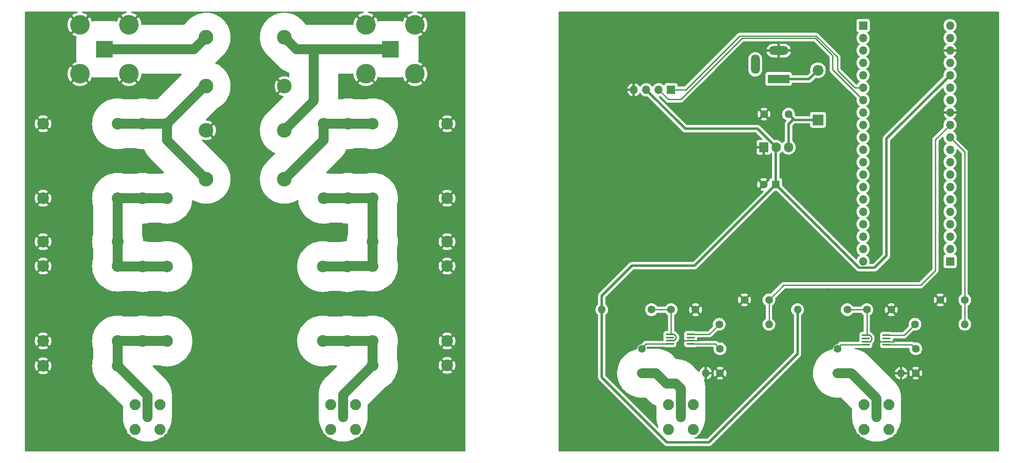
<source format=gbr>
%TF.GenerationSoftware,KiCad,Pcbnew,7.0.9*%
%TF.CreationDate,2023-12-22T07:41:01-05:00*%
%TF.ProjectId,swr_meter,7377725f-6d65-4746-9572-2e6b69636164,2*%
%TF.SameCoordinates,Original*%
%TF.FileFunction,Copper,L1,Top*%
%TF.FilePolarity,Positive*%
%FSLAX46Y46*%
G04 Gerber Fmt 4.6, Leading zero omitted, Abs format (unit mm)*
G04 Created by KiCad (PCBNEW 7.0.9) date 2023-12-22 07:41:01*
%MOMM*%
%LPD*%
G01*
G04 APERTURE LIST*
G04 Aperture macros list*
%AMRoundRect*
0 Rectangle with rounded corners*
0 $1 Rounding radius*
0 $2 $3 $4 $5 $6 $7 $8 $9 X,Y pos of 4 corners*
0 Add a 4 corners polygon primitive as box body*
4,1,4,$2,$3,$4,$5,$6,$7,$8,$9,$2,$3,0*
0 Add four circle primitives for the rounded corners*
1,1,$1+$1,$2,$3*
1,1,$1+$1,$4,$5*
1,1,$1+$1,$6,$7*
1,1,$1+$1,$8,$9*
0 Add four rect primitives between the rounded corners*
20,1,$1+$1,$2,$3,$4,$5,0*
20,1,$1+$1,$4,$5,$6,$7,0*
20,1,$1+$1,$6,$7,$8,$9,0*
20,1,$1+$1,$8,$9,$2,$3,0*%
G04 Aperture macros list end*
%TA.AperFunction,ComponentPad*%
%ADD10C,2.400000*%
%TD*%
%TA.AperFunction,ComponentPad*%
%ADD11O,2.400000X2.400000*%
%TD*%
%TA.AperFunction,ComponentPad*%
%ADD12C,3.000000*%
%TD*%
%TA.AperFunction,ComponentPad*%
%ADD13C,1.600000*%
%TD*%
%TA.AperFunction,ComponentPad*%
%ADD14R,1.700000X1.700000*%
%TD*%
%TA.AperFunction,ComponentPad*%
%ADD15O,1.700000X1.700000*%
%TD*%
%TA.AperFunction,ComponentPad*%
%ADD16R,1.905000X2.000000*%
%TD*%
%TA.AperFunction,ComponentPad*%
%ADD17O,1.905000X2.000000*%
%TD*%
%TA.AperFunction,ComponentPad*%
%ADD18R,2.200000X2.200000*%
%TD*%
%TA.AperFunction,ComponentPad*%
%ADD19O,2.200000X2.200000*%
%TD*%
%TA.AperFunction,ComponentPad*%
%ADD20C,2.050000*%
%TD*%
%TA.AperFunction,ComponentPad*%
%ADD21C,2.250000*%
%TD*%
%TA.AperFunction,ComponentPad*%
%ADD22O,1.600000X1.600000*%
%TD*%
%TA.AperFunction,SMDPad,CuDef*%
%ADD23RoundRect,0.100000X0.712500X0.100000X-0.712500X0.100000X-0.712500X-0.100000X0.712500X-0.100000X0*%
%TD*%
%TA.AperFunction,ComponentPad*%
%ADD24R,3.500000X3.500000*%
%TD*%
%TA.AperFunction,ComponentPad*%
%ADD25C,4.000000*%
%TD*%
%TA.AperFunction,ComponentPad*%
%ADD26R,4.400000X1.800000*%
%TD*%
%TA.AperFunction,ComponentPad*%
%ADD27O,4.000000X1.800000*%
%TD*%
%TA.AperFunction,ComponentPad*%
%ADD28O,1.800000X4.000000*%
%TD*%
%TA.AperFunction,ComponentPad*%
%ADD29R,1.600000X1.600000*%
%TD*%
%TA.AperFunction,ViaPad*%
%ADD30C,0.800000*%
%TD*%
%TA.AperFunction,ViaPad*%
%ADD31C,4.000000*%
%TD*%
%TA.AperFunction,ViaPad*%
%ADD32C,3.500000*%
%TD*%
%TA.AperFunction,Conductor*%
%ADD33C,2.000000*%
%TD*%
%TA.AperFunction,Conductor*%
%ADD34C,0.250000*%
%TD*%
%TA.AperFunction,Conductor*%
%ADD35C,0.500000*%
%TD*%
G04 APERTURE END LIST*
D10*
%TO.P,R23,1*%
%TO.N,GND*%
X132225000Y-110410000D03*
D11*
%TO.P,R23,2*%
%TO.N,/Pmeas_in_REV*%
X116985000Y-110410000D03*
%TD*%
D12*
%TO.P,T1,1,1*%
%TO.N,/RFIN*%
X99000000Y-43260000D03*
%TO.P,T1,2,2*%
%TO.N,/RFOUT*%
X83000000Y-43260000D03*
%TO.P,T1,3,3*%
%TO.N,GND*%
X99000000Y-53260000D03*
%TO.P,T1,4,4*%
%TO.N,/FWD_-20*%
X83000000Y-53260000D03*
%TD*%
D13*
%TO.P,C6,1*%
%TO.N,GND*%
X228000000Y-112000000D03*
%TO.P,C6,2*%
%TO.N,/INLO_F*%
X228000000Y-107000000D03*
%TD*%
D10*
%TO.P,R24,1*%
%TO.N,GND*%
X132225000Y-90090000D03*
D11*
%TO.P,R24,2*%
%TO.N,/REV_-36*%
X116985000Y-90090000D03*
%TD*%
D10*
%TO.P,R11,1*%
%TO.N,GND*%
X132225000Y-60960000D03*
D11*
%TO.P,R11,2*%
%TO.N,/REV_-20*%
X116985000Y-60960000D03*
%TD*%
D14*
%TO.P,J3,1,Pin_1*%
%TO.N,unconnected-(J3-Pin_1-Pad1)*%
X235000000Y-89125000D03*
D15*
%TO.P,J3,2,Pin_2*%
%TO.N,unconnected-(J3-Pin_2-Pad2)*%
X235000000Y-86585000D03*
%TO.P,J3,3,Pin_3*%
%TO.N,unconnected-(J3-Pin_3-Pad3)*%
X235000000Y-84045000D03*
%TO.P,J3,4,Pin_4*%
%TO.N,unconnected-(J3-Pin_4-Pad4)*%
X235000000Y-81505000D03*
%TO.P,J3,5,Pin_5*%
%TO.N,unconnected-(J3-Pin_5-Pad5)*%
X235000000Y-78965000D03*
%TO.P,J3,6,Pin_6*%
%TO.N,unconnected-(J3-Pin_6-Pad6)*%
X235000000Y-76425000D03*
%TO.P,J3,7,Pin_7*%
%TO.N,unconnected-(J3-Pin_7-Pad7)*%
X235000000Y-73885000D03*
%TO.P,J3,8,Pin_8*%
%TO.N,unconnected-(J3-Pin_8-Pad8)*%
X235000000Y-71345000D03*
%TO.P,J3,9,Pin_9*%
%TO.N,unconnected-(J3-Pin_9-Pad9)*%
X235000000Y-68805000D03*
%TO.P,J3,10,Pin_10*%
%TO.N,unconnected-(J3-Pin_10-Pad10)*%
X235000000Y-66265000D03*
%TO.P,J3,11,Pin_11*%
%TO.N,/VF*%
X235000000Y-63725000D03*
%TO.P,J3,12,Pin_12*%
%TO.N,/VR*%
X235000000Y-61185000D03*
%TO.P,J3,13,Pin_13*%
%TO.N,GND*%
X235000000Y-58645000D03*
%TO.P,J3,14,Pin_14*%
%TO.N,unconnected-(J3-Pin_14-Pad14)*%
X235000000Y-56105000D03*
%TO.P,J3,15,Pin_15*%
%TO.N,unconnected-(J3-Pin_15-Pad15)*%
X235000000Y-53565000D03*
%TO.P,J3,16,Pin_16*%
%TO.N,+3.3V*%
X235000000Y-51025000D03*
%TO.P,J3,17,Pin_17*%
%TO.N,unconnected-(J3-Pin_17-Pad17)*%
X235000000Y-48485000D03*
%TO.P,J3,18,Pin_18*%
%TO.N,GND*%
X235000000Y-45945000D03*
%TO.P,J3,19,Pin_19*%
%TO.N,unconnected-(J3-Pin_19-Pad19)*%
X235000000Y-43405000D03*
%TO.P,J3,20,Pin_20*%
%TO.N,unconnected-(J3-Pin_20-Pad20)*%
X235000000Y-40865000D03*
%TD*%
D16*
%TO.P,U3,1,GND*%
%TO.N,GND*%
X196920000Y-65770000D03*
D17*
%TO.P,U3,2,VO*%
%TO.N,+3.3V*%
X199460000Y-65770000D03*
%TO.P,U3,3,VI*%
%TO.N,Net-(D1-K)*%
X202000000Y-65770000D03*
%TD*%
D18*
%TO.P,D1,1,K*%
%TO.N,Net-(D1-K)*%
X208000000Y-60160000D03*
D19*
%TO.P,D1,2,A*%
%TO.N,+12V*%
X208000000Y-50000000D03*
%TD*%
D10*
%TO.P,R29,1*%
%TO.N,/Pmeas_in_FWD*%
X70000000Y-105410000D03*
D11*
%TO.P,R29,2*%
%TO.N,/FWD_-36*%
X70000000Y-90170000D03*
%TD*%
D13*
%TO.P,C1,1*%
%TO.N,/Pmeas_in_REV*%
X172000000Y-112000000D03*
%TO.P,C1,2*%
%TO.N,/INHI_R*%
X172000000Y-107000000D03*
%TD*%
D10*
%TO.P,R19,1*%
%TO.N,GND*%
X132225000Y-85090000D03*
D11*
%TO.P,R19,2*%
%TO.N,/REV_-36*%
X116985000Y-85090000D03*
%TD*%
D20*
%TO.P,J8,1,In*%
%TO.N,/Pmeas_in_FWD*%
X71000000Y-121000000D03*
D21*
%TO.P,J8,2,Ext*%
%TO.N,GND*%
X68460000Y-118460000D03*
X68460000Y-123540000D03*
X73540000Y-118460000D03*
X73540000Y-123540000D03*
%TD*%
D10*
%TO.P,R30,1*%
%TO.N,/Pmeas_in_FWD*%
X75000000Y-105410000D03*
D11*
%TO.P,R30,2*%
%TO.N,/FWD_-36*%
X75000000Y-90170000D03*
%TD*%
D13*
%TO.P,C10,1*%
%TO.N,GND*%
X193000000Y-97000000D03*
%TO.P,C10,2*%
%TO.N,/VR*%
X198000000Y-97000000D03*
%TD*%
%TO.P,C5,1*%
%TO.N,/Pmeas_in_FWD*%
X212000000Y-112000000D03*
%TO.P,C5,2*%
%TO.N,/INHI_F*%
X212000000Y-107000000D03*
%TD*%
%TO.P,R33,1*%
%TO.N,Net-(U1-VOUT)*%
X227840000Y-102000000D03*
D22*
%TO.P,R33,2*%
%TO.N,/VF*%
X238000000Y-102000000D03*
%TD*%
D23*
%TO.P,U1,1,INLO*%
%TO.N,/INLO_F*%
X222000000Y-106185000D03*
%TO.P,U1,2,COMM*%
%TO.N,GND*%
X222000000Y-105535000D03*
%TO.P,U1,3,OFLT*%
%TO.N,unconnected-(U1-OFLT-Pad3)*%
X222000000Y-104885000D03*
%TO.P,U1,4,VOUT*%
%TO.N,Net-(U1-VOUT)*%
X222000000Y-104235000D03*
%TO.P,U1,5,VPOS*%
%TO.N,Net-(U1-ENBL)*%
X217775000Y-104235000D03*
%TO.P,U1,6,BFIN*%
%TO.N,unconnected-(U1-BFIN-Pad6)*%
X217775000Y-104885000D03*
%TO.P,U1,7,ENBL*%
%TO.N,Net-(U1-ENBL)*%
X217775000Y-105535000D03*
%TO.P,U1,8,INHI*%
%TO.N,/INHI_F*%
X217775000Y-106185000D03*
%TD*%
D13*
%TO.P,C2,1*%
%TO.N,GND*%
X188000000Y-112000000D03*
%TO.P,C2,2*%
%TO.N,/INLO_R*%
X188000000Y-107000000D03*
%TD*%
D20*
%TO.P,J7,1,In*%
%TO.N,/Pmeas_in_REV*%
X111000000Y-121000000D03*
D21*
%TO.P,J7,2,Ext*%
%TO.N,GND*%
X108460000Y-118460000D03*
X108460000Y-123540000D03*
X113540000Y-118460000D03*
X113540000Y-123540000D03*
%TD*%
D10*
%TO.P,R28,1*%
%TO.N,GND*%
X49680000Y-110490000D03*
D11*
%TO.P,R28,2*%
%TO.N,/Pmeas_in_FWD*%
X64920000Y-110490000D03*
%TD*%
D10*
%TO.P,R20,1*%
%TO.N,GND*%
X132225000Y-105410000D03*
D11*
%TO.P,R20,2*%
%TO.N,/Pmeas_in_REV*%
X116985000Y-105410000D03*
%TD*%
D13*
%TO.P,R32,1*%
%TO.N,Net-(U2-ENBL)*%
X174000000Y-99000000D03*
D22*
%TO.P,R32,2*%
%TO.N,+3.3V*%
X163840000Y-99000000D03*
%TD*%
D24*
%TO.P,J1,1,In*%
%TO.N,/RFIN*%
X120650000Y-45720000D03*
D25*
%TO.P,J1,2,Ext*%
%TO.N,GND*%
X115625000Y-40695000D03*
X115625000Y-50745000D03*
X125675000Y-40695000D03*
X125675000Y-50745000D03*
%TD*%
D23*
%TO.P,U2,1,INLO*%
%TO.N,/INLO_R*%
X182000000Y-106000000D03*
%TO.P,U2,2,COMM*%
%TO.N,GND*%
X182000000Y-105350000D03*
%TO.P,U2,3,OFLT*%
%TO.N,unconnected-(U2-OFLT-Pad3)*%
X182000000Y-104700000D03*
%TO.P,U2,4,VOUT*%
%TO.N,Net-(U2-VOUT)*%
X182000000Y-104050000D03*
%TO.P,U2,5,VPOS*%
%TO.N,Net-(U2-ENBL)*%
X177775000Y-104050000D03*
%TO.P,U2,6,BFIN*%
%TO.N,unconnected-(U2-BFIN-Pad6)*%
X177775000Y-104700000D03*
%TO.P,U2,7,ENBL*%
%TO.N,Net-(U2-ENBL)*%
X177775000Y-105350000D03*
%TO.P,U2,8,INHI*%
%TO.N,/INHI_R*%
X177775000Y-106000000D03*
%TD*%
D26*
%TO.P,J6,1*%
%TO.N,+12V*%
X200000000Y-51800000D03*
D27*
%TO.P,J6,2*%
%TO.N,GND*%
X200000000Y-46000000D03*
D28*
%TO.P,J6,3*%
%TO.N,N/C*%
X195200000Y-48800000D03*
%TD*%
D13*
%TO.P,R34,1*%
%TO.N,Net-(U2-VOUT)*%
X187840000Y-102000000D03*
D22*
%TO.P,R34,2*%
%TO.N,/VR*%
X198000000Y-102000000D03*
%TD*%
D10*
%TO.P,R18,1*%
%TO.N,/FWD_-36*%
X75000000Y-76200000D03*
D11*
%TO.P,R18,2*%
%TO.N,/FWD_-20*%
X75000000Y-60960000D03*
%TD*%
D13*
%TO.P,C3,1*%
%TO.N,GND*%
X183000000Y-99000000D03*
%TO.P,C3,2*%
%TO.N,Net-(U2-ENBL)*%
X178000000Y-99000000D03*
%TD*%
D29*
%TO.P,C11,1*%
%TO.N,+3.3V*%
X199400000Y-73390000D03*
D13*
%TO.P,C11,2*%
%TO.N,GND*%
X196900000Y-73390000D03*
%TD*%
%TO.P,R31,1*%
%TO.N,/Pmeas_in_REV*%
X174920000Y-112000000D03*
D22*
%TO.P,R31,2*%
%TO.N,GND*%
X185080000Y-112000000D03*
%TD*%
D20*
%TO.P,J9,1,In*%
%TO.N,/Pmeas_in_FWD*%
X220000000Y-121000000D03*
D21*
%TO.P,J9,2,Ext*%
%TO.N,GND*%
X217460000Y-118460000D03*
X217460000Y-123540000D03*
X222540000Y-118460000D03*
X222540000Y-123540000D03*
%TD*%
D24*
%TO.P,J2,1,In*%
%TO.N,/RFOUT*%
X62230000Y-45720000D03*
D25*
%TO.P,J2,2,Ext*%
%TO.N,GND*%
X57205000Y-40695000D03*
X57205000Y-50745000D03*
X67255000Y-40695000D03*
X67255000Y-50745000D03*
%TD*%
D14*
%TO.P,J5,1,Pin_1*%
%TO.N,/SDA*%
X178000000Y-54000000D03*
D15*
%TO.P,J5,2,Pin_2*%
%TO.N,/SCL*%
X175460000Y-54000000D03*
%TO.P,J5,3,Pin_3*%
%TO.N,+3.3V*%
X172920000Y-54000000D03*
%TO.P,J5,4,Pin_4*%
%TO.N,GND*%
X170380000Y-54000000D03*
%TD*%
D10*
%TO.P,R27,1*%
%TO.N,GND*%
X49680000Y-105410000D03*
D11*
%TO.P,R27,2*%
%TO.N,/Pmeas_in_FWD*%
X64920000Y-105410000D03*
%TD*%
D12*
%TO.P,T2,1,1*%
%TO.N,/FWD_-20*%
X83000000Y-72310000D03*
%TO.P,T2,2,2*%
%TO.N,/REV_-20*%
X99000000Y-72310000D03*
%TO.P,T2,3,3*%
%TO.N,GND*%
X83000000Y-62310000D03*
%TO.P,T2,4,4*%
%TO.N,/RFIN*%
X99000000Y-62310000D03*
%TD*%
D10*
%TO.P,R16,1*%
%TO.N,GND*%
X49680000Y-76200000D03*
D11*
%TO.P,R16,2*%
%TO.N,/FWD_-36*%
X64920000Y-76200000D03*
%TD*%
D13*
%TO.P,R6,1*%
%TO.N,Net-(U1-ENBL)*%
X214000000Y-99000000D03*
D22*
%TO.P,R6,2*%
%TO.N,+3.3V*%
X203840000Y-99000000D03*
%TD*%
D13*
%TO.P,C7,1*%
%TO.N,GND*%
X223000000Y-99000000D03*
%TO.P,C7,2*%
%TO.N,Net-(U1-ENBL)*%
X218000000Y-99000000D03*
%TD*%
D10*
%TO.P,R14,1*%
%TO.N,/REV_-36*%
X107000000Y-76200000D03*
D11*
%TO.P,R14,2*%
%TO.N,/REV_-20*%
X107000000Y-60960000D03*
%TD*%
D10*
%TO.P,R12,1*%
%TO.N,GND*%
X132225000Y-76200000D03*
D11*
%TO.P,R12,2*%
%TO.N,/REV_-36*%
X116985000Y-76200000D03*
%TD*%
D13*
%TO.P,C12,1*%
%TO.N,GND*%
X197000000Y-59000000D03*
%TO.P,C12,2*%
%TO.N,Net-(D1-K)*%
X202000000Y-59000000D03*
%TD*%
D10*
%TO.P,R22,1*%
%TO.N,/Pmeas_in_REV*%
X106825000Y-105410000D03*
D11*
%TO.P,R22,2*%
%TO.N,/REV_-36*%
X106825000Y-90170000D03*
%TD*%
D14*
%TO.P,J4,1,Pin_1*%
%TO.N,unconnected-(J4-Pin_1-Pad1)*%
X217220000Y-40865000D03*
D15*
%TO.P,J4,2,Pin_2*%
%TO.N,unconnected-(J4-Pin_2-Pad2)*%
X217220000Y-43405000D03*
%TO.P,J4,3,Pin_3*%
%TO.N,unconnected-(J4-Pin_3-Pad3)*%
X217220000Y-45945000D03*
%TO.P,J4,4,Pin_4*%
%TO.N,unconnected-(J4-Pin_4-Pad4)*%
X217220000Y-48485000D03*
%TO.P,J4,5,Pin_5*%
%TO.N,unconnected-(J4-Pin_5-Pad5)*%
X217220000Y-51025000D03*
%TO.P,J4,6,Pin_6*%
%TO.N,/SDA*%
X217220000Y-53565000D03*
%TO.P,J4,7,Pin_7*%
%TO.N,/SCL*%
X217220000Y-56105000D03*
%TO.P,J4,8,Pin_8*%
%TO.N,unconnected-(J4-Pin_8-Pad8)*%
X217220000Y-58645000D03*
%TO.P,J4,9,Pin_9*%
%TO.N,unconnected-(J4-Pin_9-Pad9)*%
X217220000Y-61185000D03*
%TO.P,J4,10,Pin_10*%
%TO.N,unconnected-(J4-Pin_10-Pad10)*%
X217220000Y-63725000D03*
%TO.P,J4,11,Pin_11*%
%TO.N,unconnected-(J4-Pin_11-Pad11)*%
X217220000Y-66265000D03*
%TO.P,J4,12,Pin_12*%
%TO.N,unconnected-(J4-Pin_12-Pad12)*%
X217220000Y-68805000D03*
%TO.P,J4,13,Pin_13*%
%TO.N,unconnected-(J4-Pin_13-Pad13)*%
X217220000Y-71345000D03*
%TO.P,J4,14,Pin_14*%
%TO.N,unconnected-(J4-Pin_14-Pad14)*%
X217220000Y-73885000D03*
%TO.P,J4,15,Pin_15*%
%TO.N,unconnected-(J4-Pin_15-Pad15)*%
X217220000Y-76425000D03*
%TO.P,J4,16,Pin_16*%
%TO.N,unconnected-(J4-Pin_16-Pad16)*%
X217220000Y-78965000D03*
%TO.P,J4,17,Pin_17*%
%TO.N,unconnected-(J4-Pin_17-Pad17)*%
X217220000Y-81505000D03*
%TO.P,J4,18,Pin_18*%
%TO.N,unconnected-(J4-Pin_18-Pad18)*%
X217220000Y-84045000D03*
%TO.P,J4,19,Pin_19*%
%TO.N,unconnected-(J4-Pin_19-Pad19)*%
X217220000Y-86585000D03*
%TO.P,J4,20,Pin_20*%
%TO.N,unconnected-(J4-Pin_20-Pad20)*%
X217220000Y-89125000D03*
%TD*%
D10*
%TO.P,R15,1*%
%TO.N,GND*%
X49680000Y-60960000D03*
D11*
%TO.P,R15,2*%
%TO.N,/FWD_-20*%
X64920000Y-60960000D03*
%TD*%
D10*
%TO.P,R26,1*%
%TO.N,GND*%
X49680000Y-85090000D03*
D11*
%TO.P,R26,2*%
%TO.N,/FWD_-36*%
X64920000Y-85090000D03*
%TD*%
D10*
%TO.P,R25,1*%
%TO.N,GND*%
X49680000Y-90090000D03*
D11*
%TO.P,R25,2*%
%TO.N,/FWD_-36*%
X64920000Y-90090000D03*
%TD*%
D13*
%TO.P,C9,1*%
%TO.N,GND*%
X233000000Y-97000000D03*
%TO.P,C9,2*%
%TO.N,/VF*%
X238000000Y-97000000D03*
%TD*%
D20*
%TO.P,J10,1,In*%
%TO.N,/Pmeas_in_REV*%
X180000000Y-121000000D03*
D21*
%TO.P,J10,2,Ext*%
%TO.N,GND*%
X177460000Y-118460000D03*
X177460000Y-123540000D03*
X182540000Y-118460000D03*
X182540000Y-123540000D03*
%TD*%
D13*
%TO.P,R5,1*%
%TO.N,/Pmeas_in_FWD*%
X214840000Y-112000000D03*
D22*
%TO.P,R5,2*%
%TO.N,GND*%
X225000000Y-112000000D03*
%TD*%
D10*
%TO.P,R13,1*%
%TO.N,/REV_-36*%
X112000000Y-76200000D03*
D11*
%TO.P,R13,2*%
%TO.N,/REV_-20*%
X112000000Y-60960000D03*
%TD*%
D10*
%TO.P,R17,1*%
%TO.N,/FWD_-36*%
X70000000Y-76200000D03*
D11*
%TO.P,R17,2*%
%TO.N,/FWD_-20*%
X70000000Y-60960000D03*
%TD*%
D10*
%TO.P,R21,1*%
%TO.N,/Pmeas_in_REV*%
X111825000Y-105410000D03*
D11*
%TO.P,R21,2*%
%TO.N,/REV_-36*%
X111825000Y-90170000D03*
%TD*%
D30*
%TO.N,GND*%
X210000000Y-75000000D03*
X210000000Y-90000000D03*
D31*
X49000000Y-41000000D03*
D30*
X91000000Y-72310000D03*
X79000000Y-98000000D03*
X240000000Y-60000000D03*
X220000000Y-107500000D03*
X91000000Y-99000000D03*
X133000000Y-100000000D03*
X133000000Y-121000000D03*
X160000000Y-80000000D03*
X225000000Y-110000000D03*
X190000000Y-115000000D03*
X73000000Y-53000000D03*
X65000000Y-98000000D03*
D32*
X185380000Y-77000000D03*
D30*
X91000000Y-60000000D03*
X225000000Y-65000000D03*
X190000000Y-105000000D03*
X235000000Y-115000000D03*
X91000000Y-67310000D03*
X133000000Y-66000000D03*
D31*
X242000000Y-125000000D03*
D30*
X230000000Y-125000000D03*
X240000000Y-45000000D03*
D32*
X185380000Y-55000000D03*
D30*
X49000000Y-47000000D03*
X49000000Y-95000000D03*
X210000000Y-55000000D03*
X91000000Y-81000000D03*
D32*
X164380000Y-55000000D03*
D30*
X195000000Y-105000000D03*
X160000000Y-115000000D03*
X200000000Y-120000000D03*
X49000000Y-72000000D03*
X49000000Y-115000000D03*
X215000000Y-125000000D03*
X210000000Y-65000000D03*
X170000000Y-125000000D03*
X64000000Y-68000000D03*
X240000000Y-115000000D03*
X235000000Y-95000000D03*
X91000000Y-110000000D03*
X91000000Y-48260000D03*
X195000000Y-125000000D03*
X205000000Y-45000000D03*
X225000000Y-55000000D03*
X190000000Y-90000000D03*
X119000000Y-68000000D03*
X165000000Y-125000000D03*
X119000000Y-98000000D03*
D31*
X158000000Y-125000000D03*
D30*
X165000000Y-45000000D03*
X79000000Y-83000000D03*
X170000000Y-95000000D03*
X133000000Y-48000000D03*
X175000000Y-40000000D03*
X91000000Y-92000000D03*
X133000000Y-95000000D03*
D31*
X242000000Y-41000000D03*
D30*
X91000000Y-53260000D03*
X170000000Y-60000000D03*
X235000000Y-125000000D03*
D31*
X49000000Y-125000000D03*
D30*
X210000000Y-120000000D03*
X182500000Y-102500000D03*
X175000000Y-80000000D03*
X78000000Y-123000000D03*
X240000000Y-90000000D03*
X78000000Y-112000000D03*
X64000000Y-123000000D03*
X185000000Y-40000000D03*
X49000000Y-52000000D03*
X104000000Y-123000000D03*
X49000000Y-100000000D03*
X91000000Y-117000000D03*
X119000000Y-123000000D03*
X230000000Y-50000000D03*
D32*
X164380000Y-77000000D03*
D30*
X230000000Y-105000000D03*
X64000000Y-118000000D03*
X160000000Y-65000000D03*
X230000000Y-100000000D03*
X123000000Y-81000000D03*
X190000000Y-125000000D03*
X235000000Y-105000000D03*
X133000000Y-53000000D03*
X225000000Y-75000000D03*
X104000000Y-112000000D03*
X160000000Y-95000000D03*
X133000000Y-116000000D03*
X78000000Y-118000000D03*
X210000000Y-95000000D03*
X119000000Y-118000000D03*
X200000000Y-125000000D03*
X190000000Y-55000000D03*
X167500000Y-105000000D03*
X104000000Y-118000000D03*
X182500000Y-107500000D03*
X225000000Y-90000000D03*
D31*
X133000000Y-41000000D03*
D30*
X91000000Y-86000000D03*
X205000000Y-125000000D03*
X133000000Y-71000000D03*
D31*
X158000000Y-41000000D03*
D30*
X91000000Y-122000000D03*
X49000000Y-120000000D03*
X225000000Y-85000000D03*
X210000000Y-125000000D03*
X49000000Y-67000000D03*
X225000000Y-125000000D03*
X210000000Y-40000000D03*
X210000000Y-105000000D03*
X205000000Y-55000000D03*
X222500000Y-102500000D03*
X91000000Y-104000000D03*
X240000000Y-75000000D03*
X91000000Y-42000000D03*
D31*
X133000000Y-125000000D03*
D30*
X103000000Y-98000000D03*
X103000000Y-83000000D03*
X195000000Y-110000000D03*
X200000000Y-85000000D03*
X180000000Y-95000000D03*
%TD*%
D33*
%TO.N,/Pmeas_in_REV*%
X106825000Y-105410000D02*
X111825000Y-105410000D01*
X116985000Y-105410000D02*
X116985000Y-110410000D01*
X111000000Y-116395000D02*
X116985000Y-110410000D01*
X174920000Y-112000000D02*
X172000000Y-112000000D01*
X177042439Y-114122439D02*
X175061219Y-112141219D01*
X180000000Y-115122439D02*
X179000000Y-114122439D01*
X111000000Y-121000000D02*
X111000000Y-116395000D01*
X111825000Y-105410000D02*
X116985000Y-105410000D01*
X179000000Y-114122439D02*
X177042439Y-114122439D01*
X180000000Y-121000000D02*
X180000000Y-115122439D01*
D34*
%TO.N,GND*%
X180350000Y-101650000D02*
X183000000Y-99000000D01*
X192000000Y-101000000D02*
X192000000Y-98000000D01*
X188000000Y-105000000D02*
X192000000Y-101000000D01*
X192000000Y-98000000D02*
X193000000Y-97000000D01*
X180350000Y-105350000D02*
X180350000Y-101650000D01*
X220000000Y-105000000D02*
X220000000Y-102000000D01*
X222000000Y-105535000D02*
X223465000Y-105535000D01*
X220535000Y-105535000D02*
X220000000Y-105000000D01*
X224000000Y-105000000D02*
X227000000Y-105000000D01*
X223465000Y-105535000D02*
X224000000Y-105000000D01*
X182000000Y-105350000D02*
X183650000Y-105350000D01*
X222000000Y-105535000D02*
X220535000Y-105535000D01*
X182000000Y-105350000D02*
X180350000Y-105350000D01*
X184000000Y-105000000D02*
X188000000Y-105000000D01*
X227000000Y-105000000D02*
X232000000Y-100000000D01*
X232000000Y-98000000D02*
X233000000Y-97000000D01*
X220000000Y-102000000D02*
X223000000Y-99000000D01*
X183650000Y-105350000D02*
X184000000Y-105000000D01*
X232000000Y-100000000D02*
X232000000Y-98000000D01*
%TO.N,Net-(U2-ENBL)*%
X177775000Y-105350000D02*
X178587499Y-105350000D01*
X178000000Y-103825000D02*
X178000000Y-99000000D01*
X179000000Y-104462501D02*
X178587499Y-104050000D01*
X177775000Y-104050000D02*
X178000000Y-103825000D01*
X179000000Y-104937499D02*
X179000000Y-104462501D01*
X178000000Y-99000000D02*
X174000000Y-99000000D01*
X178587499Y-104050000D02*
X177775000Y-104050000D01*
X178587499Y-105350000D02*
X179000000Y-104937499D01*
D33*
%TO.N,/Pmeas_in_FWD*%
X214840000Y-112000000D02*
X212000000Y-112000000D01*
X70000000Y-105410000D02*
X75000000Y-105410000D01*
X220000000Y-121000000D02*
X220000000Y-117160000D01*
X64920000Y-110490000D02*
X64920000Y-105410000D01*
X71000000Y-121000000D02*
X71000000Y-116570000D01*
X71000000Y-116570000D02*
X64920000Y-110490000D01*
X220000000Y-117160000D02*
X215021219Y-112181219D01*
X64920000Y-105410000D02*
X70000000Y-105410000D01*
D34*
%TO.N,Net-(U1-ENBL)*%
X217775000Y-105535000D02*
X218587499Y-105535000D01*
X218000000Y-99000000D02*
X214000000Y-99000000D01*
X218912500Y-104560001D02*
X218587499Y-104235000D01*
X218912500Y-105209999D02*
X218912500Y-104560001D01*
X218587499Y-104235000D02*
X217775000Y-104235000D01*
X218587499Y-105535000D02*
X218912500Y-105209999D01*
X217775000Y-104235000D02*
X218000000Y-104010000D01*
X218000000Y-104010000D02*
X218000000Y-99000000D01*
%TO.N,/VF*%
X238000000Y-102000000D02*
X238000000Y-97000000D01*
X238000000Y-97000000D02*
X238000000Y-66725000D01*
X238000000Y-66725000D02*
X235000000Y-63725000D01*
%TO.N,/VR*%
X235000000Y-61185000D02*
X232000000Y-64185000D01*
X201000000Y-94000000D02*
X198000000Y-97000000D01*
X229000000Y-94000000D02*
X201000000Y-94000000D01*
X232000000Y-91000000D02*
X229000000Y-94000000D01*
X198000000Y-102000000D02*
X198000000Y-97000000D01*
X232000000Y-64185000D02*
X232000000Y-91000000D01*
D35*
%TO.N,+3.3V*%
X177125000Y-126125000D02*
X163840000Y-112840000D01*
X216435000Y-90425000D02*
X219575000Y-90425000D01*
X172920000Y-54000000D02*
X180920000Y-62000000D01*
X163840000Y-99000000D02*
X163840000Y-96160000D01*
X222000000Y-64025000D02*
X235000000Y-51025000D01*
X203840000Y-99000000D02*
X203840000Y-108035000D01*
X222000000Y-88000000D02*
X222000000Y-64025000D01*
X163840000Y-112840000D02*
X163840000Y-99000000D01*
X199400000Y-65830000D02*
X199460000Y-65770000D01*
X199400000Y-73390000D02*
X199400000Y-65830000D01*
X185750000Y-126125000D02*
X177125000Y-126125000D01*
X180920000Y-62000000D02*
X195690000Y-62000000D01*
X203840000Y-108035000D02*
X185750000Y-126125000D01*
X163840000Y-96160000D02*
X170000000Y-90000000D01*
X195690000Y-62000000D02*
X199460000Y-65770000D01*
X219575000Y-90425000D02*
X222000000Y-88000000D01*
X199400000Y-73390000D02*
X216435000Y-90425000D01*
X170000000Y-90000000D02*
X182790000Y-90000000D01*
X182790000Y-90000000D02*
X199400000Y-73390000D01*
%TO.N,Net-(D1-K)*%
X208000000Y-60160000D02*
X203160000Y-60160000D01*
X202000000Y-61000000D02*
X203000000Y-60000000D01*
X202000000Y-65770000D02*
X202000000Y-61000000D01*
X203000000Y-60000000D02*
X202000000Y-59000000D01*
X203160000Y-60160000D02*
X203000000Y-60000000D01*
%TO.N,+12V*%
X206200000Y-51800000D02*
X208000000Y-50000000D01*
X200000000Y-51800000D02*
X206200000Y-51800000D01*
D34*
%TO.N,/SDA*%
X192004494Y-42995506D02*
X207631902Y-42995506D01*
X212000000Y-50000000D02*
X215565000Y-53565000D01*
X181000000Y-54000000D02*
X192004494Y-42995506D01*
X215565000Y-53565000D02*
X217220000Y-53565000D01*
X212000000Y-47363604D02*
X212000000Y-50000000D01*
X178000000Y-54000000D02*
X181000000Y-54000000D01*
X207631902Y-42995506D02*
X212000000Y-47363604D01*
%TO.N,/SCL*%
X192554494Y-43445506D02*
X180000000Y-56000000D01*
X217220000Y-56105000D02*
X211000000Y-49885000D01*
X211000000Y-47000000D02*
X207445506Y-43445506D01*
X207445506Y-43445506D02*
X192554494Y-43445506D01*
X211000000Y-49885000D02*
X211000000Y-47000000D01*
X180000000Y-56000000D02*
X177460000Y-56000000D01*
X177460000Y-56000000D02*
X175460000Y-54000000D01*
%TO.N,Net-(U1-VOUT)*%
X225605000Y-104235000D02*
X227840000Y-102000000D01*
X222000000Y-104235000D02*
X225605000Y-104235000D01*
%TO.N,Net-(U2-VOUT)*%
X182000000Y-104050000D02*
X185790000Y-104050000D01*
X185790000Y-104050000D02*
X187840000Y-102000000D01*
D33*
%TO.N,/RFIN*%
X120650000Y-45720000D02*
X105000000Y-45720000D01*
X99000000Y-62310000D02*
X105000000Y-56310000D01*
X101460000Y-45720000D02*
X99000000Y-43260000D01*
X105000000Y-56310000D02*
X105000000Y-45720000D01*
X105000000Y-45720000D02*
X101460000Y-45720000D01*
%TO.N,/RFOUT*%
X62230000Y-45720000D02*
X80540000Y-45720000D01*
X80540000Y-45720000D02*
X83000000Y-43260000D01*
%TO.N,/REV_-20*%
X107000000Y-60960000D02*
X112000000Y-60960000D01*
X112000000Y-60960000D02*
X116985000Y-60960000D01*
X107000000Y-60960000D02*
X107000000Y-64310000D01*
X107000000Y-64310000D02*
X99000000Y-72310000D01*
%TO.N,/REV_-36*%
X112000000Y-76200000D02*
X116985000Y-76200000D01*
X116985000Y-76200000D02*
X116985000Y-85090000D01*
X116985000Y-85090000D02*
X116985000Y-90090000D01*
X107000000Y-76200000D02*
X112000000Y-76200000D01*
X116985000Y-90090000D02*
X111905000Y-90090000D01*
X111905000Y-90090000D02*
X111825000Y-90170000D01*
X111825000Y-90170000D02*
X106825000Y-90170000D01*
%TO.N,/FWD_-20*%
X70000000Y-60960000D02*
X75000000Y-60960000D01*
X75000000Y-60960000D02*
X75000000Y-64310000D01*
X75000000Y-64310000D02*
X83000000Y-72310000D01*
X82700000Y-53260000D02*
X75000000Y-60960000D01*
X64920000Y-60960000D02*
X70000000Y-60960000D01*
X83000000Y-53260000D02*
X82700000Y-53260000D01*
%TO.N,/FWD_-36*%
X75000000Y-90170000D02*
X70000000Y-90170000D01*
X65000000Y-90170000D02*
X64920000Y-90090000D01*
X64920000Y-90090000D02*
X64920000Y-85090000D01*
X70000000Y-90170000D02*
X65000000Y-90170000D01*
X64920000Y-76200000D02*
X70000000Y-76200000D01*
X70000000Y-76200000D02*
X75000000Y-76200000D01*
X64920000Y-85090000D02*
X64920000Y-76200000D01*
D34*
%TO.N,/INHI_R*%
X172875000Y-106000000D02*
X172000000Y-106875000D01*
X177775000Y-106000000D02*
X172875000Y-106000000D01*
%TO.N,/INLO_R*%
X182000000Y-106000000D02*
X187000000Y-106000000D01*
X187000000Y-106000000D02*
X188000000Y-107000000D01*
%TO.N,/INHI_F*%
X217775000Y-106185000D02*
X212690000Y-106185000D01*
X212690000Y-106185000D02*
X212000000Y-106875000D01*
%TO.N,/INLO_F*%
X222000000Y-106185000D02*
X227185000Y-106185000D01*
X227185000Y-106185000D02*
X228000000Y-107000000D01*
%TD*%
%TA.AperFunction,Conductor*%
%TO.N,GND*%
G36*
X56732182Y-38020185D02*
G01*
X56777937Y-38072989D01*
X56787881Y-38142147D01*
X56758856Y-38205703D01*
X56700078Y-38243477D01*
X56695981Y-38244604D01*
X56430926Y-38312659D01*
X56138455Y-38428455D01*
X56138447Y-38428459D01*
X55862787Y-38580004D01*
X55862782Y-38580007D01*
X55619972Y-38756418D01*
X55619971Y-38756419D01*
X56879054Y-40015501D01*
X56866109Y-40020213D01*
X56719627Y-40116555D01*
X56599312Y-40244082D01*
X56526553Y-40370105D01*
X55269286Y-39112838D01*
X55269285Y-39112838D01*
X55178459Y-39222629D01*
X55178457Y-39222632D01*
X55009903Y-39488232D01*
X55009900Y-39488238D01*
X54875965Y-39772862D01*
X54875963Y-39772867D01*
X54778755Y-40072041D01*
X54719808Y-40381050D01*
X54719807Y-40381057D01*
X54700057Y-40694994D01*
X54700057Y-40695005D01*
X54719807Y-41008942D01*
X54719808Y-41008949D01*
X54778755Y-41317958D01*
X54875963Y-41617132D01*
X54875965Y-41617137D01*
X55009900Y-41901761D01*
X55009903Y-41901767D01*
X55178457Y-42167367D01*
X55178460Y-42167371D01*
X55269286Y-42277160D01*
X56527804Y-41018642D01*
X56551059Y-41072553D01*
X56655756Y-41213185D01*
X56790062Y-41325882D01*
X56881665Y-41371886D01*
X55619971Y-42633579D01*
X55619972Y-42633581D01*
X55862772Y-42809985D01*
X55862790Y-42809996D01*
X56138447Y-42961540D01*
X56138455Y-42961544D01*
X56430925Y-43077340D01*
X56453180Y-43083054D01*
X56513219Y-43118790D01*
X56544406Y-43181313D01*
X56544211Y-43222193D01*
X56544774Y-43222271D01*
X56489763Y-43620901D01*
X56489762Y-43620912D01*
X56479500Y-43855962D01*
X56479500Y-47584038D01*
X56489762Y-47819087D01*
X56489763Y-47819098D01*
X56544774Y-48217729D01*
X56543787Y-48217865D01*
X56537296Y-48283342D01*
X56493906Y-48338107D01*
X56453189Y-48356942D01*
X56430925Y-48362659D01*
X56138455Y-48478455D01*
X56138447Y-48478459D01*
X55862787Y-48630004D01*
X55862782Y-48630007D01*
X55619972Y-48806418D01*
X55619971Y-48806419D01*
X56879054Y-50065501D01*
X56866109Y-50070213D01*
X56719627Y-50166555D01*
X56599312Y-50294082D01*
X56526553Y-50420105D01*
X55269286Y-49162838D01*
X55269285Y-49162838D01*
X55178459Y-49272629D01*
X55178457Y-49272632D01*
X55009903Y-49538232D01*
X55009900Y-49538238D01*
X54875965Y-49822862D01*
X54875963Y-49822867D01*
X54778755Y-50122041D01*
X54719808Y-50431050D01*
X54719807Y-50431057D01*
X54700057Y-50744994D01*
X54700057Y-50745005D01*
X54719807Y-51058942D01*
X54719808Y-51058949D01*
X54778755Y-51367958D01*
X54875963Y-51667132D01*
X54875965Y-51667137D01*
X55009900Y-51951761D01*
X55009903Y-51951767D01*
X55178457Y-52217367D01*
X55178460Y-52217371D01*
X55269286Y-52327160D01*
X56527804Y-51068642D01*
X56551059Y-51122553D01*
X56655756Y-51263185D01*
X56790062Y-51375882D01*
X56881665Y-51421886D01*
X55619971Y-52683579D01*
X55619972Y-52683581D01*
X55862772Y-52859985D01*
X55862790Y-52859996D01*
X56138447Y-53011540D01*
X56138455Y-53011544D01*
X56430926Y-53127340D01*
X56735620Y-53205573D01*
X56735629Y-53205575D01*
X57047701Y-53244999D01*
X57047715Y-53245000D01*
X57362285Y-53245000D01*
X57362298Y-53244999D01*
X57674370Y-53205575D01*
X57674379Y-53205573D01*
X57979073Y-53127340D01*
X58271544Y-53011544D01*
X58271552Y-53011540D01*
X58547209Y-52859996D01*
X58547219Y-52859990D01*
X58790026Y-52683579D01*
X58790027Y-52683579D01*
X57530945Y-51424498D01*
X57543891Y-51419787D01*
X57690373Y-51323445D01*
X57810688Y-51195918D01*
X57883447Y-51069894D01*
X59140712Y-52327160D01*
X59231544Y-52217364D01*
X59400096Y-51951767D01*
X59400099Y-51951761D01*
X59534034Y-51667137D01*
X59534036Y-51667133D01*
X59592004Y-51488725D01*
X59631441Y-51431050D01*
X59695800Y-51403851D01*
X59732990Y-51405205D01*
X59735331Y-51405648D01*
X59735335Y-51405649D01*
X60130900Y-51460237D01*
X60365962Y-51470500D01*
X64094038Y-51470500D01*
X64329100Y-51460237D01*
X64724665Y-51405649D01*
X64724687Y-51405643D01*
X64726999Y-51405207D01*
X64727504Y-51405256D01*
X64727729Y-51405226D01*
X64727736Y-51405279D01*
X64796530Y-51412079D01*
X64851308Y-51455451D01*
X64867994Y-51488724D01*
X64925962Y-51667130D01*
X64925966Y-51667140D01*
X65059900Y-51951761D01*
X65059903Y-51951767D01*
X65228457Y-52217367D01*
X65228460Y-52217371D01*
X65319286Y-52327160D01*
X66577804Y-51068642D01*
X66601059Y-51122553D01*
X66705756Y-51263185D01*
X66840062Y-51375882D01*
X66931665Y-51421886D01*
X65669971Y-52683579D01*
X65669972Y-52683581D01*
X65912772Y-52859985D01*
X65912790Y-52859996D01*
X66188447Y-53011540D01*
X66188455Y-53011544D01*
X66480926Y-53127340D01*
X66785620Y-53205573D01*
X66785629Y-53205575D01*
X67097701Y-53244999D01*
X67097715Y-53245000D01*
X67412285Y-53245000D01*
X67412298Y-53244999D01*
X67724370Y-53205575D01*
X67724379Y-53205573D01*
X68029073Y-53127340D01*
X68321544Y-53011544D01*
X68321552Y-53011540D01*
X68597209Y-52859996D01*
X68597219Y-52859990D01*
X68840026Y-52683579D01*
X68840027Y-52683579D01*
X67580945Y-51424498D01*
X67593891Y-51419787D01*
X67740373Y-51323445D01*
X67860688Y-51195918D01*
X67933447Y-51069894D01*
X69190712Y-52327160D01*
X69281544Y-52217364D01*
X69450096Y-51951767D01*
X69450099Y-51951761D01*
X69584034Y-51667137D01*
X69584036Y-51667132D01*
X69681244Y-51367958D01*
X69740191Y-51058949D01*
X69740192Y-51058942D01*
X69754173Y-50836714D01*
X69778028Y-50771043D01*
X69833600Y-50728694D01*
X69877928Y-50720500D01*
X77868363Y-50720500D01*
X77935402Y-50740185D01*
X77981157Y-50792989D01*
X77991101Y-50862147D01*
X77962076Y-50925703D01*
X77956044Y-50932181D01*
X72965044Y-55923181D01*
X72903721Y-55956666D01*
X72877363Y-55959500D01*
X71453836Y-55959500D01*
X71416548Y-55953761D01*
X71347277Y-55931919D01*
X70903914Y-55833628D01*
X70690781Y-55805568D01*
X70453685Y-55774354D01*
X70000000Y-55754546D01*
X69546315Y-55774354D01*
X69309219Y-55805568D01*
X69096086Y-55833628D01*
X68652723Y-55931919D01*
X68583452Y-55953761D01*
X68546164Y-55959500D01*
X66373836Y-55959500D01*
X66336548Y-55953761D01*
X66267277Y-55931919D01*
X65823914Y-55833628D01*
X65610781Y-55805568D01*
X65373685Y-55774354D01*
X64920000Y-55754546D01*
X64466315Y-55774354D01*
X64229219Y-55805568D01*
X64016086Y-55833628D01*
X63572723Y-55931919D01*
X63319025Y-56011910D01*
X63139630Y-56068473D01*
X62720080Y-56242257D01*
X62317278Y-56451942D01*
X61934274Y-56695942D01*
X61574005Y-56972386D01*
X61574002Y-56972388D01*
X61573999Y-56972391D01*
X61239188Y-57279188D01*
X60932386Y-57614005D01*
X60655942Y-57974274D01*
X60411945Y-58357273D01*
X60202257Y-58760080D01*
X60028473Y-59179630D01*
X60003133Y-59260000D01*
X59891919Y-59612723D01*
X59806135Y-59999670D01*
X59793629Y-60056082D01*
X59734354Y-60506315D01*
X59714546Y-60960000D01*
X59734354Y-61413685D01*
X59751584Y-61544556D01*
X59793628Y-61863914D01*
X59891919Y-62307277D01*
X59967479Y-62546921D01*
X60028473Y-62740370D01*
X60202257Y-63159920D01*
X60411942Y-63562722D01*
X60655942Y-63945726D01*
X60923718Y-64294699D01*
X60932391Y-64306001D01*
X61239188Y-64640812D01*
X61573999Y-64947609D01*
X61574002Y-64947611D01*
X61574005Y-64947614D01*
X61934274Y-65224058D01*
X62317278Y-65468058D01*
X62317278Y-65468057D01*
X62720080Y-65677743D01*
X62720082Y-65677744D01*
X62742655Y-65687094D01*
X63139630Y-65851527D01*
X63319025Y-65908089D01*
X63572723Y-65988081D01*
X64016086Y-66086372D01*
X64229219Y-66114431D01*
X64466315Y-66145646D01*
X64920000Y-66165454D01*
X65373685Y-66145646D01*
X65610781Y-66114431D01*
X65823914Y-66086372D01*
X66267277Y-65988081D01*
X66336548Y-65966239D01*
X66373836Y-65960500D01*
X68546164Y-65960500D01*
X68583452Y-65966239D01*
X68652723Y-65988081D01*
X69096086Y-66086372D01*
X69309219Y-66114431D01*
X69546315Y-66145646D01*
X70000000Y-66165454D01*
X70262557Y-66153990D01*
X70330389Y-66170731D01*
X70378404Y-66221489D01*
X70383046Y-66231700D01*
X70411286Y-66302100D01*
X70442568Y-66380084D01*
X70442573Y-66380094D01*
X70467128Y-66428288D01*
X70468895Y-66432065D01*
X70490160Y-66481813D01*
X70490164Y-66481822D01*
X70525941Y-66548306D01*
X70569999Y-66630180D01*
X70646479Y-66780281D01*
X70646480Y-66780282D01*
X70675258Y-66826082D01*
X70677357Y-66829687D01*
X70691775Y-66856479D01*
X70703000Y-66877338D01*
X70703004Y-66877344D01*
X70703004Y-66877345D01*
X70766118Y-66972958D01*
X70795808Y-67017936D01*
X70885435Y-67160577D01*
X70918223Y-67203639D01*
X70920614Y-67207010D01*
X70948993Y-67250002D01*
X70950429Y-67252177D01*
X70950438Y-67252190D01*
X71055470Y-67383897D01*
X71113408Y-67459990D01*
X71157524Y-67517929D01*
X71181377Y-67544025D01*
X71194027Y-67557866D01*
X71196737Y-67561039D01*
X71230471Y-67603339D01*
X71346896Y-67725110D01*
X71384759Y-67766534D01*
X71424438Y-67806213D01*
X71540858Y-67927979D01*
X71581606Y-67963579D01*
X71584654Y-67966429D01*
X74444743Y-70826518D01*
X74478228Y-70887841D01*
X74473244Y-70957533D01*
X74431372Y-71013466D01*
X74373248Y-71037138D01*
X74096086Y-71073628D01*
X73652723Y-71171919D01*
X73583452Y-71193761D01*
X73546164Y-71199500D01*
X71453836Y-71199500D01*
X71416548Y-71193761D01*
X71347277Y-71171919D01*
X70903914Y-71073628D01*
X70690781Y-71045568D01*
X70453685Y-71014354D01*
X70000000Y-70994546D01*
X69546315Y-71014354D01*
X69309219Y-71045568D01*
X69096086Y-71073628D01*
X68652723Y-71171919D01*
X68583452Y-71193761D01*
X68546164Y-71199500D01*
X66373836Y-71199500D01*
X66336548Y-71193761D01*
X66267277Y-71171919D01*
X65823914Y-71073628D01*
X65610781Y-71045568D01*
X65373685Y-71014354D01*
X64920000Y-70994546D01*
X64466315Y-71014354D01*
X64229219Y-71045568D01*
X64016086Y-71073628D01*
X63572723Y-71171919D01*
X63319025Y-71251910D01*
X63139630Y-71308473D01*
X62720080Y-71482257D01*
X62317278Y-71691942D01*
X61934274Y-71935942D01*
X61574005Y-72212386D01*
X61574002Y-72212388D01*
X61573999Y-72212391D01*
X61344911Y-72422311D01*
X61239188Y-72519188D01*
X60932386Y-72854005D01*
X60919763Y-72870456D01*
X60655942Y-73214274D01*
X60411945Y-73597273D01*
X60202257Y-74000080D01*
X60028473Y-74419630D01*
X60003133Y-74500000D01*
X59891919Y-74852723D01*
X59806135Y-75239670D01*
X59793629Y-75296082D01*
X59734354Y-75746315D01*
X59714546Y-76200000D01*
X59734354Y-76653685D01*
X59749664Y-76769971D01*
X59793628Y-77103914D01*
X59891919Y-77547277D01*
X59913761Y-77616547D01*
X59919500Y-77653835D01*
X59919500Y-83636163D01*
X59913761Y-83673450D01*
X59891919Y-83742723D01*
X59806135Y-84129670D01*
X59793629Y-84186082D01*
X59734354Y-84636315D01*
X59714546Y-85090000D01*
X59734354Y-85543685D01*
X59751584Y-85674556D01*
X59793628Y-85993914D01*
X59891919Y-86437277D01*
X59913761Y-86506547D01*
X59919500Y-86543835D01*
X59919500Y-88636163D01*
X59913761Y-88673450D01*
X59891919Y-88742723D01*
X59793628Y-89186086D01*
X59783096Y-89266086D01*
X59734354Y-89636315D01*
X59714546Y-90090000D01*
X59734354Y-90543685D01*
X59751584Y-90674556D01*
X59793628Y-90993914D01*
X59891919Y-91437277D01*
X59932624Y-91566375D01*
X60028473Y-91870370D01*
X60202257Y-92289920D01*
X60411945Y-92692727D01*
X60655942Y-93075726D01*
X60932391Y-93436001D01*
X61239188Y-93770812D01*
X61573999Y-94077609D01*
X61574002Y-94077611D01*
X61574005Y-94077614D01*
X61934274Y-94354058D01*
X62317278Y-94598058D01*
X62317278Y-94598057D01*
X62720080Y-94807743D01*
X63139630Y-94981527D01*
X63319025Y-95038089D01*
X63572723Y-95118081D01*
X64016086Y-95216372D01*
X64229219Y-95244431D01*
X64466315Y-95275646D01*
X64920000Y-95295454D01*
X65373685Y-95275646D01*
X65610781Y-95244431D01*
X65823914Y-95216372D01*
X66017572Y-95173439D01*
X66044410Y-95170500D01*
X68546164Y-95170500D01*
X68583452Y-95176239D01*
X68652723Y-95198081D01*
X69096086Y-95296372D01*
X69309219Y-95324431D01*
X69546315Y-95355646D01*
X70000000Y-95375454D01*
X70453685Y-95355646D01*
X70690781Y-95324431D01*
X70903914Y-95296372D01*
X71347277Y-95198081D01*
X71416548Y-95176239D01*
X71453836Y-95170500D01*
X73546164Y-95170500D01*
X73583452Y-95176239D01*
X73652723Y-95198081D01*
X74096086Y-95296372D01*
X74309219Y-95324431D01*
X74546315Y-95355646D01*
X75000000Y-95375454D01*
X75453685Y-95355646D01*
X75690781Y-95324431D01*
X75903914Y-95296372D01*
X76347277Y-95198081D01*
X76601003Y-95118081D01*
X76780370Y-95061527D01*
X77199920Y-94887743D01*
X77602722Y-94678057D01*
X77602722Y-94678058D01*
X77985726Y-94434058D01*
X78345995Y-94157614D01*
X78345997Y-94157611D01*
X78346001Y-94157609D01*
X78680812Y-93850812D01*
X78987609Y-93516001D01*
X79048996Y-93436001D01*
X79264058Y-93155726D01*
X79508058Y-92772722D01*
X79717743Y-92369920D01*
X79891527Y-91950370D01*
X79977745Y-91676921D01*
X80028081Y-91517277D01*
X80126372Y-91073914D01*
X80176915Y-90690000D01*
X80185646Y-90623685D01*
X80205454Y-90170000D01*
X80185646Y-89716315D01*
X80154431Y-89479219D01*
X80126372Y-89266086D01*
X80028081Y-88822723D01*
X79903616Y-88427973D01*
X79891527Y-88389630D01*
X79717743Y-87970080D01*
X79508055Y-87567273D01*
X79264058Y-87184274D01*
X78987609Y-86823999D01*
X78680812Y-86489188D01*
X78346001Y-86182391D01*
X78345997Y-86182388D01*
X78345995Y-86182386D01*
X77985726Y-85905942D01*
X77866004Y-85829671D01*
X77602727Y-85661945D01*
X77602725Y-85661944D01*
X77602722Y-85661942D01*
X77199920Y-85452257D01*
X76780370Y-85278473D01*
X76600974Y-85221910D01*
X76347277Y-85141919D01*
X75903914Y-85043628D01*
X75690781Y-85015568D01*
X75453685Y-84984354D01*
X75000000Y-84964546D01*
X74546315Y-84984354D01*
X74309219Y-85015568D01*
X74096086Y-85043628D01*
X73652723Y-85141919D01*
X73583452Y-85163761D01*
X73546164Y-85169500D01*
X71453836Y-85169500D01*
X71416548Y-85163761D01*
X71347277Y-85141919D01*
X70903914Y-85043628D01*
X70690781Y-85015568D01*
X70453685Y-84984354D01*
X70361440Y-84980326D01*
X70233722Y-84974750D01*
X70167605Y-84952160D01*
X70124197Y-84897410D01*
X70115249Y-84856276D01*
X70114360Y-84835920D01*
X70105646Y-84636315D01*
X70046371Y-84186082D01*
X70033865Y-84129670D01*
X69948081Y-83742723D01*
X69926239Y-83673450D01*
X69920500Y-83636163D01*
X69920500Y-81527629D01*
X69940185Y-81460590D01*
X69992989Y-81414835D01*
X70039089Y-81403747D01*
X70453685Y-81385646D01*
X70690781Y-81354431D01*
X70903914Y-81326372D01*
X71347277Y-81228081D01*
X71416548Y-81206239D01*
X71453836Y-81200500D01*
X73546164Y-81200500D01*
X73583452Y-81206239D01*
X73652723Y-81228081D01*
X74096086Y-81326372D01*
X74309219Y-81354431D01*
X74546315Y-81385646D01*
X75000000Y-81405454D01*
X75453685Y-81385646D01*
X75690781Y-81354431D01*
X75903914Y-81326372D01*
X76347277Y-81228081D01*
X76600974Y-81148089D01*
X76780370Y-81091527D01*
X77199920Y-80917743D01*
X77602722Y-80708057D01*
X77602722Y-80708058D01*
X77985726Y-80464058D01*
X78345995Y-80187614D01*
X78345997Y-80187611D01*
X78346001Y-80187609D01*
X78680812Y-79880812D01*
X78987609Y-79546001D01*
X79264058Y-79185726D01*
X79508055Y-78802727D01*
X79717743Y-78399920D01*
X79891527Y-77980370D01*
X79987376Y-77676375D01*
X80028081Y-77547277D01*
X80126372Y-77103914D01*
X80179222Y-76702477D01*
X80185506Y-76654744D01*
X80213772Y-76590849D01*
X80272097Y-76552378D01*
X80341962Y-76551547D01*
X80374411Y-76565934D01*
X80529724Y-76663524D01*
X80929916Y-76867432D01*
X81346774Y-77034645D01*
X81346778Y-77034646D01*
X81346780Y-77034647D01*
X81346787Y-77034649D01*
X81776944Y-77163820D01*
X81776946Y-77163820D01*
X81776948Y-77163821D01*
X81844385Y-77177628D01*
X82216961Y-77253913D01*
X82216970Y-77253914D01*
X82216975Y-77253915D01*
X82663264Y-77304200D01*
X82663282Y-77304202D01*
X83112314Y-77314280D01*
X83560443Y-77284066D01*
X84004058Y-77213804D01*
X84439589Y-77104060D01*
X84440007Y-77103914D01*
X84495861Y-77084369D01*
X84863530Y-76955717D01*
X85272467Y-76769968D01*
X85663108Y-76548311D01*
X86032306Y-76292530D01*
X86377090Y-76004684D01*
X86694684Y-75687090D01*
X86982530Y-75342306D01*
X87238311Y-74973108D01*
X87459968Y-74582467D01*
X87645717Y-74173530D01*
X87794060Y-73749589D01*
X87903804Y-73314058D01*
X87974066Y-72870443D01*
X88004280Y-72422314D01*
X87994202Y-71973282D01*
X87989995Y-71935942D01*
X87943915Y-71526975D01*
X87943914Y-71526970D01*
X87943913Y-71526961D01*
X87853820Y-71086944D01*
X87775617Y-70826518D01*
X87724647Y-70656780D01*
X87724646Y-70656778D01*
X87724645Y-70656774D01*
X87557432Y-70239916D01*
X87353524Y-69839724D01*
X87114564Y-69459422D01*
X86842476Y-69102071D01*
X86615241Y-68853466D01*
X82137330Y-64375555D01*
X82103845Y-64314232D01*
X82108829Y-64244540D01*
X82150701Y-64188607D01*
X82216165Y-64164190D01*
X82268345Y-64171692D01*
X82435104Y-64233890D01*
X82714637Y-64294699D01*
X82999999Y-64315109D01*
X83000001Y-64315109D01*
X83285362Y-64294699D01*
X83564895Y-64233890D01*
X83832958Y-64133908D01*
X84084047Y-63996803D01*
X84226561Y-63890116D01*
X84226562Y-63890115D01*
X83209220Y-62872773D01*
X83302588Y-62834099D01*
X83427925Y-62737925D01*
X83524099Y-62612589D01*
X83562773Y-62519220D01*
X84580115Y-63536562D01*
X84580116Y-63536561D01*
X84686803Y-63394047D01*
X84823908Y-63142958D01*
X84923890Y-62874895D01*
X84984699Y-62595362D01*
X85005109Y-62310001D01*
X85005109Y-62309998D01*
X84984699Y-62024637D01*
X84923890Y-61745104D01*
X84823908Y-61477041D01*
X84686808Y-61225961D01*
X84686807Y-61225960D01*
X84580115Y-61083436D01*
X83562772Y-62100779D01*
X83524099Y-62007412D01*
X83427925Y-61882075D01*
X83302588Y-61785901D01*
X83209219Y-61747226D01*
X84226562Y-60729883D01*
X84226561Y-60729882D01*
X84084046Y-60623196D01*
X84084038Y-60623191D01*
X83832957Y-60486091D01*
X83832958Y-60486091D01*
X83564895Y-60386109D01*
X83285362Y-60325300D01*
X83015941Y-60306031D01*
X82950477Y-60281614D01*
X82908605Y-60225681D01*
X82903621Y-60155989D01*
X82937103Y-60094671D01*
X85354053Y-57677720D01*
X85382969Y-57656212D01*
X85567338Y-57557000D01*
X85942183Y-57309567D01*
X86293339Y-57029529D01*
X86617979Y-56719142D01*
X86913489Y-56380903D01*
X87177490Y-56017537D01*
X87407856Y-55631969D01*
X87602733Y-55227303D01*
X87760551Y-54806797D01*
X87880041Y-54373837D01*
X87960239Y-53931910D01*
X88000500Y-53484573D01*
X88000500Y-53035427D01*
X87960239Y-52588090D01*
X87880041Y-52146163D01*
X87760551Y-51713203D01*
X87748045Y-51679882D01*
X87602735Y-51292702D01*
X87602729Y-51292688D01*
X87407860Y-50888039D01*
X87407857Y-50888033D01*
X87377195Y-50836714D01*
X87177490Y-50502463D01*
X87177489Y-50502462D01*
X87177487Y-50502458D01*
X86913497Y-50139108D01*
X86913496Y-50139107D01*
X86913489Y-50139097D01*
X86913482Y-50139089D01*
X86913475Y-50139080D01*
X86617988Y-49800868D01*
X86617985Y-49800865D01*
X86617979Y-49800858D01*
X86293339Y-49490471D01*
X86293334Y-49490467D01*
X86293332Y-49490465D01*
X85942178Y-49210429D01*
X85942177Y-49210428D01*
X85567345Y-48963004D01*
X85171819Y-48750162D01*
X85171811Y-48750158D01*
X84926930Y-48645491D01*
X84873022Y-48601043D01*
X84851702Y-48534505D01*
X84869740Y-48467004D01*
X84887980Y-48443793D01*
X86615241Y-46716534D01*
X86842476Y-46467929D01*
X87114564Y-46110578D01*
X87353524Y-45730276D01*
X87557432Y-45330084D01*
X87724645Y-44913226D01*
X87853820Y-44483056D01*
X87943914Y-44043039D01*
X87994202Y-43596717D01*
X88004280Y-43147686D01*
X87974066Y-42699557D01*
X87903804Y-42255942D01*
X87794060Y-41820411D01*
X87794059Y-41820408D01*
X87794058Y-41820404D01*
X87657363Y-41429752D01*
X87645717Y-41396470D01*
X87459968Y-40987533D01*
X87238312Y-40596892D01*
X86982530Y-40227694D01*
X86694684Y-39882910D01*
X86377090Y-39565316D01*
X86032306Y-39277470D01*
X86032305Y-39277469D01*
X86032301Y-39277466D01*
X85663115Y-39021693D01*
X85663108Y-39021688D01*
X85663102Y-39021684D01*
X85663095Y-39021680D01*
X85460061Y-38906476D01*
X85272467Y-38800032D01*
X85090912Y-38717565D01*
X84863531Y-38614283D01*
X84439595Y-38465941D01*
X84439596Y-38465941D01*
X84004055Y-38356195D01*
X83560455Y-38285935D01*
X83560438Y-38285933D01*
X83112317Y-38255720D01*
X83112314Y-38255720D01*
X82887798Y-38260759D01*
X82663280Y-38265798D01*
X82663263Y-38265799D01*
X82216978Y-38316083D01*
X82216961Y-38316086D01*
X81776944Y-38406180D01*
X81776942Y-38406180D01*
X81776940Y-38406181D01*
X81346780Y-38535352D01*
X80929922Y-38702565D01*
X80529723Y-38906476D01*
X80149429Y-39145431D01*
X80149410Y-39145444D01*
X79792077Y-39417519D01*
X79792067Y-39417527D01*
X79714713Y-39488232D01*
X79543466Y-39644759D01*
X79011410Y-40176815D01*
X78505044Y-40683181D01*
X78443721Y-40716666D01*
X78417363Y-40719500D01*
X69877928Y-40719500D01*
X69810889Y-40699815D01*
X69765134Y-40647011D01*
X69754173Y-40603286D01*
X69740192Y-40381057D01*
X69740191Y-40381050D01*
X69681244Y-40072041D01*
X69584036Y-39772867D01*
X69584034Y-39772862D01*
X69450099Y-39488238D01*
X69450096Y-39488232D01*
X69281542Y-39222632D01*
X69281539Y-39222628D01*
X69190712Y-39112838D01*
X67932195Y-40371356D01*
X67908941Y-40317447D01*
X67804244Y-40176815D01*
X67669938Y-40064118D01*
X67578334Y-40018113D01*
X68840027Y-38756419D01*
X68840026Y-38756417D01*
X68597227Y-38580014D01*
X68597209Y-38580003D01*
X68321552Y-38428459D01*
X68321544Y-38428455D01*
X68029073Y-38312659D01*
X67764019Y-38244604D01*
X67703981Y-38208866D01*
X67672796Y-38146342D01*
X67680364Y-38076884D01*
X67724283Y-38022543D01*
X67790608Y-38000573D01*
X67794857Y-38000500D01*
X115085143Y-38000500D01*
X115152182Y-38020185D01*
X115197937Y-38072989D01*
X115207881Y-38142147D01*
X115178856Y-38205703D01*
X115120078Y-38243477D01*
X115115981Y-38244604D01*
X114850926Y-38312659D01*
X114558455Y-38428455D01*
X114558447Y-38428459D01*
X114282787Y-38580004D01*
X114282782Y-38580007D01*
X114039972Y-38756418D01*
X114039971Y-38756419D01*
X115299054Y-40015501D01*
X115286109Y-40020213D01*
X115139627Y-40116555D01*
X115019312Y-40244082D01*
X114946552Y-40370105D01*
X113689286Y-39112838D01*
X113689285Y-39112838D01*
X113598459Y-39222629D01*
X113598457Y-39222632D01*
X113429903Y-39488232D01*
X113429900Y-39488238D01*
X113295965Y-39772862D01*
X113295963Y-39772867D01*
X113198755Y-40072041D01*
X113139808Y-40381050D01*
X113139807Y-40381057D01*
X113125827Y-40603286D01*
X113101972Y-40668957D01*
X113046400Y-40711306D01*
X113002072Y-40719500D01*
X103582637Y-40719500D01*
X103515598Y-40699815D01*
X103494956Y-40683181D01*
X102988590Y-40176815D01*
X102456534Y-39644759D01*
X102207929Y-39417524D01*
X101850583Y-39145439D01*
X101850570Y-39145431D01*
X101653622Y-39021680D01*
X101470282Y-38906480D01*
X101470278Y-38906478D01*
X101470275Y-38906476D01*
X101070083Y-38702568D01*
X100653226Y-38535354D01*
X100653223Y-38535353D01*
X100653214Y-38535350D01*
X100223049Y-38406178D01*
X99899815Y-38339996D01*
X99783039Y-38316086D01*
X99783036Y-38316085D01*
X99783021Y-38316083D01*
X99336736Y-38265799D01*
X99336719Y-38265798D01*
X98887687Y-38255720D01*
X98887676Y-38255720D01*
X98439561Y-38285933D01*
X98439543Y-38285935D01*
X97995964Y-38356191D01*
X97995951Y-38356193D01*
X97995942Y-38356195D01*
X97995934Y-38356196D01*
X97995924Y-38356199D01*
X97560406Y-38465940D01*
X97560399Y-38465942D01*
X97136475Y-38614281D01*
X97136462Y-38614286D01*
X96727539Y-38800028D01*
X96727536Y-38800029D01*
X96727533Y-38800031D01*
X96628499Y-38856224D01*
X96336904Y-39021680D01*
X96336884Y-39021693D01*
X95967701Y-39277462D01*
X95622905Y-39565319D01*
X95305319Y-39882905D01*
X95017462Y-40227701D01*
X94761693Y-40596884D01*
X94761680Y-40596904D01*
X94540028Y-40987539D01*
X94354286Y-41396462D01*
X94354281Y-41396475D01*
X94205942Y-41820399D01*
X94205940Y-41820406D01*
X94096199Y-42255924D01*
X94096191Y-42255964D01*
X94025935Y-42699543D01*
X94025933Y-42699561D01*
X93995720Y-43147676D01*
X93995720Y-43147687D01*
X94005798Y-43596719D01*
X94005799Y-43596736D01*
X94056083Y-44043021D01*
X94056086Y-44043038D01*
X94146177Y-44483045D01*
X94146179Y-44483052D01*
X94146180Y-44483056D01*
X94275354Y-44913226D01*
X94442568Y-45330083D01*
X94646476Y-45730275D01*
X94646480Y-45730282D01*
X94885439Y-46110583D01*
X94885444Y-46110589D01*
X95157524Y-46467929D01*
X95384759Y-46716534D01*
X96882890Y-48214665D01*
X97803569Y-49135344D01*
X97806414Y-49138387D01*
X97842021Y-49179142D01*
X97963786Y-49295561D01*
X98003466Y-49335241D01*
X98003469Y-49335244D01*
X98044889Y-49373103D01*
X98166654Y-49489523D01*
X98166658Y-49489526D01*
X98166661Y-49489529D01*
X98208975Y-49523274D01*
X98212124Y-49525963D01*
X98252071Y-49562476D01*
X98252081Y-49562484D01*
X98252085Y-49562487D01*
X98386100Y-49664526D01*
X98517821Y-49769570D01*
X98562969Y-49799371D01*
X98566375Y-49801788D01*
X98609411Y-49834557D01*
X98609414Y-49834559D01*
X98609422Y-49834564D01*
X98752063Y-49924191D01*
X98892662Y-50017000D01*
X98892668Y-50017003D01*
X98940307Y-50042638D01*
X98943901Y-50044731D01*
X98989724Y-50073524D01*
X99139836Y-50150010D01*
X99282564Y-50226815D01*
X99288180Y-50229837D01*
X99288188Y-50229841D01*
X99337926Y-50251100D01*
X99341706Y-50252868D01*
X99358080Y-50261210D01*
X99389916Y-50277432D01*
X99546272Y-50340150D01*
X99701183Y-50406363D01*
X99752634Y-50423080D01*
X99756559Y-50424503D01*
X99806760Y-50444640D01*
X99806766Y-50444641D01*
X99806774Y-50444645D01*
X99911162Y-50475991D01*
X99969708Y-50514124D01*
X99998343Y-50577856D01*
X99999500Y-50594752D01*
X99999500Y-51319614D01*
X99979815Y-51386653D01*
X99927011Y-51432408D01*
X99857853Y-51442352D01*
X99832167Y-51435796D01*
X99564897Y-51336110D01*
X99285362Y-51275300D01*
X99000001Y-51254891D01*
X98999999Y-51254891D01*
X98714637Y-51275300D01*
X98435104Y-51336109D01*
X98167041Y-51436091D01*
X97915961Y-51573191D01*
X97915953Y-51573196D01*
X97773436Y-51679882D01*
X98790780Y-52697226D01*
X98697412Y-52735901D01*
X98572075Y-52832075D01*
X98475901Y-52957411D01*
X98437226Y-53050779D01*
X97419883Y-52033436D01*
X97419882Y-52033437D01*
X97313196Y-52175953D01*
X97313191Y-52175961D01*
X97176091Y-52427041D01*
X97076109Y-52695104D01*
X97015300Y-52974637D01*
X96994891Y-53259998D01*
X96994891Y-53260001D01*
X97015300Y-53545362D01*
X97076109Y-53824895D01*
X97176091Y-54092958D01*
X97313191Y-54344038D01*
X97313196Y-54344046D01*
X97419882Y-54486561D01*
X97419883Y-54486562D01*
X98437226Y-53469219D01*
X98475901Y-53562588D01*
X98572075Y-53687925D01*
X98697412Y-53784099D01*
X98790778Y-53822772D01*
X97773436Y-54840115D01*
X97915960Y-54946807D01*
X97915961Y-54946808D01*
X98167042Y-55083908D01*
X98167041Y-55083908D01*
X98435104Y-55183890D01*
X98718970Y-55245642D01*
X98718678Y-55246980D01*
X98776805Y-55273510D01*
X98814591Y-55332281D01*
X98814605Y-55402150D01*
X98783302Y-55454921D01*
X96959037Y-57279188D01*
X95384759Y-58853466D01*
X95271141Y-58977768D01*
X95157527Y-59102067D01*
X95157519Y-59102077D01*
X94885440Y-59459416D01*
X94885439Y-59459416D01*
X94646480Y-59839717D01*
X94646476Y-59839725D01*
X94442568Y-60239917D01*
X94442567Y-60239920D01*
X94275353Y-60656776D01*
X94275350Y-60656785D01*
X94146178Y-61086950D01*
X94056086Y-61526961D01*
X94056083Y-61526978D01*
X94005799Y-61973263D01*
X94005798Y-61973280D01*
X93995720Y-62422312D01*
X93995720Y-62422323D01*
X94025933Y-62870438D01*
X94025935Y-62870456D01*
X94096191Y-63314035D01*
X94096195Y-63314058D01*
X94096197Y-63314069D01*
X94096199Y-63314075D01*
X94205940Y-63749593D01*
X94205942Y-63749600D01*
X94354281Y-64173524D01*
X94354286Y-64173537D01*
X94414451Y-64305995D01*
X94540031Y-64582467D01*
X94675052Y-64820424D01*
X94761680Y-64973095D01*
X94761693Y-64973115D01*
X95017462Y-65342298D01*
X95017466Y-65342303D01*
X95017469Y-65342307D01*
X95305315Y-65687090D01*
X95622910Y-66004685D01*
X95967693Y-66292531D01*
X95967697Y-66292534D01*
X95967701Y-66292537D01*
X96094079Y-66380091D01*
X96336892Y-66548312D01*
X96727533Y-66769969D01*
X96963929Y-66877345D01*
X97073932Y-66927311D01*
X97126829Y-66972958D01*
X97146651Y-67039957D01*
X97127103Y-67107037D01*
X97110332Y-67127891D01*
X96217473Y-68020750D01*
X95384759Y-68853466D01*
X95271141Y-68977768D01*
X95157527Y-69102067D01*
X95157519Y-69102077D01*
X94885440Y-69459416D01*
X94885439Y-69459416D01*
X94646480Y-69839717D01*
X94646476Y-69839725D01*
X94442568Y-70239917D01*
X94442567Y-70239920D01*
X94275353Y-70656776D01*
X94275350Y-70656785D01*
X94146178Y-71086950D01*
X94056086Y-71526961D01*
X94056083Y-71526978D01*
X94005799Y-71973263D01*
X94005798Y-71973280D01*
X93995720Y-72422312D01*
X93995720Y-72422323D01*
X94025933Y-72870438D01*
X94025935Y-72870456D01*
X94096191Y-73314035D01*
X94096195Y-73314058D01*
X94096197Y-73314069D01*
X94096199Y-73314075D01*
X94205940Y-73749593D01*
X94205942Y-73749600D01*
X94345049Y-74147141D01*
X94354283Y-74173530D01*
X94540031Y-74582467D01*
X94675052Y-74820424D01*
X94761680Y-74973095D01*
X94761693Y-74973115D01*
X95017462Y-75342298D01*
X95017465Y-75342301D01*
X95017469Y-75342307D01*
X95305315Y-75687090D01*
X95622910Y-76004685D01*
X95967693Y-76292531D01*
X95967696Y-76292533D01*
X95967701Y-76292537D01*
X96060216Y-76356631D01*
X96336892Y-76548312D01*
X96336901Y-76548317D01*
X96336904Y-76548319D01*
X96367954Y-76565937D01*
X96727533Y-76769969D01*
X97136470Y-76955717D01*
X97335245Y-77025271D01*
X97560399Y-77104057D01*
X97560406Y-77104059D01*
X97560410Y-77104060D01*
X97995942Y-77213805D01*
X98302155Y-77262303D01*
X98439543Y-77284064D01*
X98439547Y-77284064D01*
X98439557Y-77284066D01*
X98887685Y-77314280D01*
X99336717Y-77304202D01*
X99336733Y-77304200D01*
X99336736Y-77304200D01*
X99783021Y-77253916D01*
X99783020Y-77253916D01*
X99783039Y-77253914D01*
X100223056Y-77163820D01*
X100653226Y-77034646D01*
X101070083Y-76867432D01*
X101470275Y-76663524D01*
X101625584Y-76565936D01*
X101692818Y-76546937D01*
X101759654Y-76567305D01*
X101804868Y-76620572D01*
X101814493Y-76654745D01*
X101873628Y-77103914D01*
X101971919Y-77547277D01*
X102012624Y-77676375D01*
X102108473Y-77980370D01*
X102282257Y-78399920D01*
X102491945Y-78802727D01*
X102735942Y-79185726D01*
X103012391Y-79546001D01*
X103319188Y-79880812D01*
X103653999Y-80187609D01*
X103654002Y-80187611D01*
X103654005Y-80187614D01*
X104014274Y-80464058D01*
X104397278Y-80708058D01*
X104397278Y-80708057D01*
X104800080Y-80917743D01*
X105219630Y-81091527D01*
X105399025Y-81148089D01*
X105652723Y-81228081D01*
X106096086Y-81326372D01*
X106309219Y-81354431D01*
X106546315Y-81385646D01*
X107000000Y-81405454D01*
X107453685Y-81385646D01*
X107690781Y-81354431D01*
X107903914Y-81326372D01*
X108347277Y-81228081D01*
X108416548Y-81206239D01*
X108453836Y-81200500D01*
X110546164Y-81200500D01*
X110583452Y-81206239D01*
X110652723Y-81228081D01*
X111096086Y-81326372D01*
X111309219Y-81354431D01*
X111546315Y-81385646D01*
X111865910Y-81399599D01*
X111932026Y-81422189D01*
X111975434Y-81476938D01*
X111984500Y-81523481D01*
X111984500Y-83636163D01*
X111978761Y-83673450D01*
X111956919Y-83742723D01*
X111871135Y-84129670D01*
X111858629Y-84186082D01*
X111799354Y-84636315D01*
X111799354Y-84636319D01*
X111789903Y-84852777D01*
X111767313Y-84918894D01*
X111712563Y-84962302D01*
X111671430Y-84971250D01*
X111465963Y-84980221D01*
X111371315Y-84984354D01*
X111134219Y-85015568D01*
X110921086Y-85043628D01*
X110477723Y-85141919D01*
X110408452Y-85163761D01*
X110371164Y-85169500D01*
X108278836Y-85169500D01*
X108241548Y-85163761D01*
X108172277Y-85141919D01*
X107728914Y-85043628D01*
X107515781Y-85015568D01*
X107278685Y-84984354D01*
X106825000Y-84964546D01*
X106371315Y-84984354D01*
X106134219Y-85015568D01*
X105921086Y-85043628D01*
X105477723Y-85141919D01*
X105224025Y-85221910D01*
X105044630Y-85278473D01*
X104625080Y-85452257D01*
X104222278Y-85661942D01*
X104222274Y-85661944D01*
X104222273Y-85661945D01*
X103958996Y-85829671D01*
X103839274Y-85905942D01*
X103479005Y-86182386D01*
X103479002Y-86182388D01*
X103478999Y-86182391D01*
X103144188Y-86489188D01*
X102837391Y-86823999D01*
X102560942Y-87184274D01*
X102316945Y-87567273D01*
X102107257Y-87970080D01*
X101933473Y-88389630D01*
X101921384Y-88427973D01*
X101796919Y-88822723D01*
X101698628Y-89266086D01*
X101670568Y-89479219D01*
X101639354Y-89716315D01*
X101619546Y-90170000D01*
X101639354Y-90623685D01*
X101648085Y-90690000D01*
X101698628Y-91073914D01*
X101796919Y-91517277D01*
X101847255Y-91676921D01*
X101933473Y-91950370D01*
X102107257Y-92369920D01*
X102316942Y-92772722D01*
X102560942Y-93155726D01*
X102776004Y-93436001D01*
X102837391Y-93516001D01*
X103144188Y-93850812D01*
X103478999Y-94157609D01*
X103479002Y-94157611D01*
X103479005Y-94157614D01*
X103839274Y-94434058D01*
X104222278Y-94678058D01*
X104222278Y-94678057D01*
X104625080Y-94887743D01*
X105044630Y-95061527D01*
X105223997Y-95118081D01*
X105477723Y-95198081D01*
X105921086Y-95296372D01*
X106134219Y-95324431D01*
X106371315Y-95355646D01*
X106825000Y-95375454D01*
X107278685Y-95355646D01*
X107515781Y-95324431D01*
X107728914Y-95296372D01*
X108172277Y-95198081D01*
X108241548Y-95176239D01*
X108278836Y-95170500D01*
X110371164Y-95170500D01*
X110408452Y-95176239D01*
X110477723Y-95198081D01*
X110921086Y-95296372D01*
X111134219Y-95324431D01*
X111371315Y-95355646D01*
X111825000Y-95375454D01*
X112278685Y-95355646D01*
X112515781Y-95324431D01*
X112728914Y-95296372D01*
X113172277Y-95198081D01*
X113402601Y-95125459D01*
X113495278Y-95096238D01*
X113532564Y-95090500D01*
X115531164Y-95090500D01*
X115568452Y-95096239D01*
X115637723Y-95118081D01*
X116081086Y-95216372D01*
X116294219Y-95244431D01*
X116531315Y-95275646D01*
X116985000Y-95295454D01*
X117438685Y-95275646D01*
X117675781Y-95244431D01*
X117888914Y-95216372D01*
X118332277Y-95118081D01*
X118585974Y-95038089D01*
X118765370Y-94981527D01*
X119184920Y-94807743D01*
X119587722Y-94598057D01*
X119587722Y-94598058D01*
X119970726Y-94354058D01*
X120330995Y-94077614D01*
X120330997Y-94077611D01*
X120331001Y-94077609D01*
X120665812Y-93770812D01*
X120972609Y-93436001D01*
X121249058Y-93075726D01*
X121493055Y-92692727D01*
X121702743Y-92289920D01*
X121876527Y-91870370D01*
X121972376Y-91566375D01*
X122013081Y-91437277D01*
X122111372Y-90993914D01*
X122153416Y-90674556D01*
X122170646Y-90543685D01*
X122190454Y-90090000D01*
X130520233Y-90090000D01*
X130539273Y-90344079D01*
X130595968Y-90592477D01*
X130595973Y-90592494D01*
X130689058Y-90829671D01*
X130689057Y-90829671D01*
X130816457Y-91050332D01*
X130858452Y-91102993D01*
X130858453Y-91102993D01*
X131662226Y-90299219D01*
X131700901Y-90392588D01*
X131797075Y-90517925D01*
X131922412Y-90614099D01*
X132015779Y-90652772D01*
X131211813Y-91456737D01*
X131372623Y-91566375D01*
X131372624Y-91566376D01*
X131602176Y-91676921D01*
X131602174Y-91676921D01*
X131845652Y-91752024D01*
X131845658Y-91752026D01*
X132097595Y-91789999D01*
X132097604Y-91790000D01*
X132352396Y-91790000D01*
X132352404Y-91789999D01*
X132604341Y-91752026D01*
X132604347Y-91752024D01*
X132847824Y-91676921D01*
X133077381Y-91566373D01*
X133238185Y-91456737D01*
X132434220Y-90652772D01*
X132527588Y-90614099D01*
X132652925Y-90517925D01*
X132749099Y-90392589D01*
X132787773Y-90299220D01*
X133591545Y-91102993D01*
X133633545Y-91050327D01*
X133760941Y-90829671D01*
X133854026Y-90592494D01*
X133854031Y-90592477D01*
X133910726Y-90344079D01*
X133929767Y-90090000D01*
X133929767Y-90089995D01*
X133910726Y-89835920D01*
X133854031Y-89587522D01*
X133854026Y-89587505D01*
X133760941Y-89350328D01*
X133760942Y-89350328D01*
X133633544Y-89129671D01*
X133591546Y-89077006D01*
X132787772Y-89880779D01*
X132749099Y-89787412D01*
X132652925Y-89662075D01*
X132527588Y-89565901D01*
X132434220Y-89527227D01*
X133238185Y-88723261D01*
X133077377Y-88613624D01*
X133077376Y-88613623D01*
X132847823Y-88503078D01*
X132847825Y-88503078D01*
X132604347Y-88427975D01*
X132604341Y-88427973D01*
X132352404Y-88390000D01*
X132097595Y-88390000D01*
X131845658Y-88427973D01*
X131845652Y-88427975D01*
X131602175Y-88503078D01*
X131372624Y-88613623D01*
X131372616Y-88613628D01*
X131211813Y-88723261D01*
X132015779Y-89527227D01*
X131922412Y-89565901D01*
X131797075Y-89662075D01*
X131700901Y-89787411D01*
X131662226Y-89880779D01*
X130858453Y-89077006D01*
X130816455Y-89129670D01*
X130689058Y-89350328D01*
X130595973Y-89587505D01*
X130595968Y-89587522D01*
X130539273Y-89835920D01*
X130520233Y-90089995D01*
X130520233Y-90090000D01*
X122190454Y-90090000D01*
X122170646Y-89636315D01*
X122121904Y-89266086D01*
X122111372Y-89186086D01*
X122013081Y-88742723D01*
X121991239Y-88673450D01*
X121985500Y-88636163D01*
X121985500Y-86543835D01*
X121991239Y-86506547D01*
X122013081Y-86437277D01*
X122111372Y-85993914D01*
X122153416Y-85674556D01*
X122170646Y-85543685D01*
X122190454Y-85090000D01*
X130520233Y-85090000D01*
X130539273Y-85344079D01*
X130595968Y-85592477D01*
X130595973Y-85592494D01*
X130689058Y-85829671D01*
X130689057Y-85829671D01*
X130816457Y-86050332D01*
X130858452Y-86102993D01*
X130858453Y-86102993D01*
X131662226Y-85299219D01*
X131700901Y-85392588D01*
X131797075Y-85517925D01*
X131922412Y-85614099D01*
X132015779Y-85652772D01*
X131211813Y-86456737D01*
X131372623Y-86566375D01*
X131372624Y-86566376D01*
X131602176Y-86676921D01*
X131602174Y-86676921D01*
X131845652Y-86752024D01*
X131845658Y-86752026D01*
X132097595Y-86789999D01*
X132097604Y-86790000D01*
X132352396Y-86790000D01*
X132352404Y-86789999D01*
X132604341Y-86752026D01*
X132604347Y-86752024D01*
X132847824Y-86676921D01*
X133077381Y-86566373D01*
X133238185Y-86456737D01*
X132434220Y-85652772D01*
X132527588Y-85614099D01*
X132652925Y-85517925D01*
X132749099Y-85392589D01*
X132787773Y-85299220D01*
X133591545Y-86102993D01*
X133633545Y-86050327D01*
X133760941Y-85829671D01*
X133854026Y-85592494D01*
X133854031Y-85592477D01*
X133910726Y-85344079D01*
X133929767Y-85090000D01*
X133929767Y-85089995D01*
X133910726Y-84835920D01*
X133854031Y-84587522D01*
X133854026Y-84587505D01*
X133760941Y-84350328D01*
X133760942Y-84350328D01*
X133633544Y-84129671D01*
X133591546Y-84077006D01*
X132787772Y-84880779D01*
X132749099Y-84787412D01*
X132652925Y-84662075D01*
X132527588Y-84565901D01*
X132434220Y-84527227D01*
X133238185Y-83723261D01*
X133077377Y-83613624D01*
X133077376Y-83613623D01*
X132847823Y-83503078D01*
X132847825Y-83503078D01*
X132604347Y-83427975D01*
X132604341Y-83427973D01*
X132352404Y-83390000D01*
X132097595Y-83390000D01*
X131845658Y-83427973D01*
X131845652Y-83427975D01*
X131602175Y-83503078D01*
X131372624Y-83613623D01*
X131372616Y-83613628D01*
X131211813Y-83723261D01*
X132015779Y-84527227D01*
X131922412Y-84565901D01*
X131797075Y-84662075D01*
X131700901Y-84787411D01*
X131662226Y-84880779D01*
X130858453Y-84077006D01*
X130816455Y-84129670D01*
X130689058Y-84350328D01*
X130595973Y-84587505D01*
X130595968Y-84587522D01*
X130539273Y-84835920D01*
X130520233Y-85089995D01*
X130520233Y-85090000D01*
X122190454Y-85090000D01*
X122170646Y-84636315D01*
X122111371Y-84186082D01*
X122098865Y-84129670D01*
X122013081Y-83742723D01*
X121991239Y-83673450D01*
X121985500Y-83636163D01*
X121985500Y-77653835D01*
X121991239Y-77616547D01*
X122013081Y-77547277D01*
X122111372Y-77103914D01*
X122155336Y-76769971D01*
X122170646Y-76653685D01*
X122190454Y-76200000D01*
X130520233Y-76200000D01*
X130539273Y-76454079D01*
X130595968Y-76702477D01*
X130595973Y-76702494D01*
X130689058Y-76939671D01*
X130689057Y-76939671D01*
X130816457Y-77160332D01*
X130858452Y-77212993D01*
X130858453Y-77212993D01*
X131662226Y-76409219D01*
X131700901Y-76502588D01*
X131797075Y-76627925D01*
X131922412Y-76724099D01*
X132015779Y-76762772D01*
X131211813Y-77566737D01*
X131372623Y-77676375D01*
X131372624Y-77676376D01*
X131602176Y-77786921D01*
X131602174Y-77786921D01*
X131845652Y-77862024D01*
X131845658Y-77862026D01*
X132097595Y-77899999D01*
X132097604Y-77900000D01*
X132352396Y-77900000D01*
X132352404Y-77899999D01*
X132604341Y-77862026D01*
X132604347Y-77862024D01*
X132847824Y-77786921D01*
X133077381Y-77676373D01*
X133238185Y-77566737D01*
X132434220Y-76762772D01*
X132527588Y-76724099D01*
X132652925Y-76627925D01*
X132749099Y-76502589D01*
X132787773Y-76409220D01*
X133591545Y-77212993D01*
X133633545Y-77160327D01*
X133760941Y-76939671D01*
X133854026Y-76702494D01*
X133854031Y-76702477D01*
X133910726Y-76454079D01*
X133929767Y-76200000D01*
X133929767Y-76199995D01*
X133910726Y-75945920D01*
X133854031Y-75697522D01*
X133854026Y-75697505D01*
X133760941Y-75460328D01*
X133760942Y-75460328D01*
X133633544Y-75239671D01*
X133591546Y-75187006D01*
X132787772Y-75990779D01*
X132749099Y-75897412D01*
X132652925Y-75772075D01*
X132527588Y-75675901D01*
X132434220Y-75637227D01*
X133238185Y-74833261D01*
X133077377Y-74723624D01*
X133077376Y-74723623D01*
X132847823Y-74613078D01*
X132847825Y-74613078D01*
X132604347Y-74537975D01*
X132604341Y-74537973D01*
X132352404Y-74500000D01*
X132097595Y-74500000D01*
X131845658Y-74537973D01*
X131845652Y-74537975D01*
X131602175Y-74613078D01*
X131372624Y-74723623D01*
X131372616Y-74723628D01*
X131211813Y-74833261D01*
X132015779Y-75637227D01*
X131922412Y-75675901D01*
X131797075Y-75772075D01*
X131700901Y-75897411D01*
X131662226Y-75990779D01*
X130858453Y-75187006D01*
X130816455Y-75239670D01*
X130689058Y-75460328D01*
X130595973Y-75697505D01*
X130595968Y-75697522D01*
X130539273Y-75945920D01*
X130520233Y-76199995D01*
X130520233Y-76200000D01*
X122190454Y-76200000D01*
X122170646Y-75746315D01*
X122111371Y-75296082D01*
X122098865Y-75239670D01*
X122013081Y-74852723D01*
X121901867Y-74500000D01*
X121876527Y-74419630D01*
X121702743Y-74000080D01*
X121493055Y-73597273D01*
X121249058Y-73214274D01*
X120985237Y-72870456D01*
X120972614Y-72854005D01*
X120665812Y-72519188D01*
X120560089Y-72422311D01*
X120331001Y-72212391D01*
X120330997Y-72212388D01*
X120330995Y-72212386D01*
X119970726Y-71935942D01*
X119587722Y-71691942D01*
X119184920Y-71482257D01*
X118765370Y-71308473D01*
X118585974Y-71251910D01*
X118332277Y-71171919D01*
X117888914Y-71073628D01*
X117675781Y-71045568D01*
X117438685Y-71014354D01*
X116985000Y-70994546D01*
X116531315Y-71014354D01*
X116294219Y-71045568D01*
X116081086Y-71073628D01*
X115637723Y-71171919D01*
X115568452Y-71193761D01*
X115531164Y-71199500D01*
X113453836Y-71199500D01*
X113416548Y-71193761D01*
X113347277Y-71171919D01*
X112903914Y-71073628D01*
X112690781Y-71045568D01*
X112453685Y-71014354D01*
X112000000Y-70994546D01*
X111546315Y-71014354D01*
X111309219Y-71045568D01*
X111096086Y-71073628D01*
X110652723Y-71171919D01*
X110583452Y-71193761D01*
X110546164Y-71199500D01*
X108453836Y-71199500D01*
X108416548Y-71193761D01*
X108347277Y-71171919D01*
X107903914Y-71073628D01*
X107626750Y-71037138D01*
X107562854Y-71008871D01*
X107524383Y-70950547D01*
X107523552Y-70880682D01*
X107555253Y-70826520D01*
X110415372Y-67966401D01*
X110418393Y-67963579D01*
X110459142Y-67927979D01*
X110575561Y-67806213D01*
X110615241Y-67766534D01*
X110628123Y-67752439D01*
X110653104Y-67725110D01*
X110708867Y-67666785D01*
X110769529Y-67603339D01*
X110803297Y-67560994D01*
X110805943Y-67557896D01*
X110842476Y-67517929D01*
X110944526Y-67383899D01*
X111049567Y-67252183D01*
X111079382Y-67207013D01*
X111081774Y-67203641D01*
X111114564Y-67160578D01*
X111204191Y-67017936D01*
X111297000Y-66877338D01*
X111322648Y-66829671D01*
X111324717Y-66826119D01*
X111353524Y-66780276D01*
X111430010Y-66630163D01*
X111509836Y-66481822D01*
X111531112Y-66432042D01*
X111532860Y-66428308D01*
X111557432Y-66380084D01*
X111616949Y-66231705D01*
X111660174Y-66176817D01*
X111726217Y-66154009D01*
X111737428Y-66153990D01*
X112000000Y-66165454D01*
X112453685Y-66145646D01*
X112690781Y-66114431D01*
X112903914Y-66086372D01*
X113347277Y-65988081D01*
X113416548Y-65966239D01*
X113453836Y-65960500D01*
X115531164Y-65960500D01*
X115568452Y-65966239D01*
X115637723Y-65988081D01*
X116081086Y-66086372D01*
X116294219Y-66114431D01*
X116531315Y-66145646D01*
X116985000Y-66165454D01*
X117438685Y-66145646D01*
X117675781Y-66114431D01*
X117888914Y-66086372D01*
X118332277Y-65988081D01*
X118585974Y-65908089D01*
X118765370Y-65851527D01*
X119162345Y-65687094D01*
X119184918Y-65677744D01*
X119184920Y-65677743D01*
X119587722Y-65468057D01*
X119587722Y-65468058D01*
X119970726Y-65224058D01*
X120330995Y-64947614D01*
X120330997Y-64947611D01*
X120331001Y-64947609D01*
X120665812Y-64640812D01*
X120972609Y-64306001D01*
X120981282Y-64294699D01*
X121249058Y-63945726D01*
X121493058Y-63562722D01*
X121702743Y-63159920D01*
X121876527Y-62740370D01*
X121937521Y-62546921D01*
X122013081Y-62307277D01*
X122111372Y-61863914D01*
X122153416Y-61544556D01*
X122170646Y-61413685D01*
X122190454Y-60960000D01*
X130520233Y-60960000D01*
X130539273Y-61214079D01*
X130595968Y-61462477D01*
X130595973Y-61462494D01*
X130689058Y-61699671D01*
X130689057Y-61699671D01*
X130816457Y-61920332D01*
X130858452Y-61972993D01*
X131662226Y-61169219D01*
X131700901Y-61262588D01*
X131797075Y-61387925D01*
X131922412Y-61484099D01*
X132015779Y-61522772D01*
X131211813Y-62326737D01*
X131372623Y-62436375D01*
X131372624Y-62436376D01*
X131602176Y-62546921D01*
X131602174Y-62546921D01*
X131845652Y-62622024D01*
X131845658Y-62622026D01*
X132097595Y-62659999D01*
X132097604Y-62660000D01*
X132352396Y-62660000D01*
X132352404Y-62659999D01*
X132604341Y-62622026D01*
X132604347Y-62622024D01*
X132847824Y-62546921D01*
X133077381Y-62436373D01*
X133238185Y-62326737D01*
X132434220Y-61522772D01*
X132527588Y-61484099D01*
X132652925Y-61387925D01*
X132749099Y-61262589D01*
X132787773Y-61169220D01*
X133591545Y-61972993D01*
X133633545Y-61920327D01*
X133760941Y-61699671D01*
X133854026Y-61462494D01*
X133854031Y-61462477D01*
X133910726Y-61214079D01*
X133929767Y-60960000D01*
X133929767Y-60959995D01*
X133910726Y-60705920D01*
X133854031Y-60457522D01*
X133854026Y-60457505D01*
X133760941Y-60220328D01*
X133760942Y-60220328D01*
X133633544Y-59999671D01*
X133591546Y-59947006D01*
X132787772Y-60750779D01*
X132749099Y-60657412D01*
X132652925Y-60532075D01*
X132527588Y-60435901D01*
X132434220Y-60397227D01*
X133238185Y-59593261D01*
X133077377Y-59483624D01*
X133077376Y-59483623D01*
X132847823Y-59373078D01*
X132847825Y-59373078D01*
X132604347Y-59297975D01*
X132604341Y-59297973D01*
X132352404Y-59260000D01*
X132097595Y-59260000D01*
X131845658Y-59297973D01*
X131845652Y-59297975D01*
X131602175Y-59373078D01*
X131372624Y-59483623D01*
X131372616Y-59483628D01*
X131211813Y-59593261D01*
X132015779Y-60397227D01*
X131922412Y-60435901D01*
X131797075Y-60532075D01*
X131700901Y-60657411D01*
X131662226Y-60750779D01*
X130858453Y-59947006D01*
X130816455Y-59999670D01*
X130689058Y-60220328D01*
X130595973Y-60457505D01*
X130595968Y-60457522D01*
X130539273Y-60705920D01*
X130520233Y-60959995D01*
X130520233Y-60960000D01*
X122190454Y-60960000D01*
X122170646Y-60506315D01*
X122111371Y-60056082D01*
X122098865Y-59999670D01*
X122013081Y-59612723D01*
X121901867Y-59260000D01*
X121876527Y-59179630D01*
X121702743Y-58760080D01*
X121493055Y-58357273D01*
X121249058Y-57974274D01*
X120972614Y-57614005D01*
X120665812Y-57279188D01*
X120331001Y-56972391D01*
X120330997Y-56972388D01*
X120330995Y-56972386D01*
X119970726Y-56695942D01*
X119587722Y-56451942D01*
X119184920Y-56242257D01*
X118765370Y-56068473D01*
X118585974Y-56011910D01*
X118332277Y-55931919D01*
X117888914Y-55833628D01*
X117675781Y-55805568D01*
X117438685Y-55774354D01*
X116985000Y-55754546D01*
X116531315Y-55774354D01*
X116294219Y-55805568D01*
X116081086Y-55833628D01*
X115637723Y-55931919D01*
X115568452Y-55953761D01*
X115531164Y-55959500D01*
X113453836Y-55959500D01*
X113416548Y-55953761D01*
X113347277Y-55931919D01*
X112903914Y-55833628D01*
X112690781Y-55805568D01*
X112453685Y-55774354D01*
X112000000Y-55754546D01*
X111546315Y-55774354D01*
X111309219Y-55805568D01*
X111096086Y-55833628D01*
X110652723Y-55931919D01*
X110583452Y-55953761D01*
X110546164Y-55959500D01*
X110124500Y-55959500D01*
X110057461Y-55939815D01*
X110011706Y-55887011D01*
X110000500Y-55835500D01*
X110000500Y-50844500D01*
X110020185Y-50777461D01*
X110072989Y-50731706D01*
X110124500Y-50720500D01*
X113002072Y-50720500D01*
X113069111Y-50740185D01*
X113114866Y-50792989D01*
X113125827Y-50836714D01*
X113139807Y-51058942D01*
X113139808Y-51058949D01*
X113198755Y-51367958D01*
X113295963Y-51667132D01*
X113295965Y-51667137D01*
X113429900Y-51951761D01*
X113429903Y-51951767D01*
X113598457Y-52217367D01*
X113598460Y-52217371D01*
X113689286Y-52327160D01*
X114947804Y-51068642D01*
X114971059Y-51122553D01*
X115075756Y-51263185D01*
X115210062Y-51375882D01*
X115301665Y-51421886D01*
X114039971Y-52683579D01*
X114039972Y-52683581D01*
X114282772Y-52859985D01*
X114282790Y-52859996D01*
X114558447Y-53011540D01*
X114558455Y-53011544D01*
X114850926Y-53127340D01*
X115155620Y-53205573D01*
X115155629Y-53205575D01*
X115467701Y-53244999D01*
X115467715Y-53245000D01*
X115782285Y-53245000D01*
X115782298Y-53244999D01*
X116094370Y-53205575D01*
X116094379Y-53205573D01*
X116399073Y-53127340D01*
X116691544Y-53011544D01*
X116691552Y-53011540D01*
X116967209Y-52859996D01*
X116967219Y-52859990D01*
X117210026Y-52683579D01*
X117210027Y-52683579D01*
X115950945Y-51424498D01*
X115963891Y-51419787D01*
X116110373Y-51323445D01*
X116230688Y-51195918D01*
X116303447Y-51069894D01*
X117560712Y-52327160D01*
X117651544Y-52217364D01*
X117820096Y-51951767D01*
X117820099Y-51951761D01*
X117954034Y-51667137D01*
X117954036Y-51667133D01*
X118012004Y-51488725D01*
X118051441Y-51431050D01*
X118115800Y-51403851D01*
X118152990Y-51405205D01*
X118155331Y-51405648D01*
X118155335Y-51405649D01*
X118550900Y-51460237D01*
X118785962Y-51470500D01*
X122514038Y-51470500D01*
X122749100Y-51460237D01*
X123144665Y-51405649D01*
X123144687Y-51405643D01*
X123146999Y-51405207D01*
X123147504Y-51405256D01*
X123147729Y-51405226D01*
X123147736Y-51405279D01*
X123216530Y-51412079D01*
X123271308Y-51455451D01*
X123287994Y-51488724D01*
X123345962Y-51667130D01*
X123345966Y-51667140D01*
X123479900Y-51951761D01*
X123479903Y-51951767D01*
X123648457Y-52217367D01*
X123648460Y-52217371D01*
X123739286Y-52327160D01*
X124997803Y-51068642D01*
X125021059Y-51122553D01*
X125125756Y-51263185D01*
X125260062Y-51375882D01*
X125351665Y-51421886D01*
X124089971Y-52683579D01*
X124089972Y-52683581D01*
X124332772Y-52859985D01*
X124332790Y-52859996D01*
X124608447Y-53011540D01*
X124608455Y-53011544D01*
X124900926Y-53127340D01*
X125205620Y-53205573D01*
X125205629Y-53205575D01*
X125517701Y-53244999D01*
X125517715Y-53245000D01*
X125832285Y-53245000D01*
X125832298Y-53244999D01*
X126144370Y-53205575D01*
X126144379Y-53205573D01*
X126449073Y-53127340D01*
X126741544Y-53011544D01*
X126741552Y-53011540D01*
X127017209Y-52859996D01*
X127017219Y-52859990D01*
X127260026Y-52683579D01*
X127260027Y-52683579D01*
X126000945Y-51424498D01*
X126013891Y-51419787D01*
X126160373Y-51323445D01*
X126280688Y-51195918D01*
X126353446Y-51069894D01*
X127610712Y-52327160D01*
X127701544Y-52217364D01*
X127870096Y-51951767D01*
X127870099Y-51951761D01*
X128004034Y-51667137D01*
X128004036Y-51667132D01*
X128101244Y-51367958D01*
X128160191Y-51058949D01*
X128160192Y-51058942D01*
X128179943Y-50745005D01*
X128179943Y-50744994D01*
X128160192Y-50431057D01*
X128160191Y-50431050D01*
X128101244Y-50122041D01*
X128004036Y-49822867D01*
X128004034Y-49822862D01*
X127870099Y-49538238D01*
X127870096Y-49538232D01*
X127701542Y-49272632D01*
X127701539Y-49272628D01*
X127610712Y-49162838D01*
X126352195Y-50421356D01*
X126328941Y-50367447D01*
X126224244Y-50226815D01*
X126089938Y-50114118D01*
X125998333Y-50068112D01*
X127260027Y-48806419D01*
X127260026Y-48806417D01*
X127017227Y-48630014D01*
X127017209Y-48630003D01*
X126741552Y-48478459D01*
X126741544Y-48478455D01*
X126449073Y-48362658D01*
X126449069Y-48362657D01*
X126426812Y-48356942D01*
X126366775Y-48321202D01*
X126335591Y-48258677D01*
X126335799Y-48217808D01*
X126335226Y-48217729D01*
X126335649Y-48214665D01*
X126390237Y-47819100D01*
X126400500Y-47584038D01*
X126400500Y-43855962D01*
X126390237Y-43620900D01*
X126335649Y-43225335D01*
X126335648Y-43225333D01*
X126335226Y-43222271D01*
X126336219Y-43222133D01*
X126342690Y-43156688D01*
X126386065Y-43101911D01*
X126426820Y-43083053D01*
X126449080Y-43077338D01*
X126741544Y-42961544D01*
X126741552Y-42961540D01*
X127017209Y-42809996D01*
X127017219Y-42809990D01*
X127260026Y-42633579D01*
X127260027Y-42633579D01*
X126000945Y-41374498D01*
X126013891Y-41369787D01*
X126160373Y-41273445D01*
X126280688Y-41145918D01*
X126353446Y-41019894D01*
X127610712Y-42277160D01*
X127701544Y-42167364D01*
X127870096Y-41901767D01*
X127870099Y-41901761D01*
X128004034Y-41617137D01*
X128004036Y-41617132D01*
X128101244Y-41317958D01*
X128160191Y-41008949D01*
X128160192Y-41008942D01*
X128179943Y-40695005D01*
X128179943Y-40694994D01*
X128160192Y-40381057D01*
X128160191Y-40381050D01*
X128101244Y-40072041D01*
X128004036Y-39772867D01*
X128004034Y-39772862D01*
X127870099Y-39488238D01*
X127870096Y-39488232D01*
X127701542Y-39222632D01*
X127701539Y-39222628D01*
X127610712Y-39112838D01*
X126352195Y-40371356D01*
X126328941Y-40317447D01*
X126224244Y-40176815D01*
X126089938Y-40064118D01*
X125998334Y-40018113D01*
X127260027Y-38756419D01*
X127260026Y-38756417D01*
X127017227Y-38580014D01*
X127017209Y-38580003D01*
X126741552Y-38428459D01*
X126741544Y-38428455D01*
X126449073Y-38312659D01*
X126184019Y-38244604D01*
X126123981Y-38208866D01*
X126092796Y-38146342D01*
X126100364Y-38076884D01*
X126144283Y-38022543D01*
X126210608Y-38000573D01*
X126214857Y-38000500D01*
X135875500Y-38000500D01*
X135942539Y-38020185D01*
X135988294Y-38072989D01*
X135999500Y-38124500D01*
X135999500Y-127875500D01*
X135979815Y-127942539D01*
X135927011Y-127988294D01*
X135875500Y-127999500D01*
X46124500Y-127999500D01*
X46057461Y-127979815D01*
X46011706Y-127927011D01*
X46000500Y-127875500D01*
X46000500Y-110490000D01*
X47975233Y-110490000D01*
X47994273Y-110744079D01*
X48050968Y-110992477D01*
X48050973Y-110992494D01*
X48144058Y-111229671D01*
X48144057Y-111229671D01*
X48271457Y-111450332D01*
X48313452Y-111502993D01*
X48313453Y-111502993D01*
X49117226Y-110699219D01*
X49155901Y-110792588D01*
X49252075Y-110917925D01*
X49377412Y-111014099D01*
X49470779Y-111052772D01*
X48666813Y-111856737D01*
X48827623Y-111966375D01*
X48827624Y-111966376D01*
X49057176Y-112076921D01*
X49057174Y-112076921D01*
X49300652Y-112152024D01*
X49300658Y-112152026D01*
X49552595Y-112189999D01*
X49552604Y-112190000D01*
X49807396Y-112190000D01*
X49807404Y-112189999D01*
X50059341Y-112152026D01*
X50059347Y-112152024D01*
X50302824Y-112076921D01*
X50532381Y-111966373D01*
X50693185Y-111856737D01*
X49889220Y-111052772D01*
X49982588Y-111014099D01*
X50107925Y-110917925D01*
X50204099Y-110792589D01*
X50242773Y-110699220D01*
X51046545Y-111502993D01*
X51088545Y-111450327D01*
X51215941Y-111229671D01*
X51309026Y-110992494D01*
X51309031Y-110992477D01*
X51365726Y-110744079D01*
X51384767Y-110490000D01*
X59714546Y-110490000D01*
X59734354Y-110943685D01*
X59751584Y-111074556D01*
X59793628Y-111393914D01*
X59891919Y-111837277D01*
X59932624Y-111966375D01*
X60028473Y-112270370D01*
X60202257Y-112689920D01*
X60411942Y-113092722D01*
X60655942Y-113475726D01*
X60871004Y-113756001D01*
X60932391Y-113836001D01*
X61239188Y-114170812D01*
X61573999Y-114477609D01*
X61574002Y-114477611D01*
X61574005Y-114477614D01*
X61603070Y-114499916D01*
X61934274Y-114754058D01*
X62279363Y-114973904D01*
X62317278Y-114998058D01*
X62317277Y-114998057D01*
X62381705Y-115031596D01*
X62412129Y-115053904D01*
X65963181Y-118604956D01*
X65996666Y-118666279D01*
X65999500Y-118692637D01*
X65999500Y-121112232D01*
X66014610Y-121448684D01*
X66014611Y-121448692D01*
X66074901Y-121893776D01*
X66174843Y-122331652D01*
X66174845Y-122331658D01*
X66313639Y-122758821D01*
X66490164Y-123171822D01*
X66703000Y-123567338D01*
X66743342Y-123628453D01*
X66836195Y-123769121D01*
X66853282Y-123808485D01*
X66909752Y-124043702D01*
X67007634Y-124280012D01*
X67007636Y-124280015D01*
X67141275Y-124498095D01*
X67141286Y-124498110D01*
X67144533Y-124501911D01*
X67144534Y-124501911D01*
X67200740Y-124445705D01*
X67262063Y-124412219D01*
X67331754Y-124417203D01*
X67378046Y-124447691D01*
X67540858Y-124617979D01*
X67544885Y-124621497D01*
X67544892Y-124621503D01*
X67582425Y-124680435D01*
X67582139Y-124750304D01*
X67550988Y-124802564D01*
X67498087Y-124855465D01*
X67501888Y-124858712D01*
X67501898Y-124858719D01*
X67719983Y-124992363D01*
X67956292Y-125090245D01*
X68180365Y-125144040D01*
X68224304Y-125164297D01*
X68242454Y-125177484D01*
X68242463Y-125177490D01*
X68628031Y-125407856D01*
X68628033Y-125407857D01*
X68628039Y-125407860D01*
X69032688Y-125602729D01*
X69032702Y-125602735D01*
X69453189Y-125760546D01*
X69453193Y-125760547D01*
X69453203Y-125760551D01*
X69886163Y-125880041D01*
X70328090Y-125960239D01*
X70775427Y-126000500D01*
X70775434Y-126000500D01*
X71224566Y-126000500D01*
X71224573Y-126000500D01*
X71671910Y-125960239D01*
X72113837Y-125880041D01*
X72546797Y-125760551D01*
X72967303Y-125602733D01*
X73371969Y-125407856D01*
X73757537Y-125177490D01*
X73775694Y-125164298D01*
X73819636Y-125144039D01*
X74043703Y-125090246D01*
X74280016Y-124992363D01*
X74498103Y-124858719D01*
X74501912Y-124855464D01*
X74449012Y-124802564D01*
X74415527Y-124741241D01*
X74420511Y-124671549D01*
X74455115Y-124621497D01*
X74459142Y-124617979D01*
X74621953Y-124447691D01*
X74682505Y-124412841D01*
X74752291Y-124416260D01*
X74799258Y-124445704D01*
X74855465Y-124501911D01*
X74858719Y-124498103D01*
X74992363Y-124280015D01*
X74992365Y-124280012D01*
X75090247Y-124043702D01*
X75146718Y-123808482D01*
X75163801Y-123769125D01*
X75297000Y-123567338D01*
X75509836Y-123171822D01*
X75686361Y-122758821D01*
X75825155Y-122331658D01*
X75925099Y-121893774D01*
X75985389Y-121448693D01*
X76000500Y-121112223D01*
X76000500Y-116740465D01*
X76000639Y-116736310D01*
X76004280Y-116682314D01*
X76000500Y-116513893D01*
X76000500Y-116457777D01*
X75997982Y-116401717D01*
X75994202Y-116233282D01*
X75988140Y-116179489D01*
X75987816Y-116175381D01*
X75985389Y-116121307D01*
X75962778Y-115954386D01*
X75943914Y-115786961D01*
X75933060Y-115733950D01*
X75932362Y-115729851D01*
X75925099Y-115676226D01*
X75887614Y-115511994D01*
X75853820Y-115346944D01*
X75838254Y-115295107D01*
X75837199Y-115291111D01*
X75825155Y-115238342D01*
X75773091Y-115078108D01*
X75749053Y-114998057D01*
X75724648Y-114916783D01*
X75724640Y-114916760D01*
X75704503Y-114866559D01*
X75703080Y-114862634D01*
X75686363Y-114811183D01*
X75620150Y-114656272D01*
X75557432Y-114499917D01*
X75557432Y-114499916D01*
X75532868Y-114451706D01*
X75531100Y-114447926D01*
X75509841Y-114398188D01*
X75509837Y-114398180D01*
X75470415Y-114324921D01*
X75430010Y-114249836D01*
X75353524Y-114099724D01*
X75324731Y-114053901D01*
X75322638Y-114050307D01*
X75297003Y-114002668D01*
X75297000Y-114002662D01*
X75204191Y-113862063D01*
X75114564Y-113719422D01*
X75114559Y-113719414D01*
X75114557Y-113719411D01*
X75081788Y-113676375D01*
X75079371Y-113672969D01*
X75049570Y-113627821D01*
X74944526Y-113496100D01*
X74842487Y-113362085D01*
X74842484Y-113362081D01*
X74842476Y-113362071D01*
X74805963Y-113322124D01*
X74803267Y-113318967D01*
X74769523Y-113276654D01*
X74653103Y-113154889D01*
X74615244Y-113113469D01*
X74615241Y-113113466D01*
X74575561Y-113073786D01*
X74459142Y-112952021D01*
X74418387Y-112916414D01*
X74415344Y-112913569D01*
X72123956Y-110622181D01*
X72090471Y-110560858D01*
X72095455Y-110491166D01*
X72137327Y-110435233D01*
X72202791Y-110410816D01*
X72211637Y-110410500D01*
X73546164Y-110410500D01*
X73583452Y-110416239D01*
X73652723Y-110438081D01*
X74096086Y-110536372D01*
X74282077Y-110560858D01*
X74546315Y-110595646D01*
X75000000Y-110615454D01*
X75453685Y-110595646D01*
X75717923Y-110560858D01*
X75903914Y-110536372D01*
X76347277Y-110438081D01*
X76600974Y-110358089D01*
X76780370Y-110301527D01*
X77199920Y-110127743D01*
X77602722Y-109918057D01*
X77602722Y-109918058D01*
X77619261Y-109907522D01*
X77985726Y-109674058D01*
X78100373Y-109586086D01*
X78345995Y-109397614D01*
X78345997Y-109397611D01*
X78346001Y-109397609D01*
X78680812Y-109090812D01*
X78987609Y-108756001D01*
X79264058Y-108395726D01*
X79508055Y-108012727D01*
X79717743Y-107609920D01*
X79891527Y-107190370D01*
X79987376Y-106886375D01*
X80028081Y-106757277D01*
X80126372Y-106313914D01*
X80168416Y-105994556D01*
X80185646Y-105863685D01*
X80205454Y-105410000D01*
X101619546Y-105410000D01*
X101639354Y-105863685D01*
X101656584Y-105994556D01*
X101698628Y-106313914D01*
X101796919Y-106757277D01*
X101837624Y-106886375D01*
X101933473Y-107190370D01*
X102107257Y-107609920D01*
X102316945Y-108012727D01*
X102560942Y-108395726D01*
X102837391Y-108756001D01*
X103144188Y-109090812D01*
X103478999Y-109397609D01*
X103479002Y-109397611D01*
X103479005Y-109397614D01*
X103724627Y-109586086D01*
X103839274Y-109674058D01*
X104205739Y-109907522D01*
X104222278Y-109918058D01*
X104222278Y-109918057D01*
X104625080Y-110127743D01*
X105044630Y-110301527D01*
X105224025Y-110358089D01*
X105477723Y-110438081D01*
X105921086Y-110536372D01*
X106107077Y-110560858D01*
X106371315Y-110595646D01*
X106825000Y-110615454D01*
X107278685Y-110595646D01*
X107542923Y-110560858D01*
X107728914Y-110536372D01*
X108172277Y-110438081D01*
X108241548Y-110416239D01*
X108278836Y-110410500D01*
X109613363Y-110410500D01*
X109680402Y-110430185D01*
X109726157Y-110482989D01*
X109736101Y-110552147D01*
X109707076Y-110615703D01*
X109701044Y-110622181D01*
X107584653Y-112738571D01*
X107581605Y-112741420D01*
X107540862Y-112777017D01*
X107540859Y-112777020D01*
X107540858Y-112777021D01*
X107424438Y-112898786D01*
X107404600Y-112918624D01*
X107384766Y-112938458D01*
X107346896Y-112979889D01*
X107230473Y-113101658D01*
X107196739Y-113143957D01*
X107194030Y-113147128D01*
X107157535Y-113187056D01*
X107157532Y-113187061D01*
X107055470Y-113321102D01*
X106950429Y-113452821D01*
X106920621Y-113497977D01*
X106918207Y-113501380D01*
X106885441Y-113544414D01*
X106885434Y-113544423D01*
X106795808Y-113687063D01*
X106703001Y-113827659D01*
X106702996Y-113827667D01*
X106677361Y-113875306D01*
X106675261Y-113878911D01*
X106646482Y-113924714D01*
X106569999Y-114074819D01*
X106490165Y-114223176D01*
X106490156Y-114223193D01*
X106468897Y-114272932D01*
X106467129Y-114276709D01*
X106442568Y-114324916D01*
X106442566Y-114324921D01*
X106379847Y-114481276D01*
X106313637Y-114636184D01*
X106296922Y-114687626D01*
X106295500Y-114691548D01*
X106275353Y-114741773D01*
X106226899Y-114903133D01*
X106174845Y-115063339D01*
X106162804Y-115116091D01*
X106161739Y-115120126D01*
X106146184Y-115171927D01*
X106146181Y-115171938D01*
X106146180Y-115171944D01*
X106120957Y-115295129D01*
X106112385Y-115336994D01*
X106074903Y-115501213D01*
X106074898Y-115501241D01*
X106067635Y-115554847D01*
X106066937Y-115558957D01*
X106056085Y-115611965D01*
X106056083Y-115611981D01*
X106037221Y-115779385D01*
X106014612Y-115946300D01*
X106014610Y-115946320D01*
X106012183Y-116000356D01*
X106011856Y-116004517D01*
X106005799Y-116058266D01*
X106005798Y-116058280D01*
X106002017Y-116226716D01*
X105999500Y-116282768D01*
X105999500Y-116338894D01*
X105995720Y-116507312D01*
X105995720Y-116507323D01*
X105997478Y-116533402D01*
X105999360Y-116561311D01*
X105999500Y-116565466D01*
X105999500Y-121112232D01*
X106014610Y-121448684D01*
X106014611Y-121448692D01*
X106074901Y-121893776D01*
X106174843Y-122331652D01*
X106174845Y-122331658D01*
X106313639Y-122758821D01*
X106490164Y-123171822D01*
X106703000Y-123567338D01*
X106743342Y-123628453D01*
X106836195Y-123769121D01*
X106853282Y-123808485D01*
X106909752Y-124043702D01*
X107007634Y-124280012D01*
X107007636Y-124280015D01*
X107141275Y-124498095D01*
X107141286Y-124498110D01*
X107144533Y-124501911D01*
X107144534Y-124501911D01*
X107200740Y-124445705D01*
X107262063Y-124412219D01*
X107331754Y-124417203D01*
X107378046Y-124447691D01*
X107540858Y-124617979D01*
X107544885Y-124621497D01*
X107544892Y-124621503D01*
X107582425Y-124680435D01*
X107582139Y-124750304D01*
X107550988Y-124802564D01*
X107498087Y-124855465D01*
X107501888Y-124858712D01*
X107501898Y-124858719D01*
X107719983Y-124992363D01*
X107956292Y-125090245D01*
X108180365Y-125144040D01*
X108224304Y-125164297D01*
X108242454Y-125177484D01*
X108242463Y-125177490D01*
X108628031Y-125407856D01*
X108628033Y-125407857D01*
X108628039Y-125407860D01*
X109032688Y-125602729D01*
X109032702Y-125602735D01*
X109453189Y-125760546D01*
X109453193Y-125760547D01*
X109453203Y-125760551D01*
X109886163Y-125880041D01*
X110328090Y-125960239D01*
X110775427Y-126000500D01*
X110775434Y-126000500D01*
X111224566Y-126000500D01*
X111224573Y-126000500D01*
X111671910Y-125960239D01*
X112113837Y-125880041D01*
X112546797Y-125760551D01*
X112967303Y-125602733D01*
X113371969Y-125407856D01*
X113757537Y-125177490D01*
X113775694Y-125164298D01*
X113819636Y-125144039D01*
X114043703Y-125090246D01*
X114280016Y-124992363D01*
X114498103Y-124858719D01*
X114501912Y-124855464D01*
X114449012Y-124802564D01*
X114415527Y-124741241D01*
X114420511Y-124671549D01*
X114455115Y-124621497D01*
X114459142Y-124617979D01*
X114621953Y-124447691D01*
X114682505Y-124412841D01*
X114752291Y-124416260D01*
X114799258Y-124445704D01*
X114855465Y-124501911D01*
X114858719Y-124498103D01*
X114992363Y-124280015D01*
X114992365Y-124280012D01*
X115090247Y-124043702D01*
X115146718Y-123808482D01*
X115163801Y-123769125D01*
X115297000Y-123567338D01*
X115509836Y-123171822D01*
X115686361Y-122758821D01*
X115825155Y-122331658D01*
X115925099Y-121893774D01*
X115985389Y-121448693D01*
X116000500Y-121112223D01*
X116000500Y-118517636D01*
X116020185Y-118450597D01*
X116036814Y-118429960D01*
X119492872Y-114973901D01*
X119523292Y-114951596D01*
X119587727Y-114918055D01*
X119970726Y-114674058D01*
X120197672Y-114499916D01*
X120330995Y-114397614D01*
X120330997Y-114397611D01*
X120331001Y-114397609D01*
X120665812Y-114090812D01*
X120972609Y-113756001D01*
X121000684Y-113719414D01*
X121249058Y-113395726D01*
X121442089Y-113092727D01*
X121493055Y-113012727D01*
X121702743Y-112609920D01*
X121876527Y-112190370D01*
X121972376Y-111886375D01*
X122013081Y-111757277D01*
X122111372Y-111313914D01*
X122153690Y-110992477D01*
X122170646Y-110863685D01*
X122190454Y-110410000D01*
X130520233Y-110410000D01*
X130539273Y-110664079D01*
X130595968Y-110912477D01*
X130595973Y-110912494D01*
X130689058Y-111149671D01*
X130689057Y-111149671D01*
X130816457Y-111370332D01*
X130858452Y-111422993D01*
X130858453Y-111422993D01*
X131662226Y-110619219D01*
X131700901Y-110712588D01*
X131797075Y-110837925D01*
X131922412Y-110934099D01*
X132015779Y-110972772D01*
X131211813Y-111776737D01*
X131372623Y-111886375D01*
X131372624Y-111886376D01*
X131602176Y-111996921D01*
X131602174Y-111996921D01*
X131845652Y-112072024D01*
X131845658Y-112072026D01*
X132097595Y-112109999D01*
X132097604Y-112110000D01*
X132352396Y-112110000D01*
X132352404Y-112109999D01*
X132604341Y-112072026D01*
X132604347Y-112072024D01*
X132847824Y-111996921D01*
X133077381Y-111886373D01*
X133238185Y-111776737D01*
X132434220Y-110972772D01*
X132527588Y-110934099D01*
X132652925Y-110837925D01*
X132749099Y-110712589D01*
X132787773Y-110619220D01*
X133591545Y-111422993D01*
X133633545Y-111370327D01*
X133760941Y-111149671D01*
X133854026Y-110912494D01*
X133854031Y-110912477D01*
X133910726Y-110664079D01*
X133929767Y-110410000D01*
X133929767Y-110409995D01*
X133910726Y-110155920D01*
X133854031Y-109907522D01*
X133854026Y-109907505D01*
X133760941Y-109670328D01*
X133760942Y-109670328D01*
X133633544Y-109449671D01*
X133591546Y-109397006D01*
X132787772Y-110200779D01*
X132749099Y-110107412D01*
X132652925Y-109982075D01*
X132527588Y-109885901D01*
X132434220Y-109847227D01*
X133238185Y-109043261D01*
X133077377Y-108933624D01*
X133077376Y-108933623D01*
X132847823Y-108823078D01*
X132847825Y-108823078D01*
X132604347Y-108747975D01*
X132604341Y-108747973D01*
X132352404Y-108710000D01*
X132097595Y-108710000D01*
X131845658Y-108747973D01*
X131845652Y-108747975D01*
X131602175Y-108823078D01*
X131372624Y-108933623D01*
X131372616Y-108933628D01*
X131211813Y-109043261D01*
X132015779Y-109847227D01*
X131922412Y-109885901D01*
X131797075Y-109982075D01*
X131700901Y-110107411D01*
X131662226Y-110200779D01*
X130858453Y-109397006D01*
X130816455Y-109449670D01*
X130689058Y-109670328D01*
X130595973Y-109907505D01*
X130595968Y-109907522D01*
X130539273Y-110155920D01*
X130520233Y-110409995D01*
X130520233Y-110410000D01*
X122190454Y-110410000D01*
X122170646Y-109956315D01*
X122121904Y-109586086D01*
X122111372Y-109506086D01*
X122013081Y-109062723D01*
X121991239Y-108993450D01*
X121985500Y-108956163D01*
X121985500Y-106863835D01*
X121991239Y-106826547D01*
X122013081Y-106757277D01*
X122111372Y-106313914D01*
X122153416Y-105994556D01*
X122170646Y-105863685D01*
X122190454Y-105410000D01*
X130520233Y-105410000D01*
X130539273Y-105664079D01*
X130595968Y-105912477D01*
X130595973Y-105912494D01*
X130689058Y-106149671D01*
X130689057Y-106149671D01*
X130816457Y-106370332D01*
X130858452Y-106422993D01*
X130858453Y-106422993D01*
X131662226Y-105619219D01*
X131700901Y-105712588D01*
X131797075Y-105837925D01*
X131922412Y-105934099D01*
X132015779Y-105972772D01*
X131211813Y-106776737D01*
X131372623Y-106886375D01*
X131372624Y-106886376D01*
X131602176Y-106996921D01*
X131602174Y-106996921D01*
X131845652Y-107072024D01*
X131845658Y-107072026D01*
X132097595Y-107109999D01*
X132097604Y-107110000D01*
X132352396Y-107110000D01*
X132352404Y-107109999D01*
X132604341Y-107072026D01*
X132604347Y-107072024D01*
X132847824Y-106996921D01*
X133077381Y-106886373D01*
X133238185Y-106776737D01*
X132434220Y-105972772D01*
X132527588Y-105934099D01*
X132652925Y-105837925D01*
X132749099Y-105712589D01*
X132787773Y-105619220D01*
X133591545Y-106422993D01*
X133633545Y-106370327D01*
X133760941Y-106149671D01*
X133854026Y-105912494D01*
X133854031Y-105912477D01*
X133910726Y-105664079D01*
X133929767Y-105410000D01*
X133929767Y-105409995D01*
X133910726Y-105155920D01*
X133854031Y-104907522D01*
X133854026Y-104907505D01*
X133760941Y-104670328D01*
X133760942Y-104670328D01*
X133633544Y-104449671D01*
X133591546Y-104397006D01*
X132787772Y-105200779D01*
X132749099Y-105107412D01*
X132652925Y-104982075D01*
X132527588Y-104885901D01*
X132434220Y-104847227D01*
X133238185Y-104043261D01*
X133077377Y-103933624D01*
X133077376Y-103933623D01*
X132847823Y-103823078D01*
X132847825Y-103823078D01*
X132604347Y-103747975D01*
X132604341Y-103747973D01*
X132352404Y-103710000D01*
X132097595Y-103710000D01*
X131845658Y-103747973D01*
X131845652Y-103747975D01*
X131602175Y-103823078D01*
X131372624Y-103933623D01*
X131372616Y-103933628D01*
X131211813Y-104043261D01*
X132015779Y-104847227D01*
X131922412Y-104885901D01*
X131797075Y-104982075D01*
X131700901Y-105107411D01*
X131662226Y-105200779D01*
X130858453Y-104397006D01*
X130816455Y-104449670D01*
X130689058Y-104670328D01*
X130595973Y-104907505D01*
X130595968Y-104907522D01*
X130539273Y-105155920D01*
X130520233Y-105409995D01*
X130520233Y-105410000D01*
X122190454Y-105410000D01*
X122170646Y-104956315D01*
X122111371Y-104506082D01*
X122098865Y-104449670D01*
X122013081Y-104062723D01*
X121901867Y-103710000D01*
X121876527Y-103629630D01*
X121702743Y-103210080D01*
X121493055Y-102807273D01*
X121249058Y-102424274D01*
X120972609Y-102063999D01*
X120665812Y-101729188D01*
X120331001Y-101422391D01*
X120330997Y-101422388D01*
X120330995Y-101422386D01*
X119970726Y-101145942D01*
X119587722Y-100901942D01*
X119184920Y-100692257D01*
X118765370Y-100518473D01*
X118585974Y-100461910D01*
X118332277Y-100381919D01*
X117888914Y-100283628D01*
X117675781Y-100255568D01*
X117438685Y-100224354D01*
X116985000Y-100204546D01*
X116531315Y-100224354D01*
X116294219Y-100255568D01*
X116081086Y-100283628D01*
X115637723Y-100381919D01*
X115568452Y-100403761D01*
X115531164Y-100409500D01*
X113278836Y-100409500D01*
X113241548Y-100403761D01*
X113172277Y-100381919D01*
X112728914Y-100283628D01*
X112515781Y-100255568D01*
X112278685Y-100224354D01*
X111825000Y-100204546D01*
X111371315Y-100224354D01*
X111134219Y-100255568D01*
X110921086Y-100283628D01*
X110477723Y-100381919D01*
X110408452Y-100403761D01*
X110371164Y-100409500D01*
X108278836Y-100409500D01*
X108241548Y-100403761D01*
X108172277Y-100381919D01*
X107728914Y-100283628D01*
X107515781Y-100255568D01*
X107278685Y-100224354D01*
X106825000Y-100204546D01*
X106371315Y-100224354D01*
X106134219Y-100255568D01*
X105921086Y-100283628D01*
X105477723Y-100381919D01*
X105224025Y-100461910D01*
X105044630Y-100518473D01*
X104625080Y-100692257D01*
X104222278Y-100901942D01*
X103839274Y-101145942D01*
X103479005Y-101422386D01*
X103479002Y-101422388D01*
X103478999Y-101422391D01*
X103144188Y-101729188D01*
X102837391Y-102063999D01*
X102560942Y-102424274D01*
X102316945Y-102807273D01*
X102107257Y-103210080D01*
X101933473Y-103629630D01*
X101908133Y-103710000D01*
X101796919Y-104062723D01*
X101711135Y-104449670D01*
X101698629Y-104506082D01*
X101639354Y-104956315D01*
X101619546Y-105410000D01*
X80205454Y-105410000D01*
X80185646Y-104956315D01*
X80126371Y-104506082D01*
X80113865Y-104449670D01*
X80028081Y-104062723D01*
X79916867Y-103710000D01*
X79891527Y-103629630D01*
X79717743Y-103210080D01*
X79508055Y-102807273D01*
X79264058Y-102424274D01*
X78987609Y-102063999D01*
X78680812Y-101729188D01*
X78346001Y-101422391D01*
X78345997Y-101422388D01*
X78345995Y-101422386D01*
X77985726Y-101145942D01*
X77602722Y-100901942D01*
X77199920Y-100692257D01*
X76780370Y-100518473D01*
X76600974Y-100461910D01*
X76347277Y-100381919D01*
X75903914Y-100283628D01*
X75690781Y-100255568D01*
X75453685Y-100224354D01*
X75000000Y-100204546D01*
X74546315Y-100224354D01*
X74309219Y-100255568D01*
X74096086Y-100283628D01*
X73652723Y-100381919D01*
X73583452Y-100403761D01*
X73546164Y-100409500D01*
X71453836Y-100409500D01*
X71416548Y-100403761D01*
X71347277Y-100381919D01*
X70903914Y-100283628D01*
X70690781Y-100255568D01*
X70453685Y-100224354D01*
X70000000Y-100204546D01*
X69546315Y-100224354D01*
X69309219Y-100255568D01*
X69096086Y-100283628D01*
X68652723Y-100381919D01*
X68583452Y-100403761D01*
X68546164Y-100409500D01*
X66373836Y-100409500D01*
X66336548Y-100403761D01*
X66267277Y-100381919D01*
X65823914Y-100283628D01*
X65610781Y-100255568D01*
X65373685Y-100224354D01*
X64920000Y-100204546D01*
X64466315Y-100224354D01*
X64229219Y-100255568D01*
X64016086Y-100283628D01*
X63572723Y-100381919D01*
X63319025Y-100461910D01*
X63139630Y-100518473D01*
X62720080Y-100692257D01*
X62317278Y-100901942D01*
X61934274Y-101145942D01*
X61574005Y-101422386D01*
X61574002Y-101422388D01*
X61573999Y-101422391D01*
X61239188Y-101729188D01*
X60932391Y-102063999D01*
X60655942Y-102424274D01*
X60411945Y-102807273D01*
X60202257Y-103210080D01*
X60028473Y-103629630D01*
X60003133Y-103710000D01*
X59891919Y-104062723D01*
X59806135Y-104449670D01*
X59793629Y-104506082D01*
X59734354Y-104956315D01*
X59714546Y-105410000D01*
X59734354Y-105863685D01*
X59751584Y-105994556D01*
X59793628Y-106313914D01*
X59891919Y-106757277D01*
X59913761Y-106826547D01*
X59919500Y-106863835D01*
X59919500Y-109036163D01*
X59913761Y-109073450D01*
X59891919Y-109142723D01*
X59793628Y-109586086D01*
X59772005Y-109750328D01*
X59734354Y-110036315D01*
X59714546Y-110490000D01*
X51384767Y-110490000D01*
X51384767Y-110489995D01*
X51365726Y-110235920D01*
X51309031Y-109987522D01*
X51309026Y-109987505D01*
X51215941Y-109750328D01*
X51215942Y-109750328D01*
X51088544Y-109529671D01*
X51046546Y-109477006D01*
X50242772Y-110280779D01*
X50204099Y-110187412D01*
X50107925Y-110062075D01*
X49982588Y-109965901D01*
X49889220Y-109927227D01*
X50693185Y-109123261D01*
X50532377Y-109013624D01*
X50532376Y-109013623D01*
X50302823Y-108903078D01*
X50302825Y-108903078D01*
X50059347Y-108827975D01*
X50059341Y-108827973D01*
X49807404Y-108790000D01*
X49552595Y-108790000D01*
X49300658Y-108827973D01*
X49300652Y-108827975D01*
X49057175Y-108903078D01*
X48827624Y-109013623D01*
X48827616Y-109013628D01*
X48666813Y-109123261D01*
X49470779Y-109927227D01*
X49377412Y-109965901D01*
X49252075Y-110062075D01*
X49155901Y-110187411D01*
X49117226Y-110280779D01*
X48313453Y-109477006D01*
X48271455Y-109529670D01*
X48144058Y-109750328D01*
X48050973Y-109987505D01*
X48050968Y-109987522D01*
X47994273Y-110235920D01*
X47975233Y-110489995D01*
X47975233Y-110490000D01*
X46000500Y-110490000D01*
X46000500Y-105410000D01*
X47975233Y-105410000D01*
X47994273Y-105664079D01*
X48050968Y-105912477D01*
X48050973Y-105912494D01*
X48144058Y-106149671D01*
X48144057Y-106149671D01*
X48271457Y-106370332D01*
X48313452Y-106422993D01*
X48313453Y-106422993D01*
X49117226Y-105619219D01*
X49155901Y-105712588D01*
X49252075Y-105837925D01*
X49377412Y-105934099D01*
X49470779Y-105972772D01*
X48666813Y-106776737D01*
X48827623Y-106886375D01*
X48827624Y-106886376D01*
X49057176Y-106996921D01*
X49057174Y-106996921D01*
X49300652Y-107072024D01*
X49300658Y-107072026D01*
X49552595Y-107109999D01*
X49552604Y-107110000D01*
X49807396Y-107110000D01*
X49807404Y-107109999D01*
X50059341Y-107072026D01*
X50059347Y-107072024D01*
X50302824Y-106996921D01*
X50532381Y-106886373D01*
X50693185Y-106776737D01*
X49889220Y-105972772D01*
X49982588Y-105934099D01*
X50107925Y-105837925D01*
X50204099Y-105712589D01*
X50242773Y-105619220D01*
X51046545Y-106422993D01*
X51088545Y-106370327D01*
X51215941Y-106149671D01*
X51309026Y-105912494D01*
X51309031Y-105912477D01*
X51365726Y-105664079D01*
X51384767Y-105410000D01*
X51384767Y-105409995D01*
X51365726Y-105155920D01*
X51309031Y-104907522D01*
X51309026Y-104907505D01*
X51215941Y-104670328D01*
X51215942Y-104670328D01*
X51088544Y-104449671D01*
X51046546Y-104397006D01*
X50242772Y-105200779D01*
X50204099Y-105107412D01*
X50107925Y-104982075D01*
X49982588Y-104885901D01*
X49889220Y-104847227D01*
X50693185Y-104043261D01*
X50532377Y-103933624D01*
X50532376Y-103933623D01*
X50302823Y-103823078D01*
X50302825Y-103823078D01*
X50059347Y-103747975D01*
X50059341Y-103747973D01*
X49807404Y-103710000D01*
X49552595Y-103710000D01*
X49300658Y-103747973D01*
X49300652Y-103747975D01*
X49057175Y-103823078D01*
X48827624Y-103933623D01*
X48827616Y-103933628D01*
X48666813Y-104043261D01*
X49470779Y-104847227D01*
X49377412Y-104885901D01*
X49252075Y-104982075D01*
X49155901Y-105107411D01*
X49117226Y-105200779D01*
X48313453Y-104397006D01*
X48271455Y-104449670D01*
X48144058Y-104670328D01*
X48050973Y-104907505D01*
X48050968Y-104907522D01*
X47994273Y-105155920D01*
X47975233Y-105409995D01*
X47975233Y-105410000D01*
X46000500Y-105410000D01*
X46000500Y-90090000D01*
X47975233Y-90090000D01*
X47994273Y-90344079D01*
X48050968Y-90592477D01*
X48050973Y-90592494D01*
X48144058Y-90829671D01*
X48144057Y-90829671D01*
X48271457Y-91050332D01*
X48313452Y-91102993D01*
X48313453Y-91102993D01*
X49117226Y-90299219D01*
X49155901Y-90392588D01*
X49252075Y-90517925D01*
X49377412Y-90614099D01*
X49470779Y-90652772D01*
X48666813Y-91456737D01*
X48827623Y-91566375D01*
X48827624Y-91566376D01*
X49057176Y-91676921D01*
X49057174Y-91676921D01*
X49300652Y-91752024D01*
X49300658Y-91752026D01*
X49552595Y-91789999D01*
X49552604Y-91790000D01*
X49807396Y-91790000D01*
X49807404Y-91789999D01*
X50059341Y-91752026D01*
X50059347Y-91752024D01*
X50302824Y-91676921D01*
X50532381Y-91566373D01*
X50693185Y-91456737D01*
X49889220Y-90652772D01*
X49982588Y-90614099D01*
X50107925Y-90517925D01*
X50204099Y-90392589D01*
X50242773Y-90299220D01*
X51046545Y-91102993D01*
X51088545Y-91050327D01*
X51215941Y-90829671D01*
X51309026Y-90592494D01*
X51309031Y-90592477D01*
X51365726Y-90344079D01*
X51384767Y-90090000D01*
X51384767Y-90089995D01*
X51365726Y-89835920D01*
X51309031Y-89587522D01*
X51309026Y-89587505D01*
X51215941Y-89350328D01*
X51215942Y-89350328D01*
X51088544Y-89129671D01*
X51046546Y-89077006D01*
X50242772Y-89880779D01*
X50204099Y-89787412D01*
X50107925Y-89662075D01*
X49982588Y-89565901D01*
X49889220Y-89527227D01*
X50693185Y-88723261D01*
X50532377Y-88613624D01*
X50532376Y-88613623D01*
X50302823Y-88503078D01*
X50302825Y-88503078D01*
X50059347Y-88427975D01*
X50059341Y-88427973D01*
X49807404Y-88390000D01*
X49552595Y-88390000D01*
X49300658Y-88427973D01*
X49300652Y-88427975D01*
X49057175Y-88503078D01*
X48827624Y-88613623D01*
X48827616Y-88613628D01*
X48666813Y-88723261D01*
X49470779Y-89527227D01*
X49377412Y-89565901D01*
X49252075Y-89662075D01*
X49155901Y-89787411D01*
X49117226Y-89880779D01*
X48313453Y-89077006D01*
X48271455Y-89129670D01*
X48144058Y-89350328D01*
X48050973Y-89587505D01*
X48050968Y-89587522D01*
X47994273Y-89835920D01*
X47975233Y-90089995D01*
X47975233Y-90090000D01*
X46000500Y-90090000D01*
X46000500Y-85090000D01*
X47975233Y-85090000D01*
X47994273Y-85344079D01*
X48050968Y-85592477D01*
X48050973Y-85592494D01*
X48144058Y-85829671D01*
X48144057Y-85829671D01*
X48271457Y-86050332D01*
X48313452Y-86102993D01*
X48313453Y-86102993D01*
X49117226Y-85299219D01*
X49155901Y-85392588D01*
X49252075Y-85517925D01*
X49377412Y-85614099D01*
X49470779Y-85652772D01*
X48666813Y-86456737D01*
X48827623Y-86566375D01*
X48827624Y-86566376D01*
X49057176Y-86676921D01*
X49057174Y-86676921D01*
X49300652Y-86752024D01*
X49300658Y-86752026D01*
X49552595Y-86789999D01*
X49552604Y-86790000D01*
X49807396Y-86790000D01*
X49807404Y-86789999D01*
X50059341Y-86752026D01*
X50059347Y-86752024D01*
X50302824Y-86676921D01*
X50532381Y-86566373D01*
X50693185Y-86456737D01*
X49889220Y-85652772D01*
X49982588Y-85614099D01*
X50107925Y-85517925D01*
X50204099Y-85392589D01*
X50242773Y-85299220D01*
X51046545Y-86102993D01*
X51088545Y-86050327D01*
X51215941Y-85829671D01*
X51309026Y-85592494D01*
X51309031Y-85592477D01*
X51365726Y-85344079D01*
X51384767Y-85090000D01*
X51384767Y-85089995D01*
X51365726Y-84835920D01*
X51309031Y-84587522D01*
X51309026Y-84587505D01*
X51215941Y-84350328D01*
X51215942Y-84350328D01*
X51088544Y-84129671D01*
X51046546Y-84077006D01*
X50242772Y-84880779D01*
X50204099Y-84787412D01*
X50107925Y-84662075D01*
X49982588Y-84565901D01*
X49889220Y-84527227D01*
X50693185Y-83723261D01*
X50532377Y-83613624D01*
X50532376Y-83613623D01*
X50302823Y-83503078D01*
X50302825Y-83503078D01*
X50059347Y-83427975D01*
X50059341Y-83427973D01*
X49807404Y-83390000D01*
X49552595Y-83390000D01*
X49300658Y-83427973D01*
X49300652Y-83427975D01*
X49057175Y-83503078D01*
X48827624Y-83613623D01*
X48827616Y-83613628D01*
X48666813Y-83723261D01*
X49470779Y-84527227D01*
X49377412Y-84565901D01*
X49252075Y-84662075D01*
X49155901Y-84787411D01*
X49117226Y-84880779D01*
X48313453Y-84077006D01*
X48271455Y-84129670D01*
X48144058Y-84350328D01*
X48050973Y-84587505D01*
X48050968Y-84587522D01*
X47994273Y-84835920D01*
X47975233Y-85089995D01*
X47975233Y-85090000D01*
X46000500Y-85090000D01*
X46000500Y-76200000D01*
X47975233Y-76200000D01*
X47994273Y-76454079D01*
X48050968Y-76702477D01*
X48050973Y-76702494D01*
X48144058Y-76939671D01*
X48144057Y-76939671D01*
X48271457Y-77160332D01*
X48313452Y-77212993D01*
X48313453Y-77212993D01*
X49117226Y-76409219D01*
X49155901Y-76502588D01*
X49252075Y-76627925D01*
X49377412Y-76724099D01*
X49470779Y-76762772D01*
X48666813Y-77566737D01*
X48827623Y-77676375D01*
X48827624Y-77676376D01*
X49057176Y-77786921D01*
X49057174Y-77786921D01*
X49300652Y-77862024D01*
X49300658Y-77862026D01*
X49552595Y-77899999D01*
X49552604Y-77900000D01*
X49807396Y-77900000D01*
X49807404Y-77899999D01*
X50059341Y-77862026D01*
X50059347Y-77862024D01*
X50302824Y-77786921D01*
X50532381Y-77676373D01*
X50693185Y-77566737D01*
X49889220Y-76762772D01*
X49982588Y-76724099D01*
X50107925Y-76627925D01*
X50204099Y-76502589D01*
X50242773Y-76409220D01*
X51046545Y-77212993D01*
X51088545Y-77160327D01*
X51215941Y-76939671D01*
X51309026Y-76702494D01*
X51309031Y-76702477D01*
X51365726Y-76454079D01*
X51384767Y-76200000D01*
X51384767Y-76199995D01*
X51365726Y-75945920D01*
X51309031Y-75697522D01*
X51309026Y-75697505D01*
X51215941Y-75460328D01*
X51215942Y-75460328D01*
X51088544Y-75239671D01*
X51046546Y-75187006D01*
X50242772Y-75990779D01*
X50204099Y-75897412D01*
X50107925Y-75772075D01*
X49982588Y-75675901D01*
X49889220Y-75637227D01*
X50693185Y-74833261D01*
X50532377Y-74723624D01*
X50532376Y-74723623D01*
X50302823Y-74613078D01*
X50302825Y-74613078D01*
X50059347Y-74537975D01*
X50059341Y-74537973D01*
X49807404Y-74500000D01*
X49552595Y-74500000D01*
X49300658Y-74537973D01*
X49300652Y-74537975D01*
X49057175Y-74613078D01*
X48827624Y-74723623D01*
X48827616Y-74723628D01*
X48666813Y-74833261D01*
X49470779Y-75637227D01*
X49377412Y-75675901D01*
X49252075Y-75772075D01*
X49155901Y-75897411D01*
X49117226Y-75990779D01*
X48313453Y-75187006D01*
X48271455Y-75239670D01*
X48144058Y-75460328D01*
X48050973Y-75697505D01*
X48050968Y-75697522D01*
X47994273Y-75945920D01*
X47975233Y-76199995D01*
X47975233Y-76200000D01*
X46000500Y-76200000D01*
X46000500Y-60960000D01*
X47975233Y-60960000D01*
X47994273Y-61214079D01*
X48050968Y-61462477D01*
X48050973Y-61462494D01*
X48144058Y-61699671D01*
X48144057Y-61699671D01*
X48271457Y-61920332D01*
X48313452Y-61972993D01*
X48313453Y-61972993D01*
X49117226Y-61169219D01*
X49155901Y-61262588D01*
X49252075Y-61387925D01*
X49377412Y-61484099D01*
X49470779Y-61522772D01*
X48666813Y-62326737D01*
X48827623Y-62436375D01*
X48827624Y-62436376D01*
X49057176Y-62546921D01*
X49057174Y-62546921D01*
X49300652Y-62622024D01*
X49300658Y-62622026D01*
X49552595Y-62659999D01*
X49552604Y-62660000D01*
X49807396Y-62660000D01*
X49807404Y-62659999D01*
X50059341Y-62622026D01*
X50059347Y-62622024D01*
X50302824Y-62546921D01*
X50532381Y-62436373D01*
X50693185Y-62326737D01*
X49889220Y-61522772D01*
X49982588Y-61484099D01*
X50107925Y-61387925D01*
X50204099Y-61262589D01*
X50242773Y-61169220D01*
X51046545Y-61972993D01*
X51088545Y-61920327D01*
X51215941Y-61699671D01*
X51309026Y-61462494D01*
X51309031Y-61462477D01*
X51365726Y-61214079D01*
X51384767Y-60960000D01*
X51384767Y-60959995D01*
X51365726Y-60705920D01*
X51309031Y-60457522D01*
X51309026Y-60457505D01*
X51215941Y-60220328D01*
X51215942Y-60220328D01*
X51088544Y-59999671D01*
X51046546Y-59947006D01*
X50242772Y-60750779D01*
X50204099Y-60657412D01*
X50107925Y-60532075D01*
X49982588Y-60435901D01*
X49889220Y-60397227D01*
X50693185Y-59593261D01*
X50532377Y-59483624D01*
X50532376Y-59483623D01*
X50302823Y-59373078D01*
X50302825Y-59373078D01*
X50059347Y-59297975D01*
X50059341Y-59297973D01*
X49807404Y-59260000D01*
X49552595Y-59260000D01*
X49300658Y-59297973D01*
X49300652Y-59297975D01*
X49057175Y-59373078D01*
X48827624Y-59483623D01*
X48827616Y-59483628D01*
X48666813Y-59593261D01*
X49470779Y-60397227D01*
X49377412Y-60435901D01*
X49252075Y-60532075D01*
X49155901Y-60657411D01*
X49117226Y-60750779D01*
X48313453Y-59947006D01*
X48271455Y-59999670D01*
X48144058Y-60220328D01*
X48050973Y-60457505D01*
X48050968Y-60457522D01*
X47994273Y-60705920D01*
X47975233Y-60959995D01*
X47975233Y-60960000D01*
X46000500Y-60960000D01*
X46000500Y-38124500D01*
X46020185Y-38057461D01*
X46072989Y-38011706D01*
X46124500Y-38000500D01*
X56665143Y-38000500D01*
X56732182Y-38020185D01*
G37*
%TD.AperFunction*%
%TA.AperFunction,Conductor*%
G36*
X66782182Y-38020185D02*
G01*
X66827937Y-38072989D01*
X66837881Y-38142147D01*
X66808856Y-38205703D01*
X66750078Y-38243477D01*
X66745981Y-38244604D01*
X66480926Y-38312659D01*
X66188455Y-38428455D01*
X66188447Y-38428459D01*
X65912787Y-38580004D01*
X65912782Y-38580007D01*
X65669972Y-38756418D01*
X65669971Y-38756419D01*
X66929054Y-40015501D01*
X66916109Y-40020213D01*
X66769627Y-40116555D01*
X66649312Y-40244082D01*
X66576552Y-40370105D01*
X65319286Y-39112838D01*
X65319285Y-39112838D01*
X65228459Y-39222629D01*
X65228457Y-39222632D01*
X65059903Y-39488232D01*
X65059900Y-39488238D01*
X64925966Y-39772859D01*
X64925962Y-39772870D01*
X64867994Y-39951275D01*
X64828556Y-40008950D01*
X64764197Y-40036148D01*
X64727025Y-40034797D01*
X64724675Y-40034352D01*
X64495529Y-40002730D01*
X64329100Y-39979763D01*
X64329096Y-39979762D01*
X64329087Y-39979762D01*
X64094038Y-39969500D01*
X60365962Y-39969500D01*
X60130912Y-39979762D01*
X60130901Y-39979762D01*
X60130900Y-39979763D01*
X60009053Y-39996577D01*
X59735340Y-40034350D01*
X59732986Y-40034796D01*
X59732477Y-40034745D01*
X59732272Y-40034774D01*
X59732265Y-40034724D01*
X59663456Y-40027917D01*
X59608683Y-39984539D01*
X59592004Y-39951275D01*
X59534036Y-39772866D01*
X59534034Y-39772862D01*
X59400099Y-39488238D01*
X59400096Y-39488232D01*
X59231542Y-39222632D01*
X59231539Y-39222628D01*
X59140712Y-39112838D01*
X57882195Y-40371356D01*
X57858941Y-40317447D01*
X57754244Y-40176815D01*
X57619938Y-40064118D01*
X57528334Y-40018113D01*
X58790027Y-38756419D01*
X58790026Y-38756417D01*
X58547227Y-38580014D01*
X58547209Y-38580003D01*
X58271552Y-38428459D01*
X58271544Y-38428455D01*
X57979073Y-38312659D01*
X57714019Y-38244604D01*
X57653981Y-38208866D01*
X57622796Y-38146342D01*
X57630364Y-38076884D01*
X57674283Y-38022543D01*
X57740608Y-38000573D01*
X57744857Y-38000500D01*
X66715143Y-38000500D01*
X66782182Y-38020185D01*
G37*
%TD.AperFunction*%
%TA.AperFunction,Conductor*%
G36*
X125202182Y-38020185D02*
G01*
X125247937Y-38072989D01*
X125257881Y-38142147D01*
X125228856Y-38205703D01*
X125170078Y-38243477D01*
X125165981Y-38244604D01*
X124900926Y-38312659D01*
X124608455Y-38428455D01*
X124608447Y-38428459D01*
X124332787Y-38580004D01*
X124332782Y-38580007D01*
X124089972Y-38756418D01*
X124089971Y-38756419D01*
X125349054Y-40015501D01*
X125336109Y-40020213D01*
X125189627Y-40116555D01*
X125069312Y-40244082D01*
X124996552Y-40370105D01*
X123739286Y-39112838D01*
X123739285Y-39112838D01*
X123648459Y-39222629D01*
X123648457Y-39222632D01*
X123479903Y-39488232D01*
X123479900Y-39488238D01*
X123345966Y-39772859D01*
X123345962Y-39772870D01*
X123287994Y-39951275D01*
X123248556Y-40008950D01*
X123184197Y-40036148D01*
X123147025Y-40034797D01*
X123144675Y-40034352D01*
X122915529Y-40002730D01*
X122749100Y-39979763D01*
X122749096Y-39979762D01*
X122749087Y-39979762D01*
X122514038Y-39969500D01*
X118785962Y-39969500D01*
X118550912Y-39979762D01*
X118550901Y-39979762D01*
X118550900Y-39979763D01*
X118429053Y-39996577D01*
X118155340Y-40034350D01*
X118152986Y-40034796D01*
X118152477Y-40034745D01*
X118152272Y-40034774D01*
X118152265Y-40034724D01*
X118083456Y-40027917D01*
X118028683Y-39984539D01*
X118012004Y-39951275D01*
X117954036Y-39772866D01*
X117954034Y-39772862D01*
X117820099Y-39488238D01*
X117820096Y-39488232D01*
X117651542Y-39222632D01*
X117651539Y-39222628D01*
X117560712Y-39112838D01*
X116302195Y-40371356D01*
X116278941Y-40317447D01*
X116174244Y-40176815D01*
X116039938Y-40064118D01*
X115948334Y-40018113D01*
X117210027Y-38756419D01*
X117210026Y-38756417D01*
X116967227Y-38580014D01*
X116967209Y-38580003D01*
X116691552Y-38428459D01*
X116691544Y-38428455D01*
X116399073Y-38312659D01*
X116134019Y-38244604D01*
X116073981Y-38208866D01*
X116042796Y-38146342D01*
X116050364Y-38076884D01*
X116094283Y-38022543D01*
X116160608Y-38000573D01*
X116164857Y-38000500D01*
X125135143Y-38000500D01*
X125202182Y-38020185D01*
G37*
%TD.AperFunction*%
%TD*%
%TA.AperFunction,Conductor*%
%TO.N,GND*%
G36*
X207202093Y-44090691D02*
G01*
X207222735Y-44107325D01*
X210338181Y-47222771D01*
X210371666Y-47284094D01*
X210374500Y-47310452D01*
X210374500Y-49802255D01*
X210372775Y-49817872D01*
X210373061Y-49817899D01*
X210372326Y-49825665D01*
X210374500Y-49894814D01*
X210374500Y-49924343D01*
X210374501Y-49924360D01*
X210375368Y-49931231D01*
X210375826Y-49937050D01*
X210377290Y-49983624D01*
X210377291Y-49983627D01*
X210382880Y-50002867D01*
X210386824Y-50021911D01*
X210389336Y-50041791D01*
X210406490Y-50085119D01*
X210408382Y-50090647D01*
X210421381Y-50135388D01*
X210431580Y-50152634D01*
X210440138Y-50170103D01*
X210447514Y-50188732D01*
X210474898Y-50226423D01*
X210478106Y-50231307D01*
X210501827Y-50271416D01*
X210501833Y-50271424D01*
X210515990Y-50285580D01*
X210528628Y-50300376D01*
X210540405Y-50316586D01*
X210540406Y-50316587D01*
X210576309Y-50346288D01*
X210580620Y-50350210D01*
X214561207Y-54330798D01*
X215879761Y-55649352D01*
X215913246Y-55710675D01*
X215911855Y-55769124D01*
X215884937Y-55869589D01*
X215884937Y-55869590D01*
X215864341Y-56104999D01*
X215864341Y-56105000D01*
X215884936Y-56340403D01*
X215884938Y-56340413D01*
X215946094Y-56568655D01*
X215946096Y-56568659D01*
X215946097Y-56568663D01*
X215974774Y-56630160D01*
X216045965Y-56782830D01*
X216045967Y-56782834D01*
X216181501Y-56976395D01*
X216181506Y-56976402D01*
X216348597Y-57143493D01*
X216348603Y-57143498D01*
X216534158Y-57273425D01*
X216577783Y-57328002D01*
X216584977Y-57397500D01*
X216553454Y-57459855D01*
X216534158Y-57476575D01*
X216348597Y-57606505D01*
X216181505Y-57773597D01*
X216045965Y-57967169D01*
X216045964Y-57967171D01*
X215946098Y-58181335D01*
X215946094Y-58181344D01*
X215884938Y-58409586D01*
X215884936Y-58409596D01*
X215864341Y-58644999D01*
X215864341Y-58645000D01*
X215884936Y-58880403D01*
X215884938Y-58880413D01*
X215946094Y-59108655D01*
X215946096Y-59108659D01*
X215946097Y-59108663D01*
X216006429Y-59238045D01*
X216045965Y-59322830D01*
X216045967Y-59322834D01*
X216181501Y-59516395D01*
X216181506Y-59516402D01*
X216348597Y-59683493D01*
X216348603Y-59683498D01*
X216534158Y-59813425D01*
X216577783Y-59868002D01*
X216584977Y-59937500D01*
X216553454Y-59999855D01*
X216534158Y-60016575D01*
X216348597Y-60146505D01*
X216181505Y-60313597D01*
X216045965Y-60507169D01*
X216045964Y-60507171D01*
X215946098Y-60721335D01*
X215946094Y-60721344D01*
X215884938Y-60949586D01*
X215884936Y-60949596D01*
X215864341Y-61184999D01*
X215864341Y-61185000D01*
X215884936Y-61420403D01*
X215884938Y-61420413D01*
X215946094Y-61648655D01*
X215946096Y-61648659D01*
X215946097Y-61648663D01*
X215995259Y-61754091D01*
X216045965Y-61862830D01*
X216045967Y-61862834D01*
X216181501Y-62056395D01*
X216181506Y-62056402D01*
X216348597Y-62223493D01*
X216348603Y-62223498D01*
X216534158Y-62353425D01*
X216577783Y-62408002D01*
X216584977Y-62477500D01*
X216553454Y-62539855D01*
X216534158Y-62556575D01*
X216348597Y-62686505D01*
X216181505Y-62853597D01*
X216045965Y-63047169D01*
X216045964Y-63047171D01*
X215946098Y-63261335D01*
X215946094Y-63261344D01*
X215884938Y-63489586D01*
X215884936Y-63489596D01*
X215864341Y-63724999D01*
X215864341Y-63725000D01*
X215884936Y-63960403D01*
X215884938Y-63960413D01*
X215946094Y-64188655D01*
X215946096Y-64188659D01*
X215946097Y-64188663D01*
X215987010Y-64276401D01*
X216045965Y-64402830D01*
X216045967Y-64402834D01*
X216181501Y-64596395D01*
X216181506Y-64596402D01*
X216348597Y-64763493D01*
X216348603Y-64763498D01*
X216534158Y-64893425D01*
X216577783Y-64948002D01*
X216584977Y-65017500D01*
X216553454Y-65079855D01*
X216534158Y-65096575D01*
X216348597Y-65226505D01*
X216181505Y-65393597D01*
X216045965Y-65587169D01*
X216045964Y-65587171D01*
X215946098Y-65801335D01*
X215946094Y-65801344D01*
X215884938Y-66029586D01*
X215884936Y-66029596D01*
X215864341Y-66264999D01*
X215864341Y-66265000D01*
X215884936Y-66500403D01*
X215884938Y-66500413D01*
X215946094Y-66728655D01*
X215946096Y-66728659D01*
X215946097Y-66728663D01*
X216037853Y-66925433D01*
X216045965Y-66942830D01*
X216045967Y-66942834D01*
X216153177Y-67095944D01*
X216175055Y-67127190D01*
X216181501Y-67136395D01*
X216181506Y-67136402D01*
X216348597Y-67303493D01*
X216348603Y-67303498D01*
X216534158Y-67433425D01*
X216577783Y-67488002D01*
X216584977Y-67557500D01*
X216553454Y-67619855D01*
X216534158Y-67636575D01*
X216348597Y-67766505D01*
X216181505Y-67933597D01*
X216045965Y-68127169D01*
X216045964Y-68127171D01*
X215946098Y-68341335D01*
X215946094Y-68341344D01*
X215884938Y-68569586D01*
X215884936Y-68569596D01*
X215864341Y-68804999D01*
X215864341Y-68805000D01*
X215884936Y-69040403D01*
X215884938Y-69040413D01*
X215946094Y-69268655D01*
X215946096Y-69268659D01*
X215946097Y-69268663D01*
X216045965Y-69482830D01*
X216045967Y-69482834D01*
X216181501Y-69676395D01*
X216181506Y-69676402D01*
X216348597Y-69843493D01*
X216348603Y-69843498D01*
X216534158Y-69973425D01*
X216577783Y-70028002D01*
X216584977Y-70097500D01*
X216553454Y-70159855D01*
X216534158Y-70176575D01*
X216348597Y-70306505D01*
X216181505Y-70473597D01*
X216045965Y-70667169D01*
X216045964Y-70667171D01*
X215946098Y-70881335D01*
X215946094Y-70881344D01*
X215884938Y-71109586D01*
X215884936Y-71109596D01*
X215864341Y-71344999D01*
X215864341Y-71345000D01*
X215884936Y-71580403D01*
X215884938Y-71580413D01*
X215946094Y-71808655D01*
X215946096Y-71808659D01*
X215946097Y-71808663D01*
X216020233Y-71967648D01*
X216045965Y-72022830D01*
X216045967Y-72022834D01*
X216181501Y-72216395D01*
X216181506Y-72216402D01*
X216348597Y-72383493D01*
X216348603Y-72383498D01*
X216534158Y-72513425D01*
X216577783Y-72568002D01*
X216584977Y-72637500D01*
X216553454Y-72699855D01*
X216534158Y-72716575D01*
X216348597Y-72846505D01*
X216181505Y-73013597D01*
X216045965Y-73207169D01*
X216045964Y-73207171D01*
X215946098Y-73421335D01*
X215946094Y-73421344D01*
X215884938Y-73649586D01*
X215884936Y-73649596D01*
X215864341Y-73884999D01*
X215864341Y-73885000D01*
X215884936Y-74120403D01*
X215884938Y-74120413D01*
X215946094Y-74348655D01*
X215946096Y-74348659D01*
X215946097Y-74348663D01*
X216026054Y-74520131D01*
X216045965Y-74562830D01*
X216045967Y-74562834D01*
X216181501Y-74756395D01*
X216181506Y-74756402D01*
X216348597Y-74923493D01*
X216348603Y-74923498D01*
X216534158Y-75053425D01*
X216577783Y-75108002D01*
X216584977Y-75177500D01*
X216553454Y-75239855D01*
X216534158Y-75256575D01*
X216348597Y-75386505D01*
X216181505Y-75553597D01*
X216045965Y-75747169D01*
X216045964Y-75747171D01*
X215946098Y-75961335D01*
X215946094Y-75961344D01*
X215884938Y-76189586D01*
X215884936Y-76189596D01*
X215864341Y-76424999D01*
X215864341Y-76425000D01*
X215884936Y-76660403D01*
X215884938Y-76660413D01*
X215946094Y-76888655D01*
X215946096Y-76888659D01*
X215946097Y-76888663D01*
X216045965Y-77102830D01*
X216045967Y-77102834D01*
X216181501Y-77296395D01*
X216181506Y-77296402D01*
X216348597Y-77463493D01*
X216348603Y-77463498D01*
X216534158Y-77593425D01*
X216577783Y-77648002D01*
X216584977Y-77717500D01*
X216553454Y-77779855D01*
X216534158Y-77796575D01*
X216348597Y-77926505D01*
X216181505Y-78093597D01*
X216045965Y-78287169D01*
X216045964Y-78287171D01*
X215946098Y-78501335D01*
X215946094Y-78501344D01*
X215884938Y-78729586D01*
X215884936Y-78729596D01*
X215864341Y-78964999D01*
X215864341Y-78965000D01*
X215884936Y-79200403D01*
X215884938Y-79200413D01*
X215946094Y-79428655D01*
X215946096Y-79428659D01*
X215946097Y-79428663D01*
X216045965Y-79642830D01*
X216045967Y-79642834D01*
X216181501Y-79836395D01*
X216181506Y-79836402D01*
X216348597Y-80003493D01*
X216348603Y-80003498D01*
X216534158Y-80133425D01*
X216577783Y-80188002D01*
X216584977Y-80257500D01*
X216553454Y-80319855D01*
X216534158Y-80336575D01*
X216348597Y-80466505D01*
X216181505Y-80633597D01*
X216045965Y-80827169D01*
X216045964Y-80827171D01*
X215946098Y-81041335D01*
X215946094Y-81041344D01*
X215884938Y-81269586D01*
X215884936Y-81269596D01*
X215864341Y-81504999D01*
X215864341Y-81505000D01*
X215884936Y-81740403D01*
X215884938Y-81740413D01*
X215946094Y-81968655D01*
X215946096Y-81968659D01*
X215946097Y-81968663D01*
X216045965Y-82182830D01*
X216045967Y-82182834D01*
X216181501Y-82376395D01*
X216181506Y-82376402D01*
X216348597Y-82543493D01*
X216348603Y-82543498D01*
X216534158Y-82673425D01*
X216577783Y-82728002D01*
X216584977Y-82797500D01*
X216553454Y-82859855D01*
X216534158Y-82876575D01*
X216348597Y-83006505D01*
X216181505Y-83173597D01*
X216045965Y-83367169D01*
X216045964Y-83367171D01*
X215946098Y-83581335D01*
X215946094Y-83581344D01*
X215884938Y-83809586D01*
X215884936Y-83809596D01*
X215864341Y-84044999D01*
X215864341Y-84045000D01*
X215884936Y-84280403D01*
X215884938Y-84280413D01*
X215946094Y-84508655D01*
X215946096Y-84508659D01*
X215946097Y-84508663D01*
X216045965Y-84722830D01*
X216045967Y-84722834D01*
X216181501Y-84916395D01*
X216181506Y-84916402D01*
X216348597Y-85083493D01*
X216348603Y-85083498D01*
X216534158Y-85213425D01*
X216577783Y-85268002D01*
X216584977Y-85337500D01*
X216553454Y-85399855D01*
X216534158Y-85416575D01*
X216348597Y-85546505D01*
X216181505Y-85713597D01*
X216045965Y-85907169D01*
X216045964Y-85907171D01*
X215946098Y-86121335D01*
X215946094Y-86121344D01*
X215884938Y-86349586D01*
X215884936Y-86349596D01*
X215864341Y-86584999D01*
X215864341Y-86585000D01*
X215884936Y-86820403D01*
X215884938Y-86820413D01*
X215946094Y-87048655D01*
X215946096Y-87048659D01*
X215946097Y-87048663D01*
X216045965Y-87262830D01*
X216045967Y-87262834D01*
X216154281Y-87417521D01*
X216181501Y-87456396D01*
X216181506Y-87456402D01*
X216348597Y-87623493D01*
X216348603Y-87623498D01*
X216534158Y-87753425D01*
X216577783Y-87808002D01*
X216584977Y-87877500D01*
X216553454Y-87939855D01*
X216534158Y-87956575D01*
X216348597Y-88086505D01*
X216181505Y-88253597D01*
X216045965Y-88447169D01*
X216045964Y-88447171D01*
X215953076Y-88646369D01*
X215906903Y-88698808D01*
X215839710Y-88717960D01*
X215772829Y-88697744D01*
X215753013Y-88681645D01*
X200736818Y-73665450D01*
X200703333Y-73604127D01*
X200700499Y-73577769D01*
X200700499Y-72542129D01*
X200700498Y-72542123D01*
X200700497Y-72542116D01*
X200694091Y-72482517D01*
X200657159Y-72383498D01*
X200643797Y-72347671D01*
X200643793Y-72347664D01*
X200557547Y-72232455D01*
X200557544Y-72232452D01*
X200442335Y-72146206D01*
X200442328Y-72146202D01*
X200307483Y-72095908D01*
X200261243Y-72090937D01*
X200196693Y-72064199D01*
X200156845Y-72006806D01*
X200150500Y-71967648D01*
X200150500Y-67169832D01*
X200170185Y-67102793D01*
X200215484Y-67060777D01*
X200257432Y-67038076D01*
X200257433Y-67038074D01*
X200257439Y-67038072D01*
X200447463Y-66890171D01*
X200610551Y-66713010D01*
X200626190Y-66689071D01*
X200679336Y-66643714D01*
X200748567Y-66634290D01*
X200811904Y-66663791D01*
X200833808Y-66689070D01*
X200849449Y-66713010D01*
X201012537Y-66890171D01*
X201165330Y-67009094D01*
X201199194Y-67035452D01*
X201202561Y-67038072D01*
X201414336Y-67152679D01*
X201532598Y-67193278D01*
X201642083Y-67230865D01*
X201642085Y-67230865D01*
X201642087Y-67230866D01*
X201879601Y-67270500D01*
X201879602Y-67270500D01*
X202120398Y-67270500D01*
X202120399Y-67270500D01*
X202357913Y-67230866D01*
X202585664Y-67152679D01*
X202797439Y-67038072D01*
X202987463Y-66890171D01*
X203150551Y-66713010D01*
X203282255Y-66511422D01*
X203378983Y-66290905D01*
X203438095Y-66057476D01*
X203453000Y-65877600D01*
X203453000Y-65662400D01*
X203438095Y-65482524D01*
X203378983Y-65249095D01*
X203282255Y-65028578D01*
X203150551Y-64826990D01*
X202987463Y-64649829D01*
X202918820Y-64596402D01*
X202798338Y-64502627D01*
X202757525Y-64445917D01*
X202750500Y-64404774D01*
X202750500Y-61362229D01*
X202770185Y-61295190D01*
X202786819Y-61274548D01*
X203114548Y-60946819D01*
X203175871Y-60913334D01*
X203202229Y-60910500D01*
X206275501Y-60910500D01*
X206342540Y-60930185D01*
X206388295Y-60982989D01*
X206399501Y-61034500D01*
X206399501Y-61307876D01*
X206405908Y-61367483D01*
X206456202Y-61502328D01*
X206456206Y-61502335D01*
X206542452Y-61617544D01*
X206542455Y-61617547D01*
X206657664Y-61703793D01*
X206657671Y-61703797D01*
X206792517Y-61754091D01*
X206792516Y-61754091D01*
X206799444Y-61754835D01*
X206852127Y-61760500D01*
X209147872Y-61760499D01*
X209207483Y-61754091D01*
X209342331Y-61703796D01*
X209457546Y-61617546D01*
X209543796Y-61502331D01*
X209594091Y-61367483D01*
X209600500Y-61307873D01*
X209600499Y-59012128D01*
X209594091Y-58952517D01*
X209567194Y-58880403D01*
X209543797Y-58817671D01*
X209543793Y-58817664D01*
X209457547Y-58702455D01*
X209457544Y-58702452D01*
X209342335Y-58616206D01*
X209342328Y-58616202D01*
X209207482Y-58565908D01*
X209207483Y-58565908D01*
X209147883Y-58559501D01*
X209147881Y-58559500D01*
X209147873Y-58559500D01*
X209147864Y-58559500D01*
X206852129Y-58559500D01*
X206852123Y-58559501D01*
X206792516Y-58565908D01*
X206657671Y-58616202D01*
X206657664Y-58616206D01*
X206542455Y-58702452D01*
X206542452Y-58702455D01*
X206456206Y-58817664D01*
X206456202Y-58817671D01*
X206405908Y-58952517D01*
X206399501Y-59012116D01*
X206399501Y-59012123D01*
X206399500Y-59012135D01*
X206399500Y-59285500D01*
X206379815Y-59352539D01*
X206327011Y-59398294D01*
X206275500Y-59409500D01*
X203522229Y-59409500D01*
X203455190Y-59389815D01*
X203434553Y-59373185D01*
X203326714Y-59265346D01*
X203293231Y-59204025D01*
X203290869Y-59166863D01*
X203305468Y-59000000D01*
X203285635Y-58773308D01*
X203226739Y-58553504D01*
X203130568Y-58347266D01*
X203000047Y-58160861D01*
X203000045Y-58160858D01*
X202839141Y-57999954D01*
X202652734Y-57869432D01*
X202652732Y-57869431D01*
X202446497Y-57773261D01*
X202446488Y-57773258D01*
X202226697Y-57714366D01*
X202226693Y-57714365D01*
X202226692Y-57714365D01*
X202226691Y-57714364D01*
X202226686Y-57714364D01*
X202000002Y-57694532D01*
X201999998Y-57694532D01*
X201773313Y-57714364D01*
X201773302Y-57714366D01*
X201553511Y-57773258D01*
X201553502Y-57773261D01*
X201347267Y-57869431D01*
X201347265Y-57869432D01*
X201160858Y-57999954D01*
X200999954Y-58160858D01*
X200869432Y-58347265D01*
X200869431Y-58347267D01*
X200773261Y-58553502D01*
X200773258Y-58553511D01*
X200714366Y-58773302D01*
X200714364Y-58773313D01*
X200694532Y-58999998D01*
X200694532Y-59000001D01*
X200714364Y-59226686D01*
X200714366Y-59226697D01*
X200773258Y-59446488D01*
X200773261Y-59446497D01*
X200869431Y-59652732D01*
X200869432Y-59652734D01*
X200999954Y-59839141D01*
X201160858Y-60000045D01*
X201160861Y-60000047D01*
X201347266Y-60130568D01*
X201501024Y-60202267D01*
X201553463Y-60248440D01*
X201572615Y-60315633D01*
X201552399Y-60382514D01*
X201536300Y-60402330D01*
X201514358Y-60424272D01*
X201500729Y-60436051D01*
X201481468Y-60450390D01*
X201447898Y-60490397D01*
X201444253Y-60494376D01*
X201438409Y-60500222D01*
X201418059Y-60525959D01*
X201368695Y-60584789D01*
X201364729Y-60590819D01*
X201364682Y-60590788D01*
X201360630Y-60597147D01*
X201360679Y-60597177D01*
X201356889Y-60603321D01*
X201324424Y-60672941D01*
X201289960Y-60741566D01*
X201287488Y-60748357D01*
X201287432Y-60748336D01*
X201284960Y-60755450D01*
X201285015Y-60755469D01*
X201282742Y-60762327D01*
X201274975Y-60799946D01*
X201267207Y-60837565D01*
X201254001Y-60893284D01*
X201249498Y-60912286D01*
X201248661Y-60919454D01*
X201248601Y-60919447D01*
X201247835Y-60926945D01*
X201247895Y-60926951D01*
X201247265Y-60934140D01*
X201249500Y-61010916D01*
X201249500Y-64404774D01*
X201229815Y-64471813D01*
X201201662Y-64502627D01*
X201012544Y-64649823D01*
X201012534Y-64649832D01*
X200945956Y-64722155D01*
X200849449Y-64826990D01*
X200833808Y-64850931D01*
X200780661Y-64896287D01*
X200711430Y-64905710D01*
X200648094Y-64876207D01*
X200626192Y-64850931D01*
X200610551Y-64826990D01*
X200447463Y-64649829D01*
X200290816Y-64527906D01*
X200257441Y-64501929D01*
X200045665Y-64387321D01*
X200045656Y-64387318D01*
X199817916Y-64309134D01*
X199621766Y-64276403D01*
X199580399Y-64269500D01*
X199339601Y-64269500D01*
X199129405Y-64304575D01*
X199060040Y-64296193D01*
X199021315Y-64269947D01*
X196265729Y-61514361D01*
X196253949Y-61500730D01*
X196246482Y-61490701D01*
X196239612Y-61481472D01*
X196239610Y-61481470D01*
X196199587Y-61447886D01*
X196195612Y-61444244D01*
X196192690Y-61441322D01*
X196189780Y-61438411D01*
X196164040Y-61418059D01*
X196105209Y-61368694D01*
X196099180Y-61364729D01*
X196099212Y-61364680D01*
X196092853Y-61360628D01*
X196092822Y-61360679D01*
X196086680Y-61356891D01*
X196086678Y-61356890D01*
X196086677Y-61356889D01*
X196047474Y-61338608D01*
X196017058Y-61324424D01*
X195982894Y-61307267D01*
X195948433Y-61289960D01*
X195948431Y-61289959D01*
X195948430Y-61289959D01*
X195941645Y-61287489D01*
X195941665Y-61287433D01*
X195934549Y-61284959D01*
X195934531Y-61285015D01*
X195927671Y-61282742D01*
X195899841Y-61276996D01*
X195852434Y-61267207D01*
X195803472Y-61255603D01*
X195777719Y-61249499D01*
X195770547Y-61248661D01*
X195770553Y-61248601D01*
X195763055Y-61247835D01*
X195763050Y-61247895D01*
X195755860Y-61247265D01*
X195679083Y-61249500D01*
X181282229Y-61249500D01*
X181215190Y-61229815D01*
X181194548Y-61213181D01*
X178981369Y-59000002D01*
X195695034Y-59000002D01*
X195714858Y-59226599D01*
X195714860Y-59226610D01*
X195773730Y-59446317D01*
X195773734Y-59446326D01*
X195869865Y-59652481D01*
X195869866Y-59652483D01*
X195920973Y-59725471D01*
X195920974Y-59725472D01*
X196602046Y-59044399D01*
X196614835Y-59125148D01*
X196672359Y-59238045D01*
X196761955Y-59327641D01*
X196874852Y-59385165D01*
X196955599Y-59397953D01*
X196274526Y-60079025D01*
X196274526Y-60079026D01*
X196347512Y-60130131D01*
X196347516Y-60130133D01*
X196553673Y-60226265D01*
X196553682Y-60226269D01*
X196773389Y-60285139D01*
X196773400Y-60285141D01*
X196999998Y-60304966D01*
X197000002Y-60304966D01*
X197226599Y-60285141D01*
X197226610Y-60285139D01*
X197446317Y-60226269D01*
X197446331Y-60226264D01*
X197652478Y-60130136D01*
X197725472Y-60079025D01*
X197044401Y-59397953D01*
X197125148Y-59385165D01*
X197238045Y-59327641D01*
X197327641Y-59238045D01*
X197385165Y-59125148D01*
X197397953Y-59044400D01*
X198079025Y-59725472D01*
X198130136Y-59652478D01*
X198226264Y-59446331D01*
X198226269Y-59446317D01*
X198285139Y-59226610D01*
X198285141Y-59226599D01*
X198304966Y-59000002D01*
X198304966Y-58999997D01*
X198285141Y-58773400D01*
X198285139Y-58773389D01*
X198226269Y-58553682D01*
X198226265Y-58553673D01*
X198130133Y-58347516D01*
X198130131Y-58347512D01*
X198079026Y-58274526D01*
X198079025Y-58274526D01*
X197397953Y-58955598D01*
X197385165Y-58874852D01*
X197327641Y-58761955D01*
X197238045Y-58672359D01*
X197125148Y-58614835D01*
X197044400Y-58602046D01*
X197725472Y-57920974D01*
X197725471Y-57920973D01*
X197652483Y-57869866D01*
X197652481Y-57869865D01*
X197446326Y-57773734D01*
X197446317Y-57773730D01*
X197226610Y-57714860D01*
X197226599Y-57714858D01*
X197000002Y-57695034D01*
X196999998Y-57695034D01*
X196773400Y-57714858D01*
X196773389Y-57714860D01*
X196553682Y-57773730D01*
X196553673Y-57773734D01*
X196347513Y-57869868D01*
X196274527Y-57920972D01*
X196274526Y-57920973D01*
X196955600Y-58602046D01*
X196874852Y-58614835D01*
X196761955Y-58672359D01*
X196672359Y-58761955D01*
X196614835Y-58874852D01*
X196602046Y-58955599D01*
X195920973Y-58274526D01*
X195920972Y-58274527D01*
X195869868Y-58347513D01*
X195773734Y-58553673D01*
X195773730Y-58553682D01*
X195714860Y-58773389D01*
X195714858Y-58773400D01*
X195695034Y-58999997D01*
X195695034Y-59000002D01*
X178981369Y-59000002D01*
X175534952Y-55553584D01*
X175501467Y-55492261D01*
X175506451Y-55422569D01*
X175548323Y-55366636D01*
X175611823Y-55342375D01*
X175695408Y-55335063D01*
X175795873Y-55308143D01*
X175865722Y-55309806D01*
X175915647Y-55340237D01*
X176959197Y-56383788D01*
X176969022Y-56396051D01*
X176969243Y-56395869D01*
X176974214Y-56401878D01*
X176995043Y-56421437D01*
X177024635Y-56449226D01*
X177045529Y-56470120D01*
X177051011Y-56474373D01*
X177055443Y-56478157D01*
X177089418Y-56510062D01*
X177106976Y-56519714D01*
X177123235Y-56530395D01*
X177139064Y-56542673D01*
X177181838Y-56561182D01*
X177187056Y-56563738D01*
X177227908Y-56586197D01*
X177247316Y-56591180D01*
X177265717Y-56597480D01*
X177284104Y-56605437D01*
X177327488Y-56612308D01*
X177330119Y-56612725D01*
X177335839Y-56613909D01*
X177380981Y-56625500D01*
X177401016Y-56625500D01*
X177420414Y-56627026D01*
X177440194Y-56630159D01*
X177440195Y-56630160D01*
X177440195Y-56630159D01*
X177440196Y-56630160D01*
X177486584Y-56625775D01*
X177492422Y-56625500D01*
X179917257Y-56625500D01*
X179932877Y-56627224D01*
X179932904Y-56626939D01*
X179940660Y-56627671D01*
X179940667Y-56627673D01*
X180009814Y-56625500D01*
X180039350Y-56625500D01*
X180046228Y-56624630D01*
X180052041Y-56624172D01*
X180098627Y-56622709D01*
X180117869Y-56617117D01*
X180136912Y-56613174D01*
X180156792Y-56610664D01*
X180200122Y-56593507D01*
X180205646Y-56591617D01*
X180209396Y-56590527D01*
X180250390Y-56578618D01*
X180267629Y-56568422D01*
X180285103Y-56559862D01*
X180303727Y-56552488D01*
X180303727Y-56552487D01*
X180303732Y-56552486D01*
X180341449Y-56525082D01*
X180346305Y-56521892D01*
X180386420Y-56498170D01*
X180400589Y-56483999D01*
X180415379Y-56471368D01*
X180431587Y-56459594D01*
X180461299Y-56423676D01*
X180465212Y-56419376D01*
X184136719Y-52747870D01*
X197299500Y-52747870D01*
X197299501Y-52747876D01*
X197305908Y-52807483D01*
X197356202Y-52942328D01*
X197356206Y-52942335D01*
X197442452Y-53057544D01*
X197442455Y-53057547D01*
X197557664Y-53143793D01*
X197557671Y-53143797D01*
X197692517Y-53194091D01*
X197692516Y-53194091D01*
X197699444Y-53194835D01*
X197752127Y-53200500D01*
X202247872Y-53200499D01*
X202307483Y-53194091D01*
X202442331Y-53143796D01*
X202557546Y-53057546D01*
X202643796Y-52942331D01*
X202694091Y-52807483D01*
X202700500Y-52747873D01*
X202700500Y-52674500D01*
X202720185Y-52607461D01*
X202772989Y-52561706D01*
X202824500Y-52550500D01*
X206136295Y-52550500D01*
X206154265Y-52551809D01*
X206178023Y-52555289D01*
X206230068Y-52550735D01*
X206235470Y-52550500D01*
X206243704Y-52550500D01*
X206243709Y-52550500D01*
X206255327Y-52549141D01*
X206276276Y-52546693D01*
X206289028Y-52545577D01*
X206352797Y-52539999D01*
X206352805Y-52539996D01*
X206359866Y-52538539D01*
X206359878Y-52538598D01*
X206367243Y-52536965D01*
X206367229Y-52536906D01*
X206374246Y-52535241D01*
X206374255Y-52535241D01*
X206446423Y-52508974D01*
X206519334Y-52484814D01*
X206519343Y-52484807D01*
X206525882Y-52481760D01*
X206525908Y-52481816D01*
X206532690Y-52478532D01*
X206532663Y-52478478D01*
X206539106Y-52475240D01*
X206539117Y-52475237D01*
X206603283Y-52433034D01*
X206668656Y-52392712D01*
X206668662Y-52392705D01*
X206674325Y-52388229D01*
X206674362Y-52388277D01*
X206680204Y-52383518D01*
X206680164Y-52383471D01*
X206685686Y-52378836D01*
X206685696Y-52378830D01*
X206720445Y-52341998D01*
X206738386Y-52322982D01*
X207164972Y-51896395D01*
X207479467Y-51581899D01*
X207540788Y-51548416D01*
X207596088Y-51549007D01*
X207748852Y-51585683D01*
X208000000Y-51605449D01*
X208251148Y-51585683D01*
X208496111Y-51526873D01*
X208728859Y-51430466D01*
X208943659Y-51298836D01*
X209135224Y-51135224D01*
X209298836Y-50943659D01*
X209430466Y-50728859D01*
X209526873Y-50496111D01*
X209585683Y-50251148D01*
X209605449Y-50000000D01*
X209585683Y-49748852D01*
X209526873Y-49503889D01*
X209430466Y-49271141D01*
X209430466Y-49271140D01*
X209298839Y-49056346D01*
X209298838Y-49056343D01*
X209206863Y-48948655D01*
X209135224Y-48864776D01*
X208966185Y-48720403D01*
X208943656Y-48701161D01*
X208943653Y-48701160D01*
X208728859Y-48569533D01*
X208496110Y-48473126D01*
X208251151Y-48414317D01*
X208000000Y-48394551D01*
X207748848Y-48414317D01*
X207503889Y-48473126D01*
X207271140Y-48569533D01*
X207056346Y-48701160D01*
X207056343Y-48701161D01*
X206864776Y-48864776D01*
X206701161Y-49056343D01*
X206701160Y-49056346D01*
X206569533Y-49271140D01*
X206473126Y-49503889D01*
X206414317Y-49748848D01*
X206408271Y-49825667D01*
X206394551Y-50000000D01*
X206412755Y-50231307D01*
X206414317Y-50251147D01*
X206414318Y-50251154D01*
X206450990Y-50403906D01*
X206447499Y-50473688D01*
X206418097Y-50520533D01*
X205925451Y-51013181D01*
X205864128Y-51046666D01*
X205837770Y-51049500D01*
X202824499Y-51049500D01*
X202757460Y-51029815D01*
X202711705Y-50977011D01*
X202700499Y-50925500D01*
X202700499Y-50852129D01*
X202700498Y-50852123D01*
X202700497Y-50852116D01*
X202694091Y-50792517D01*
X202690542Y-50783002D01*
X202643797Y-50657671D01*
X202643793Y-50657664D01*
X202557547Y-50542455D01*
X202557544Y-50542452D01*
X202442335Y-50456206D01*
X202442328Y-50456202D01*
X202307482Y-50405908D01*
X202307483Y-50405908D01*
X202247883Y-50399501D01*
X202247881Y-50399500D01*
X202247873Y-50399500D01*
X202247864Y-50399500D01*
X197752129Y-50399500D01*
X197752123Y-50399501D01*
X197692516Y-50405908D01*
X197557671Y-50456202D01*
X197557664Y-50456206D01*
X197442455Y-50542452D01*
X197442452Y-50542455D01*
X197356206Y-50657664D01*
X197356202Y-50657671D01*
X197305908Y-50792517D01*
X197299501Y-50852116D01*
X197299501Y-50852123D01*
X197299500Y-50852135D01*
X197299500Y-52747870D01*
X184136719Y-52747870D01*
X186925087Y-49959502D01*
X193799500Y-49959502D01*
X193814652Y-50137536D01*
X193874724Y-50368248D01*
X193972919Y-50585480D01*
X193972924Y-50585488D01*
X194106413Y-50782993D01*
X194106418Y-50782998D01*
X194106421Y-50783003D01*
X194271379Y-50955118D01*
X194463053Y-51096879D01*
X194675926Y-51204207D01*
X194903877Y-51274016D01*
X195140346Y-51304298D01*
X195378532Y-51294180D01*
X195611581Y-51243954D01*
X195832790Y-51155064D01*
X196035795Y-51030069D01*
X196214755Y-50872564D01*
X196364523Y-50687080D01*
X196480790Y-50478954D01*
X196560211Y-50254171D01*
X196576181Y-50161032D01*
X196600499Y-50019209D01*
X196600500Y-50019198D01*
X196600500Y-47640498D01*
X196585347Y-47462463D01*
X196525275Y-47231751D01*
X196427080Y-47014519D01*
X196427075Y-47014511D01*
X196293586Y-46817006D01*
X196293582Y-46817001D01*
X196293579Y-46816997D01*
X196128621Y-46644882D01*
X195936947Y-46503121D01*
X195724074Y-46395793D01*
X195594283Y-46356045D01*
X195496121Y-46325983D01*
X195259647Y-46295701D01*
X195021471Y-46305819D01*
X195021467Y-46305819D01*
X194788419Y-46356045D01*
X194567211Y-46444935D01*
X194364203Y-46569932D01*
X194185245Y-46727435D01*
X194113411Y-46816401D01*
X194035477Y-46912920D01*
X194035476Y-46912922D01*
X193919210Y-47121044D01*
X193839788Y-47345829D01*
X193799500Y-47580790D01*
X193799500Y-49959502D01*
X186925087Y-49959502D01*
X191134590Y-45750000D01*
X197520582Y-45750000D01*
X198584314Y-45750000D01*
X198572359Y-45761955D01*
X198514835Y-45874852D01*
X198495014Y-46000000D01*
X198514835Y-46125148D01*
X198572359Y-46238045D01*
X198584314Y-46250000D01*
X197521734Y-46250000D01*
X197556525Y-46411433D01*
X197645383Y-46632562D01*
X197770333Y-46835494D01*
X197927780Y-47014389D01*
X197927786Y-47014396D01*
X198113194Y-47164102D01*
X198113204Y-47164109D01*
X198321248Y-47280331D01*
X198545947Y-47359722D01*
X198545961Y-47359726D01*
X198780832Y-47399999D01*
X198780843Y-47400000D01*
X199750000Y-47400000D01*
X199750000Y-46400000D01*
X200250000Y-46400000D01*
X200250000Y-47400000D01*
X201159478Y-47400000D01*
X201337450Y-47384852D01*
X201337453Y-47384851D01*
X201568078Y-47324802D01*
X201785241Y-47226639D01*
X201785244Y-47226637D01*
X201982688Y-47093187D01*
X201982690Y-47093185D01*
X202154736Y-46928293D01*
X202296450Y-46736683D01*
X202403742Y-46523884D01*
X202473524Y-46296020D01*
X202479418Y-46250000D01*
X201415686Y-46250000D01*
X201427641Y-46238045D01*
X201485165Y-46125148D01*
X201504986Y-46000000D01*
X201485165Y-45874852D01*
X201427641Y-45761955D01*
X201415686Y-45750000D01*
X202478266Y-45750000D01*
X202478265Y-45749999D01*
X202443474Y-45588566D01*
X202354616Y-45367437D01*
X202229666Y-45164505D01*
X202072219Y-44985610D01*
X202072213Y-44985603D01*
X201886805Y-44835897D01*
X201886795Y-44835890D01*
X201678751Y-44719668D01*
X201454052Y-44640277D01*
X201454038Y-44640273D01*
X201219167Y-44600000D01*
X200250000Y-44600000D01*
X200250000Y-45600000D01*
X199750000Y-45600000D01*
X199750000Y-44600000D01*
X198840522Y-44600000D01*
X198662549Y-44615147D01*
X198662546Y-44615148D01*
X198431921Y-44675197D01*
X198214758Y-44773360D01*
X198214755Y-44773362D01*
X198017311Y-44906812D01*
X198017309Y-44906814D01*
X197845263Y-45071706D01*
X197703549Y-45263316D01*
X197596257Y-45476115D01*
X197526475Y-45703979D01*
X197520582Y-45750000D01*
X191134590Y-45750000D01*
X192777265Y-44107325D01*
X192838588Y-44073840D01*
X192864946Y-44071006D01*
X207135054Y-44071006D01*
X207202093Y-44090691D01*
G37*
%TD.AperFunction*%
%TA.AperFunction,Conductor*%
G36*
X244942539Y-38020185D02*
G01*
X244988294Y-38072989D01*
X244999500Y-38124500D01*
X244999500Y-127875500D01*
X244979815Y-127942539D01*
X244927011Y-127988294D01*
X244875500Y-127999500D01*
X155124500Y-127999500D01*
X155057461Y-127979815D01*
X155011706Y-127927011D01*
X155000500Y-127875500D01*
X155000500Y-99000001D01*
X162534532Y-99000001D01*
X162554364Y-99226686D01*
X162554366Y-99226697D01*
X162613258Y-99446488D01*
X162613261Y-99446497D01*
X162709431Y-99652732D01*
X162709432Y-99652734D01*
X162839954Y-99839141D01*
X163000859Y-100000046D01*
X163036621Y-100025086D01*
X163080247Y-100079662D01*
X163089500Y-100126662D01*
X163089500Y-112776294D01*
X163088191Y-112794263D01*
X163084710Y-112818025D01*
X163089264Y-112870064D01*
X163089500Y-112875470D01*
X163089500Y-112883709D01*
X163093306Y-112916274D01*
X163100000Y-112992791D01*
X163101461Y-112999867D01*
X163101403Y-112999878D01*
X163103034Y-113007237D01*
X163103092Y-113007224D01*
X163104757Y-113014250D01*
X163131025Y-113086424D01*
X163155185Y-113159331D01*
X163158236Y-113165874D01*
X163158182Y-113165898D01*
X163161470Y-113172688D01*
X163161521Y-113172663D01*
X163164761Y-113179113D01*
X163164762Y-113179114D01*
X163164763Y-113179117D01*
X163195772Y-113226264D01*
X163206965Y-113243283D01*
X163247287Y-113308655D01*
X163251766Y-113314319D01*
X163251719Y-113314356D01*
X163256482Y-113320202D01*
X163256528Y-113320164D01*
X163261173Y-113325700D01*
X163317018Y-113378386D01*
X176549267Y-126610634D01*
X176561048Y-126624266D01*
X176575390Y-126643530D01*
X176615420Y-126677119D01*
X176619392Y-126680759D01*
X176625223Y-126686590D01*
X176625222Y-126686590D01*
X176647027Y-126703830D01*
X176650944Y-126706927D01*
X176709786Y-126756302D01*
X176709794Y-126756306D01*
X176715824Y-126760273D01*
X176715790Y-126760323D01*
X176722137Y-126764366D01*
X176722169Y-126764316D01*
X176728318Y-126768108D01*
X176728320Y-126768109D01*
X176728323Y-126768111D01*
X176797930Y-126800569D01*
X176866567Y-126835040D01*
X176866576Y-126835042D01*
X176873355Y-126837510D01*
X176873334Y-126837567D01*
X176880451Y-126840040D01*
X176880470Y-126839984D01*
X176887330Y-126842257D01*
X176962532Y-126857784D01*
X177037279Y-126875500D01*
X177037288Y-126875500D01*
X177044452Y-126876338D01*
X177044445Y-126876397D01*
X177051946Y-126877163D01*
X177051952Y-126877104D01*
X177059140Y-126877733D01*
X177059143Y-126877732D01*
X177059144Y-126877733D01*
X177135898Y-126875500D01*
X185686295Y-126875500D01*
X185704265Y-126876809D01*
X185728023Y-126880289D01*
X185780068Y-126875735D01*
X185785470Y-126875500D01*
X185793704Y-126875500D01*
X185793709Y-126875500D01*
X185805327Y-126874141D01*
X185826276Y-126871693D01*
X185839028Y-126870577D01*
X185902797Y-126864999D01*
X185902805Y-126864996D01*
X185909866Y-126863539D01*
X185909878Y-126863598D01*
X185917243Y-126861965D01*
X185917229Y-126861906D01*
X185924246Y-126860241D01*
X185924255Y-126860241D01*
X185996423Y-126833974D01*
X186069334Y-126809814D01*
X186069343Y-126809807D01*
X186075882Y-126806760D01*
X186075908Y-126806816D01*
X186082690Y-126803532D01*
X186082663Y-126803478D01*
X186089106Y-126800240D01*
X186089117Y-126800237D01*
X186153283Y-126758034D01*
X186218656Y-126717712D01*
X186218662Y-126717705D01*
X186224325Y-126713229D01*
X186224363Y-126713277D01*
X186230195Y-126708526D01*
X186230156Y-126708479D01*
X186235694Y-126703831D01*
X186235693Y-126703831D01*
X186235696Y-126703830D01*
X186288385Y-126647981D01*
X200711792Y-112224573D01*
X206999500Y-112224573D01*
X207038012Y-112652482D01*
X207039762Y-112671916D01*
X207119960Y-113113843D01*
X207239445Y-113546785D01*
X207239453Y-113546810D01*
X207397264Y-113967297D01*
X207397270Y-113967311D01*
X207592139Y-114371960D01*
X207592142Y-114371966D01*
X207822512Y-114757541D01*
X208086502Y-115120891D01*
X208086524Y-115120919D01*
X208382011Y-115459131D01*
X208382021Y-115459142D01*
X208706661Y-115769529D01*
X208706665Y-115769532D01*
X208706667Y-115769534D01*
X209057821Y-116049570D01*
X209057822Y-116049571D01*
X209386041Y-116266226D01*
X209432662Y-116297000D01*
X209828178Y-116509836D01*
X210241179Y-116686361D01*
X210668342Y-116825155D01*
X211106226Y-116925099D01*
X211551307Y-116985389D01*
X211709645Y-116992500D01*
X211887768Y-117000500D01*
X211887777Y-117000500D01*
X212717363Y-117000500D01*
X212784402Y-117020185D01*
X212805044Y-117036819D01*
X214963181Y-119194956D01*
X214996666Y-119256279D01*
X214999500Y-119282637D01*
X214999500Y-121112232D01*
X215014610Y-121448684D01*
X215014611Y-121448692D01*
X215074901Y-121893776D01*
X215174843Y-122331652D01*
X215174845Y-122331658D01*
X215313639Y-122758821D01*
X215490164Y-123171822D01*
X215703000Y-123567338D01*
X215743342Y-123628453D01*
X215836195Y-123769121D01*
X215853282Y-123808485D01*
X215909752Y-124043702D01*
X216007634Y-124280012D01*
X216007636Y-124280015D01*
X216141275Y-124498095D01*
X216141286Y-124498110D01*
X216144533Y-124501911D01*
X216144534Y-124501911D01*
X216200740Y-124445705D01*
X216262063Y-124412219D01*
X216331754Y-124417203D01*
X216378046Y-124447691D01*
X216540858Y-124617979D01*
X216544885Y-124621497D01*
X216544892Y-124621503D01*
X216582425Y-124680435D01*
X216582139Y-124750304D01*
X216550988Y-124802564D01*
X216498087Y-124855465D01*
X216501888Y-124858712D01*
X216501898Y-124858719D01*
X216719983Y-124992363D01*
X216956292Y-125090245D01*
X217180365Y-125144040D01*
X217224304Y-125164297D01*
X217242454Y-125177484D01*
X217242463Y-125177490D01*
X217628031Y-125407856D01*
X217628033Y-125407857D01*
X217628039Y-125407860D01*
X218032688Y-125602729D01*
X218032702Y-125602735D01*
X218453189Y-125760546D01*
X218453193Y-125760547D01*
X218453203Y-125760551D01*
X218886163Y-125880041D01*
X219328090Y-125960239D01*
X219775427Y-126000500D01*
X219775434Y-126000500D01*
X220224566Y-126000500D01*
X220224573Y-126000500D01*
X220671910Y-125960239D01*
X221113837Y-125880041D01*
X221546797Y-125760551D01*
X221967303Y-125602733D01*
X222371969Y-125407856D01*
X222757537Y-125177490D01*
X222775694Y-125164298D01*
X222819636Y-125144039D01*
X223043703Y-125090246D01*
X223280016Y-124992363D01*
X223498103Y-124858719D01*
X223501912Y-124855464D01*
X223449012Y-124802564D01*
X223415527Y-124741241D01*
X223420511Y-124671549D01*
X223455115Y-124621497D01*
X223459142Y-124617979D01*
X223621953Y-124447691D01*
X223682505Y-124412841D01*
X223752291Y-124416260D01*
X223799258Y-124445704D01*
X223855465Y-124501911D01*
X223858719Y-124498103D01*
X223992363Y-124280015D01*
X223992365Y-124280012D01*
X224090247Y-124043702D01*
X224146718Y-123808482D01*
X224163801Y-123769125D01*
X224297000Y-123567338D01*
X224509836Y-123171822D01*
X224686361Y-122758821D01*
X224825155Y-122331658D01*
X224925099Y-121893774D01*
X224985389Y-121448693D01*
X225000500Y-121112223D01*
X225000500Y-117330480D01*
X225000639Y-117326327D01*
X225004281Y-117272315D01*
X225000500Y-117103866D01*
X225000500Y-117047777D01*
X224997983Y-116991732D01*
X224994202Y-116823283D01*
X224988140Y-116769490D01*
X224987816Y-116765382D01*
X224985389Y-116711307D01*
X224962777Y-116544381D01*
X224943914Y-116376962D01*
X224933059Y-116323948D01*
X224932362Y-116319854D01*
X224925099Y-116266226D01*
X224887612Y-116101985D01*
X224853820Y-115936945D01*
X224843902Y-115903918D01*
X224838258Y-115885121D01*
X224837192Y-115881084D01*
X224825155Y-115828342D01*
X224773096Y-115668121D01*
X224724646Y-115506775D01*
X224711041Y-115472861D01*
X224704498Y-115456548D01*
X224703075Y-115452622D01*
X224686361Y-115401179D01*
X224620150Y-115246271D01*
X224557432Y-115089917D01*
X224557430Y-115089913D01*
X224557428Y-115089908D01*
X224557426Y-115089903D01*
X224542419Y-115060452D01*
X224532861Y-115041694D01*
X224531109Y-115037949D01*
X224509836Y-114988178D01*
X224430000Y-114839819D01*
X224353524Y-114689725D01*
X224324735Y-114643908D01*
X224322638Y-114640307D01*
X224297000Y-114592662D01*
X224204191Y-114452063D01*
X224114565Y-114309423D01*
X224114563Y-114309421D01*
X224114561Y-114309417D01*
X224114558Y-114309414D01*
X224081787Y-114266372D01*
X224079372Y-114262968D01*
X224049575Y-114217828D01*
X224049561Y-114217809D01*
X223944532Y-114086106D01*
X223892311Y-114017522D01*
X223842477Y-113952072D01*
X223805970Y-113912133D01*
X223803263Y-113908963D01*
X223795624Y-113899384D01*
X223769529Y-113866661D01*
X223696976Y-113790777D01*
X223653103Y-113744889D01*
X223615244Y-113703469D01*
X223615241Y-113703466D01*
X223575561Y-113663786D01*
X223459142Y-113542021D01*
X223418387Y-113506414D01*
X223415344Y-113503569D01*
X221661774Y-111749999D01*
X223721127Y-111749999D01*
X223721128Y-111750000D01*
X224684314Y-111750000D01*
X224672359Y-111761955D01*
X224614835Y-111874852D01*
X224595014Y-112000000D01*
X224614835Y-112125148D01*
X224672359Y-112238045D01*
X224684314Y-112250000D01*
X223721128Y-112250000D01*
X223773730Y-112446317D01*
X223773734Y-112446326D01*
X223869865Y-112652482D01*
X224000342Y-112838820D01*
X224161179Y-112999657D01*
X224347517Y-113130134D01*
X224553673Y-113226265D01*
X224553682Y-113226269D01*
X224749999Y-113278872D01*
X224750000Y-113278871D01*
X224750000Y-112315686D01*
X224761955Y-112327641D01*
X224874852Y-112385165D01*
X224968519Y-112400000D01*
X225031481Y-112400000D01*
X225125148Y-112385165D01*
X225238045Y-112327641D01*
X225250000Y-112315686D01*
X225250000Y-113278872D01*
X225446317Y-113226269D01*
X225446326Y-113226265D01*
X225652482Y-113130134D01*
X225838820Y-112999657D01*
X225999657Y-112838820D01*
X226130134Y-112652482D01*
X226226265Y-112446326D01*
X226226269Y-112446317D01*
X226278872Y-112250000D01*
X225315686Y-112250000D01*
X225327641Y-112238045D01*
X225385165Y-112125148D01*
X225404986Y-112000002D01*
X226695034Y-112000002D01*
X226714858Y-112226599D01*
X226714860Y-112226610D01*
X226773730Y-112446317D01*
X226773734Y-112446326D01*
X226869865Y-112652481D01*
X226869866Y-112652483D01*
X226920973Y-112725471D01*
X226920974Y-112725472D01*
X227602046Y-112044399D01*
X227614835Y-112125148D01*
X227672359Y-112238045D01*
X227761955Y-112327641D01*
X227874852Y-112385165D01*
X227955599Y-112397953D01*
X227274526Y-113079025D01*
X227274526Y-113079026D01*
X227347512Y-113130131D01*
X227347516Y-113130133D01*
X227553673Y-113226265D01*
X227553682Y-113226269D01*
X227773389Y-113285139D01*
X227773400Y-113285141D01*
X227999998Y-113304966D01*
X228000002Y-113304966D01*
X228226599Y-113285141D01*
X228226610Y-113285139D01*
X228446317Y-113226269D01*
X228446331Y-113226264D01*
X228652478Y-113130136D01*
X228725472Y-113079025D01*
X228044401Y-112397953D01*
X228125148Y-112385165D01*
X228238045Y-112327641D01*
X228327641Y-112238045D01*
X228385165Y-112125148D01*
X228397953Y-112044400D01*
X229079025Y-112725472D01*
X229130136Y-112652478D01*
X229226264Y-112446331D01*
X229226269Y-112446317D01*
X229285139Y-112226610D01*
X229285141Y-112226599D01*
X229304966Y-112000002D01*
X229304966Y-111999997D01*
X229285141Y-111773400D01*
X229285139Y-111773389D01*
X229226269Y-111553682D01*
X229226265Y-111553673D01*
X229130133Y-111347516D01*
X229130131Y-111347512D01*
X229079026Y-111274526D01*
X229079025Y-111274526D01*
X228397953Y-111955598D01*
X228385165Y-111874852D01*
X228327641Y-111761955D01*
X228238045Y-111672359D01*
X228125148Y-111614835D01*
X228044400Y-111602046D01*
X228725472Y-110920974D01*
X228725471Y-110920973D01*
X228652483Y-110869866D01*
X228652481Y-110869865D01*
X228446326Y-110773734D01*
X228446317Y-110773730D01*
X228226610Y-110714860D01*
X228226599Y-110714858D01*
X228000002Y-110695034D01*
X227999998Y-110695034D01*
X227773400Y-110714858D01*
X227773389Y-110714860D01*
X227553682Y-110773730D01*
X227553673Y-110773734D01*
X227347513Y-110869868D01*
X227274527Y-110920972D01*
X227274526Y-110920973D01*
X227955600Y-111602046D01*
X227874852Y-111614835D01*
X227761955Y-111672359D01*
X227672359Y-111761955D01*
X227614835Y-111874852D01*
X227602046Y-111955599D01*
X226920973Y-111274526D01*
X226920972Y-111274527D01*
X226869868Y-111347513D01*
X226773734Y-111553673D01*
X226773730Y-111553682D01*
X226714860Y-111773389D01*
X226714858Y-111773400D01*
X226695034Y-111999997D01*
X226695034Y-112000002D01*
X225404986Y-112000002D01*
X225404986Y-112000000D01*
X225385165Y-111874852D01*
X225327641Y-111761955D01*
X225315686Y-111750000D01*
X226278872Y-111750000D01*
X226278872Y-111749999D01*
X226226269Y-111553682D01*
X226226265Y-111553673D01*
X226130134Y-111347517D01*
X225999657Y-111161179D01*
X225838820Y-111000342D01*
X225652482Y-110869865D01*
X225446328Y-110773734D01*
X225250000Y-110721127D01*
X225250000Y-111684314D01*
X225238045Y-111672359D01*
X225125148Y-111614835D01*
X225031481Y-111600000D01*
X224968519Y-111600000D01*
X224874852Y-111614835D01*
X224761955Y-111672359D01*
X224750000Y-111684314D01*
X224750000Y-110721127D01*
X224553671Y-110773734D01*
X224347517Y-110869865D01*
X224161179Y-111000342D01*
X224000342Y-111161179D01*
X223869865Y-111347517D01*
X223773734Y-111553673D01*
X223773730Y-111553682D01*
X223721127Y-111749999D01*
X221661774Y-111749999D01*
X218496429Y-108584654D01*
X218493578Y-108581605D01*
X218457988Y-108540868D01*
X218457985Y-108540865D01*
X218457979Y-108540858D01*
X218133339Y-108230471D01*
X218133334Y-108230467D01*
X218133332Y-108230465D01*
X217782178Y-107950429D01*
X217782177Y-107950428D01*
X217407345Y-107703004D01*
X217011824Y-107490165D01*
X217011822Y-107490164D01*
X216598821Y-107313639D01*
X216171658Y-107174845D01*
X216171652Y-107174843D01*
X215733776Y-107074901D01*
X215685298Y-107068334D01*
X215604408Y-107057377D01*
X215540620Y-107028873D01*
X215502367Y-106970405D01*
X215501797Y-106900537D01*
X215539090Y-106841453D01*
X215602407Y-106811910D01*
X215621055Y-106810500D01*
X216737321Y-106810500D01*
X216784773Y-106819938D01*
X216905738Y-106870044D01*
X217023139Y-106885500D01*
X218526860Y-106885499D01*
X218526863Y-106885499D01*
X218644253Y-106870046D01*
X218644257Y-106870044D01*
X218644262Y-106870044D01*
X218790341Y-106809536D01*
X218915782Y-106713282D01*
X219012036Y-106587841D01*
X219072544Y-106441762D01*
X219088000Y-106324363D01*
X220687000Y-106324363D01*
X220702453Y-106441753D01*
X220702456Y-106441762D01*
X220762964Y-106587841D01*
X220859218Y-106713282D01*
X220984659Y-106809536D01*
X221130738Y-106870044D01*
X221248139Y-106885500D01*
X222751860Y-106885499D01*
X222751863Y-106885499D01*
X222869253Y-106870046D01*
X222869257Y-106870044D01*
X222869262Y-106870044D01*
X222990226Y-106819938D01*
X223037679Y-106810500D01*
X226575789Y-106810500D01*
X226642828Y-106830185D01*
X226688583Y-106882989D01*
X226699317Y-106945308D01*
X226694532Y-106999999D01*
X226694532Y-107000001D01*
X226714364Y-107226686D01*
X226714366Y-107226697D01*
X226773258Y-107446488D01*
X226773261Y-107446497D01*
X226869431Y-107652732D01*
X226869432Y-107652734D01*
X226999954Y-107839141D01*
X227160858Y-108000045D01*
X227160861Y-108000047D01*
X227347266Y-108130568D01*
X227553504Y-108226739D01*
X227553509Y-108226740D01*
X227553511Y-108226741D01*
X227567432Y-108230471D01*
X227773308Y-108285635D01*
X227935230Y-108299801D01*
X227999998Y-108305468D01*
X228000000Y-108305468D01*
X228000002Y-108305468D01*
X228056673Y-108300509D01*
X228226692Y-108285635D01*
X228446496Y-108226739D01*
X228652734Y-108130568D01*
X228839139Y-108000047D01*
X229000047Y-107839139D01*
X229130568Y-107652734D01*
X229226739Y-107446496D01*
X229285635Y-107226692D01*
X229305468Y-107000000D01*
X229285635Y-106773308D01*
X229226739Y-106553504D01*
X229130568Y-106347266D01*
X229000047Y-106160861D01*
X229000045Y-106160858D01*
X228839141Y-105999954D01*
X228652734Y-105869432D01*
X228652732Y-105869431D01*
X228446497Y-105773261D01*
X228446488Y-105773258D01*
X228226697Y-105714366D01*
X228226693Y-105714365D01*
X228226692Y-105714365D01*
X228226691Y-105714364D01*
X228226686Y-105714364D01*
X228000002Y-105694532D01*
X227999999Y-105694532D01*
X227773313Y-105714364D01*
X227773296Y-105714367D01*
X227703243Y-105733137D01*
X227633393Y-105731473D01*
X227586268Y-105703754D01*
X227582894Y-105700586D01*
X227555582Y-105674938D01*
X227538029Y-105665288D01*
X227521763Y-105654604D01*
X227505936Y-105642327D01*
X227505935Y-105642326D01*
X227505933Y-105642325D01*
X227463168Y-105623818D01*
X227457922Y-105621248D01*
X227417093Y-105598803D01*
X227417092Y-105598802D01*
X227397693Y-105593822D01*
X227379281Y-105587518D01*
X227360898Y-105579562D01*
X227360892Y-105579560D01*
X227314874Y-105572272D01*
X227309152Y-105571087D01*
X227264021Y-105559500D01*
X227264019Y-105559500D01*
X227243984Y-105559500D01*
X227224586Y-105557973D01*
X227217162Y-105556797D01*
X227204805Y-105554840D01*
X227204804Y-105554840D01*
X227158416Y-105559225D01*
X227152578Y-105559500D01*
X223436499Y-105559500D01*
X223369460Y-105539815D01*
X223323705Y-105487011D01*
X223312499Y-105435500D01*
X223312499Y-105395677D01*
X223297055Y-105278370D01*
X223297054Y-105278365D01*
X223288663Y-105258106D01*
X223281194Y-105188637D01*
X223288664Y-105163199D01*
X223288933Y-105162550D01*
X223297544Y-105141762D01*
X223313000Y-105024361D01*
X223313000Y-104984500D01*
X223332685Y-104917461D01*
X223385489Y-104871706D01*
X223437000Y-104860500D01*
X225522257Y-104860500D01*
X225537877Y-104862224D01*
X225537904Y-104861939D01*
X225545660Y-104862671D01*
X225545667Y-104862673D01*
X225614814Y-104860500D01*
X225644350Y-104860500D01*
X225651228Y-104859630D01*
X225657041Y-104859172D01*
X225703627Y-104857709D01*
X225722869Y-104852117D01*
X225741912Y-104848174D01*
X225761792Y-104845664D01*
X225805122Y-104828507D01*
X225810646Y-104826617D01*
X225814396Y-104825527D01*
X225855390Y-104813618D01*
X225872629Y-104803422D01*
X225890103Y-104794862D01*
X225908727Y-104787488D01*
X225908727Y-104787487D01*
X225908732Y-104787486D01*
X225946449Y-104760082D01*
X225951305Y-104756892D01*
X225991420Y-104733170D01*
X226005589Y-104718999D01*
X226020379Y-104706368D01*
X226036587Y-104694594D01*
X226066299Y-104658676D01*
X226070212Y-104654376D01*
X227425179Y-103299410D01*
X227486500Y-103265927D01*
X227544947Y-103267317D01*
X227613308Y-103285635D01*
X227770780Y-103299412D01*
X227839998Y-103305468D01*
X227840000Y-103305468D01*
X227840002Y-103305468D01*
X227909220Y-103299412D01*
X228066692Y-103285635D01*
X228286496Y-103226739D01*
X228492734Y-103130568D01*
X228679139Y-103000047D01*
X228840047Y-102839139D01*
X228970568Y-102652734D01*
X229066739Y-102446496D01*
X229125635Y-102226692D01*
X229145468Y-102000000D01*
X229125635Y-101773308D01*
X229066739Y-101553504D01*
X228970568Y-101347266D01*
X228840047Y-101160861D01*
X228840045Y-101160858D01*
X228679141Y-100999954D01*
X228492734Y-100869432D01*
X228492732Y-100869431D01*
X228286497Y-100773261D01*
X228286488Y-100773258D01*
X228066697Y-100714366D01*
X228066693Y-100714365D01*
X228066692Y-100714365D01*
X228066691Y-100714364D01*
X228066686Y-100714364D01*
X227840002Y-100694532D01*
X227839998Y-100694532D01*
X227613313Y-100714364D01*
X227613302Y-100714366D01*
X227393511Y-100773258D01*
X227393502Y-100773261D01*
X227187267Y-100869431D01*
X227187265Y-100869432D01*
X227000858Y-100999954D01*
X226839954Y-101160858D01*
X226709432Y-101347265D01*
X226709431Y-101347267D01*
X226613261Y-101553502D01*
X226613258Y-101553511D01*
X226554366Y-101773302D01*
X226554364Y-101773313D01*
X226534532Y-101999998D01*
X226534532Y-102000000D01*
X226554364Y-102226686D01*
X226554365Y-102226691D01*
X226554366Y-102226697D01*
X226572680Y-102295048D01*
X226571017Y-102364897D01*
X226540586Y-102414821D01*
X225382228Y-103573181D01*
X225320905Y-103606666D01*
X225294547Y-103609500D01*
X223037679Y-103609500D01*
X222990226Y-103600061D01*
X222922070Y-103571830D01*
X222869262Y-103549956D01*
X222869260Y-103549955D01*
X222751870Y-103534501D01*
X222751867Y-103534500D01*
X222751861Y-103534500D01*
X222751854Y-103534500D01*
X221248136Y-103534500D01*
X221130746Y-103549953D01*
X221130737Y-103549956D01*
X220984660Y-103610463D01*
X220859218Y-103706718D01*
X220762963Y-103832160D01*
X220702456Y-103978237D01*
X220702455Y-103978239D01*
X220687000Y-104095638D01*
X220687000Y-104374363D01*
X220702453Y-104491753D01*
X220702457Y-104491765D01*
X220711066Y-104512550D01*
X220718533Y-104582019D01*
X220711066Y-104607450D01*
X220702457Y-104628234D01*
X220702455Y-104628239D01*
X220687000Y-104745638D01*
X220687000Y-105024363D01*
X220702453Y-105141753D01*
X220702456Y-105141762D01*
X220711337Y-105163203D01*
X220718804Y-105232673D01*
X220711338Y-105258103D01*
X220702943Y-105278370D01*
X220695487Y-105335000D01*
X220738000Y-105335000D01*
X220805039Y-105354685D01*
X220836375Y-105383513D01*
X220845679Y-105395638D01*
X220859218Y-105413282D01*
X220889640Y-105436625D01*
X220930841Y-105493052D01*
X220934996Y-105562798D01*
X220900783Y-105623719D01*
X220889646Y-105633369D01*
X220859218Y-105656718D01*
X220859217Y-105656719D01*
X220859216Y-105656720D01*
X220836375Y-105686487D01*
X220779947Y-105727690D01*
X220738000Y-105735000D01*
X220695490Y-105735000D01*
X220695488Y-105735001D01*
X220702941Y-105791622D01*
X220702945Y-105791634D01*
X220711337Y-105811895D01*
X220718804Y-105881364D01*
X220711338Y-105906794D01*
X220702456Y-105928238D01*
X220702455Y-105928239D01*
X220687000Y-106045638D01*
X220687000Y-106324363D01*
X219088000Y-106324363D01*
X219088000Y-106324361D01*
X219087999Y-106045640D01*
X219081258Y-105994436D01*
X219092023Y-105925402D01*
X219116513Y-105890574D01*
X219296285Y-105710802D01*
X219308546Y-105700982D01*
X219308362Y-105700760D01*
X219314370Y-105695789D01*
X219314377Y-105695785D01*
X219361727Y-105645362D01*
X219382620Y-105624470D01*
X219386879Y-105618977D01*
X219390652Y-105614560D01*
X219422562Y-105580581D01*
X219432215Y-105563019D01*
X219442889Y-105546769D01*
X219455173Y-105530935D01*
X219473680Y-105488166D01*
X219476249Y-105482923D01*
X219483571Y-105469604D01*
X219498697Y-105442091D01*
X219503677Y-105422690D01*
X219509978Y-105404287D01*
X219517938Y-105385895D01*
X219525230Y-105339848D01*
X219526411Y-105334151D01*
X219528880Y-105324536D01*
X219538000Y-105289018D01*
X219538000Y-105268982D01*
X219539527Y-105249581D01*
X219542205Y-105232673D01*
X219542660Y-105229803D01*
X219538275Y-105183414D01*
X219538000Y-105177576D01*
X219538000Y-104642743D01*
X219539724Y-104627123D01*
X219539439Y-104627097D01*
X219540171Y-104619341D01*
X219540173Y-104619334D01*
X219538000Y-104550186D01*
X219538000Y-104520651D01*
X219537131Y-104513773D01*
X219536672Y-104507944D01*
X219535209Y-104461373D01*
X219529622Y-104442145D01*
X219525674Y-104423085D01*
X219524448Y-104413377D01*
X219523164Y-104403209D01*
X219523163Y-104403207D01*
X219523163Y-104403205D01*
X219506012Y-104359888D01*
X219504119Y-104354359D01*
X219491118Y-104309610D01*
X219491116Y-104309607D01*
X219480923Y-104292372D01*
X219472361Y-104274895D01*
X219464987Y-104256271D01*
X219464986Y-104256269D01*
X219437579Y-104218546D01*
X219434388Y-104213687D01*
X219410672Y-104173584D01*
X219410666Y-104173576D01*
X219396507Y-104159418D01*
X219383870Y-104144623D01*
X219372094Y-104128414D01*
X219336190Y-104098711D01*
X219331868Y-104094778D01*
X219088305Y-103851216D01*
X219078480Y-103838952D01*
X219078259Y-103839136D01*
X219073284Y-103833121D01*
X219030811Y-103793237D01*
X219022862Y-103785772D01*
X219012417Y-103775327D01*
X219001974Y-103764883D01*
X218996485Y-103760625D01*
X218992060Y-103756847D01*
X218958081Y-103724938D01*
X218958079Y-103724936D01*
X218958076Y-103724935D01*
X218940528Y-103715288D01*
X218924262Y-103704604D01*
X218908435Y-103692327D01*
X218908430Y-103692324D01*
X218896342Y-103687093D01*
X218870107Y-103671670D01*
X218832150Y-103642545D01*
X218790341Y-103610464D01*
X218790339Y-103610463D01*
X218790337Y-103610462D01*
X218702047Y-103573891D01*
X218647644Y-103530050D01*
X218625579Y-103463755D01*
X218625500Y-103459330D01*
X218625500Y-100214188D01*
X218645185Y-100147149D01*
X218678377Y-100112613D01*
X218803379Y-100025086D01*
X218839139Y-100000047D01*
X219000047Y-99839139D01*
X219130568Y-99652734D01*
X219226739Y-99446496D01*
X219285635Y-99226692D01*
X219305468Y-99000002D01*
X221695034Y-99000002D01*
X221714858Y-99226599D01*
X221714860Y-99226610D01*
X221773730Y-99446317D01*
X221773734Y-99446326D01*
X221869865Y-99652481D01*
X221869866Y-99652483D01*
X221920973Y-99725471D01*
X221920974Y-99725472D01*
X222602046Y-99044399D01*
X222614835Y-99125148D01*
X222672359Y-99238045D01*
X222761955Y-99327641D01*
X222874852Y-99385165D01*
X222955599Y-99397953D01*
X222274526Y-100079025D01*
X222274526Y-100079026D01*
X222347512Y-100130131D01*
X222347516Y-100130133D01*
X222553673Y-100226265D01*
X222553682Y-100226269D01*
X222773389Y-100285139D01*
X222773400Y-100285141D01*
X222999998Y-100304966D01*
X223000002Y-100304966D01*
X223226599Y-100285141D01*
X223226610Y-100285139D01*
X223446317Y-100226269D01*
X223446331Y-100226264D01*
X223652478Y-100130136D01*
X223725472Y-100079025D01*
X223044401Y-99397953D01*
X223125148Y-99385165D01*
X223238045Y-99327641D01*
X223327641Y-99238045D01*
X223385165Y-99125148D01*
X223397953Y-99044400D01*
X224079025Y-99725472D01*
X224130136Y-99652478D01*
X224226264Y-99446331D01*
X224226269Y-99446317D01*
X224285139Y-99226610D01*
X224285141Y-99226599D01*
X224304966Y-99000002D01*
X224304966Y-98999997D01*
X224285141Y-98773400D01*
X224285139Y-98773389D01*
X224226269Y-98553682D01*
X224226265Y-98553673D01*
X224130133Y-98347516D01*
X224130131Y-98347512D01*
X224079026Y-98274526D01*
X224079025Y-98274526D01*
X223397953Y-98955598D01*
X223385165Y-98874852D01*
X223327641Y-98761955D01*
X223238045Y-98672359D01*
X223125148Y-98614835D01*
X223044400Y-98602046D01*
X223725472Y-97920974D01*
X223725471Y-97920973D01*
X223652483Y-97869866D01*
X223652481Y-97869865D01*
X223446326Y-97773734D01*
X223446317Y-97773730D01*
X223226610Y-97714860D01*
X223226599Y-97714858D01*
X223000002Y-97695034D01*
X222999998Y-97695034D01*
X222773400Y-97714858D01*
X222773389Y-97714860D01*
X222553682Y-97773730D01*
X222553673Y-97773734D01*
X222347513Y-97869868D01*
X222274527Y-97920972D01*
X222274526Y-97920973D01*
X222955600Y-98602046D01*
X222874852Y-98614835D01*
X222761955Y-98672359D01*
X222672359Y-98761955D01*
X222614835Y-98874852D01*
X222602046Y-98955599D01*
X221920973Y-98274526D01*
X221920972Y-98274527D01*
X221869868Y-98347513D01*
X221773734Y-98553673D01*
X221773730Y-98553682D01*
X221714860Y-98773389D01*
X221714858Y-98773400D01*
X221695034Y-98999997D01*
X221695034Y-99000002D01*
X219305468Y-99000002D01*
X219305468Y-99000000D01*
X219285635Y-98773308D01*
X219226739Y-98553504D01*
X219130568Y-98347266D01*
X219000047Y-98160861D01*
X219000045Y-98160858D01*
X218839141Y-97999954D01*
X218652734Y-97869432D01*
X218652732Y-97869431D01*
X218446497Y-97773261D01*
X218446488Y-97773258D01*
X218226697Y-97714366D01*
X218226693Y-97714365D01*
X218226692Y-97714365D01*
X218226691Y-97714364D01*
X218226686Y-97714364D01*
X218000002Y-97694532D01*
X217999998Y-97694532D01*
X217773313Y-97714364D01*
X217773302Y-97714366D01*
X217553511Y-97773258D01*
X217553502Y-97773261D01*
X217347267Y-97869431D01*
X217347265Y-97869432D01*
X217160858Y-97999954D01*
X216999954Y-98160858D01*
X216887387Y-98321623D01*
X216832811Y-98365248D01*
X216785812Y-98374500D01*
X215214188Y-98374500D01*
X215147149Y-98354815D01*
X215112613Y-98321623D01*
X215000045Y-98160858D01*
X214839141Y-97999954D01*
X214652734Y-97869432D01*
X214652732Y-97869431D01*
X214446497Y-97773261D01*
X214446488Y-97773258D01*
X214226697Y-97714366D01*
X214226693Y-97714365D01*
X214226692Y-97714365D01*
X214226691Y-97714364D01*
X214226686Y-97714364D01*
X214000002Y-97694532D01*
X213999998Y-97694532D01*
X213773313Y-97714364D01*
X213773302Y-97714366D01*
X213553511Y-97773258D01*
X213553502Y-97773261D01*
X213347267Y-97869431D01*
X213347265Y-97869432D01*
X213160858Y-97999954D01*
X212999954Y-98160858D01*
X212869432Y-98347265D01*
X212869431Y-98347267D01*
X212773261Y-98553502D01*
X212773258Y-98553511D01*
X212714366Y-98773302D01*
X212714364Y-98773313D01*
X212694532Y-98999998D01*
X212694532Y-99000001D01*
X212714364Y-99226686D01*
X212714366Y-99226697D01*
X212773258Y-99446488D01*
X212773261Y-99446497D01*
X212869431Y-99652732D01*
X212869432Y-99652734D01*
X212999954Y-99839141D01*
X213160858Y-100000045D01*
X213160861Y-100000047D01*
X213347266Y-100130568D01*
X213553504Y-100226739D01*
X213773308Y-100285635D01*
X213935230Y-100299801D01*
X213999998Y-100305468D01*
X214000000Y-100305468D01*
X214000002Y-100305468D01*
X214056673Y-100300509D01*
X214226692Y-100285635D01*
X214446496Y-100226739D01*
X214652734Y-100130568D01*
X214839139Y-100000047D01*
X215000047Y-99839139D01*
X215112613Y-99678377D01*
X215167189Y-99634752D01*
X215214188Y-99625500D01*
X216785812Y-99625500D01*
X216852851Y-99645185D01*
X216887387Y-99678377D01*
X216999954Y-99839141D01*
X217160858Y-100000045D01*
X217321623Y-100112613D01*
X217365248Y-100167189D01*
X217374500Y-100214188D01*
X217374500Y-103410500D01*
X217354815Y-103477539D01*
X217302011Y-103523294D01*
X217250501Y-103534500D01*
X217023136Y-103534500D01*
X216905746Y-103549953D01*
X216905737Y-103549956D01*
X216759660Y-103610463D01*
X216634218Y-103706718D01*
X216537963Y-103832160D01*
X216477456Y-103978237D01*
X216477455Y-103978239D01*
X216462000Y-104095638D01*
X216462000Y-104374363D01*
X216477453Y-104491753D01*
X216477457Y-104491765D01*
X216486066Y-104512550D01*
X216493533Y-104582019D01*
X216486066Y-104607450D01*
X216477457Y-104628234D01*
X216477455Y-104628239D01*
X216462000Y-104745638D01*
X216462000Y-105024363D01*
X216477453Y-105141753D01*
X216477457Y-105141765D01*
X216486066Y-105162550D01*
X216493533Y-105232019D01*
X216486066Y-105257450D01*
X216477457Y-105278234D01*
X216477455Y-105278239D01*
X216462000Y-105395638D01*
X216462000Y-105435500D01*
X216442315Y-105502539D01*
X216389511Y-105548294D01*
X216338000Y-105559500D01*
X212772737Y-105559500D01*
X212757120Y-105557776D01*
X212757093Y-105558062D01*
X212749331Y-105557327D01*
X212680203Y-105559500D01*
X212650650Y-105559500D01*
X212649929Y-105559590D01*
X212643757Y-105560369D01*
X212637945Y-105560826D01*
X212591372Y-105562290D01*
X212591369Y-105562291D01*
X212572126Y-105567881D01*
X212553083Y-105571825D01*
X212533204Y-105574336D01*
X212533203Y-105574337D01*
X212489878Y-105591490D01*
X212484352Y-105593382D01*
X212439608Y-105606383D01*
X212439604Y-105606385D01*
X212422365Y-105616580D01*
X212404898Y-105625137D01*
X212386269Y-105632512D01*
X212386267Y-105632513D01*
X212348564Y-105659906D01*
X212343682Y-105663112D01*
X212303580Y-105686828D01*
X212289408Y-105701000D01*
X212274623Y-105713628D01*
X212258412Y-105725407D01*
X212228709Y-105761310D01*
X212224777Y-105765631D01*
X211912981Y-106077426D01*
X211851658Y-106110911D01*
X211851081Y-106111035D01*
X211720197Y-106138855D01*
X211720192Y-106138857D01*
X211547270Y-106215848D01*
X211547265Y-106215851D01*
X211394129Y-106327111D01*
X211267466Y-106467785D01*
X211172821Y-106631715D01*
X211172818Y-106631722D01*
X211126813Y-106773313D01*
X211114326Y-106811744D01*
X211106838Y-106882989D01*
X211095456Y-106991279D01*
X211068871Y-107055894D01*
X211011573Y-107095878D01*
X210999728Y-107099208D01*
X210668344Y-107174844D01*
X210241187Y-107313636D01*
X210241183Y-107313637D01*
X210241179Y-107313639D01*
X209994328Y-107419147D01*
X209828175Y-107490165D01*
X209432655Y-107703004D01*
X209432654Y-107703004D01*
X209057822Y-107950428D01*
X209057821Y-107950429D01*
X208706667Y-108230465D01*
X208628220Y-108305468D01*
X208388381Y-108534778D01*
X208382014Y-108540865D01*
X208382011Y-108540868D01*
X208086524Y-108879080D01*
X208086502Y-108879108D01*
X207822512Y-109242458D01*
X207592142Y-109628033D01*
X207592139Y-109628039D01*
X207397270Y-110032688D01*
X207397264Y-110032702D01*
X207239453Y-110453189D01*
X207239445Y-110453214D01*
X207119960Y-110886156D01*
X207099239Y-111000342D01*
X207039761Y-111328090D01*
X206999500Y-111775427D01*
X206999500Y-112224573D01*
X200711792Y-112224573D01*
X204325638Y-108610727D01*
X204339267Y-108598950D01*
X204358530Y-108584610D01*
X204358532Y-108584606D01*
X204358534Y-108584606D01*
X204376663Y-108562999D01*
X204392113Y-108544585D01*
X204395767Y-108540599D01*
X204401589Y-108534778D01*
X204421928Y-108509054D01*
X204427162Y-108502815D01*
X204471302Y-108450214D01*
X204471304Y-108450209D01*
X204475272Y-108444179D01*
X204475323Y-108444212D01*
X204479369Y-108437860D01*
X204479317Y-108437828D01*
X204483109Y-108431679D01*
X204483111Y-108431677D01*
X204515569Y-108362069D01*
X204550040Y-108293433D01*
X204550043Y-108293417D01*
X204552510Y-108286644D01*
X204552568Y-108286665D01*
X204555043Y-108279546D01*
X204554985Y-108279527D01*
X204557256Y-108272672D01*
X204565970Y-108230471D01*
X204572784Y-108197467D01*
X204590500Y-108122721D01*
X204590500Y-108122720D01*
X204591339Y-108115548D01*
X204591397Y-108115554D01*
X204592164Y-108108056D01*
X204592104Y-108108051D01*
X204592733Y-108100860D01*
X204590500Y-108024103D01*
X204590500Y-100126662D01*
X204610185Y-100059623D01*
X204643379Y-100025086D01*
X204679140Y-100000046D01*
X204840045Y-99839141D01*
X204840047Y-99839139D01*
X204970568Y-99652734D01*
X205066739Y-99446496D01*
X205125635Y-99226692D01*
X205145468Y-99000000D01*
X205125635Y-98773308D01*
X205066739Y-98553504D01*
X204970568Y-98347266D01*
X204840047Y-98160861D01*
X204840045Y-98160858D01*
X204679141Y-97999954D01*
X204492734Y-97869432D01*
X204492732Y-97869431D01*
X204286497Y-97773261D01*
X204286488Y-97773258D01*
X204066697Y-97714366D01*
X204066693Y-97714365D01*
X204066692Y-97714365D01*
X204066691Y-97714364D01*
X204066686Y-97714364D01*
X203840002Y-97694532D01*
X203839998Y-97694532D01*
X203613313Y-97714364D01*
X203613302Y-97714366D01*
X203393511Y-97773258D01*
X203393502Y-97773261D01*
X203187267Y-97869431D01*
X203187265Y-97869432D01*
X203000858Y-97999954D01*
X202839954Y-98160858D01*
X202709432Y-98347265D01*
X202709431Y-98347267D01*
X202613261Y-98553502D01*
X202613258Y-98553511D01*
X202554366Y-98773302D01*
X202554364Y-98773313D01*
X202534532Y-98999998D01*
X202534532Y-99000001D01*
X202554364Y-99226686D01*
X202554366Y-99226697D01*
X202613258Y-99446488D01*
X202613261Y-99446497D01*
X202709431Y-99652732D01*
X202709432Y-99652734D01*
X202839954Y-99839141D01*
X203000859Y-100000046D01*
X203036621Y-100025086D01*
X203080247Y-100079662D01*
X203089500Y-100126662D01*
X203089500Y-107672770D01*
X203069815Y-107739809D01*
X203053181Y-107760451D01*
X185475451Y-125338181D01*
X185414128Y-125371666D01*
X185387770Y-125374500D01*
X182907371Y-125374500D01*
X182840332Y-125354815D01*
X182794577Y-125302011D01*
X182784633Y-125232853D01*
X182813658Y-125169297D01*
X182872436Y-125131523D01*
X182878424Y-125129926D01*
X183043704Y-125090246D01*
X183280016Y-124992363D01*
X183498103Y-124858719D01*
X183501912Y-124855464D01*
X183449012Y-124802564D01*
X183415527Y-124741241D01*
X183420511Y-124671549D01*
X183455115Y-124621497D01*
X183459142Y-124617979D01*
X183621953Y-124447691D01*
X183682505Y-124412841D01*
X183752291Y-124416260D01*
X183799258Y-124445704D01*
X183855465Y-124501911D01*
X183858719Y-124498103D01*
X183992363Y-124280015D01*
X183992365Y-124280012D01*
X184090247Y-124043702D01*
X184146718Y-123808482D01*
X184163801Y-123769125D01*
X184297000Y-123567338D01*
X184509836Y-123171822D01*
X184686361Y-122758821D01*
X184825155Y-122331658D01*
X184925099Y-121893774D01*
X184985389Y-121448693D01*
X185000500Y-121112223D01*
X185000500Y-115292919D01*
X185000639Y-115288766D01*
X185004281Y-115234754D01*
X185000500Y-115066305D01*
X185000500Y-115010216D01*
X184999510Y-114988179D01*
X184997983Y-114954172D01*
X184995416Y-114839819D01*
X184994202Y-114785722D01*
X184988140Y-114731929D01*
X184987816Y-114727821D01*
X184985389Y-114673746D01*
X184962777Y-114506820D01*
X184956608Y-114452063D01*
X184943916Y-114339417D01*
X184943912Y-114339389D01*
X184933059Y-114286387D01*
X184932362Y-114282293D01*
X184925099Y-114228665D01*
X184887612Y-114064424D01*
X184853820Y-113899384D01*
X184843902Y-113866357D01*
X184838258Y-113847560D01*
X184837192Y-113843523D01*
X184825155Y-113790781D01*
X184773096Y-113630560D01*
X184724646Y-113469214D01*
X184718716Y-113454433D01*
X184712025Y-113384887D01*
X184743996Y-113322761D01*
X184804479Y-113287782D01*
X184818181Y-113287939D01*
X184830000Y-113278871D01*
X184830000Y-112315686D01*
X184841955Y-112327641D01*
X184954852Y-112385165D01*
X185048519Y-112400000D01*
X185111481Y-112400000D01*
X185205148Y-112385165D01*
X185318045Y-112327641D01*
X185330000Y-112315686D01*
X185330000Y-113278872D01*
X185526317Y-113226269D01*
X185526326Y-113226265D01*
X185732482Y-113130134D01*
X185918820Y-112999657D01*
X186079657Y-112838820D01*
X186210134Y-112652482D01*
X186306265Y-112446326D01*
X186306269Y-112446317D01*
X186358872Y-112250000D01*
X185395686Y-112250000D01*
X185407641Y-112238045D01*
X185465165Y-112125148D01*
X185484986Y-112000002D01*
X186695034Y-112000002D01*
X186714858Y-112226599D01*
X186714860Y-112226610D01*
X186773730Y-112446317D01*
X186773734Y-112446326D01*
X186869865Y-112652481D01*
X186869866Y-112652483D01*
X186920973Y-112725471D01*
X186920974Y-112725472D01*
X187602046Y-112044399D01*
X187614835Y-112125148D01*
X187672359Y-112238045D01*
X187761955Y-112327641D01*
X187874852Y-112385165D01*
X187955599Y-112397953D01*
X187274526Y-113079025D01*
X187274526Y-113079026D01*
X187347512Y-113130131D01*
X187347516Y-113130133D01*
X187553673Y-113226265D01*
X187553682Y-113226269D01*
X187773389Y-113285139D01*
X187773400Y-113285141D01*
X187999998Y-113304966D01*
X188000002Y-113304966D01*
X188226599Y-113285141D01*
X188226610Y-113285139D01*
X188446317Y-113226269D01*
X188446331Y-113226264D01*
X188652478Y-113130136D01*
X188725472Y-113079025D01*
X188044401Y-112397953D01*
X188125148Y-112385165D01*
X188238045Y-112327641D01*
X188327641Y-112238045D01*
X188385165Y-112125148D01*
X188397953Y-112044400D01*
X189079025Y-112725472D01*
X189130136Y-112652478D01*
X189226264Y-112446331D01*
X189226269Y-112446317D01*
X189285139Y-112226610D01*
X189285141Y-112226599D01*
X189304966Y-112000002D01*
X189304966Y-111999997D01*
X189285141Y-111773400D01*
X189285139Y-111773389D01*
X189226269Y-111553682D01*
X189226265Y-111553673D01*
X189130133Y-111347516D01*
X189130131Y-111347512D01*
X189079026Y-111274526D01*
X189079025Y-111274526D01*
X188397953Y-111955598D01*
X188385165Y-111874852D01*
X188327641Y-111761955D01*
X188238045Y-111672359D01*
X188125148Y-111614835D01*
X188044400Y-111602046D01*
X188725472Y-110920974D01*
X188725471Y-110920973D01*
X188652483Y-110869866D01*
X188652481Y-110869865D01*
X188446326Y-110773734D01*
X188446317Y-110773730D01*
X188226610Y-110714860D01*
X188226599Y-110714858D01*
X188000002Y-110695034D01*
X187999998Y-110695034D01*
X187773400Y-110714858D01*
X187773389Y-110714860D01*
X187553682Y-110773730D01*
X187553673Y-110773734D01*
X187347513Y-110869868D01*
X187274527Y-110920972D01*
X187274526Y-110920973D01*
X187955600Y-111602046D01*
X187874852Y-111614835D01*
X187761955Y-111672359D01*
X187672359Y-111761955D01*
X187614835Y-111874852D01*
X187602046Y-111955599D01*
X186920973Y-111274526D01*
X186920972Y-111274527D01*
X186869868Y-111347513D01*
X186773734Y-111553673D01*
X186773730Y-111553682D01*
X186714860Y-111773389D01*
X186714858Y-111773400D01*
X186695034Y-111999997D01*
X186695034Y-112000002D01*
X185484986Y-112000002D01*
X185484986Y-112000000D01*
X185465165Y-111874852D01*
X185407641Y-111761955D01*
X185395686Y-111750000D01*
X186358872Y-111750000D01*
X186358872Y-111749999D01*
X186306269Y-111553682D01*
X186306265Y-111553673D01*
X186210134Y-111347517D01*
X186079657Y-111161179D01*
X185918820Y-111000342D01*
X185732482Y-110869865D01*
X185526328Y-110773734D01*
X185330000Y-110721127D01*
X185330000Y-111684314D01*
X185318045Y-111672359D01*
X185205148Y-111614835D01*
X185111481Y-111600000D01*
X185048519Y-111600000D01*
X184954852Y-111614835D01*
X184841955Y-111672359D01*
X184830000Y-111684314D01*
X184830000Y-110721127D01*
X184633671Y-110773734D01*
X184427517Y-110869865D01*
X184241179Y-111000342D01*
X184080342Y-111161179D01*
X183949865Y-111347517D01*
X183853734Y-111553673D01*
X183853728Y-111553688D01*
X183834997Y-111623592D01*
X183798632Y-111683252D01*
X183735784Y-111713780D01*
X183666409Y-111705485D01*
X183623696Y-111675155D01*
X183615241Y-111665905D01*
X183575561Y-111626225D01*
X183459142Y-111504460D01*
X183418387Y-111468853D01*
X183415344Y-111466008D01*
X182656429Y-110707093D01*
X182653578Y-110704044D01*
X182645706Y-110695034D01*
X182617979Y-110663297D01*
X182496213Y-110546877D01*
X182456534Y-110507198D01*
X182415110Y-110469335D01*
X182293339Y-110352910D01*
X182251039Y-110319176D01*
X182247866Y-110316466D01*
X182234025Y-110303816D01*
X182207929Y-110279963D01*
X182149990Y-110235847D01*
X182073897Y-110177909D01*
X181942190Y-110072877D01*
X181942177Y-110072868D01*
X181940002Y-110071432D01*
X181897010Y-110043053D01*
X181893639Y-110040662D01*
X181850577Y-110007874D01*
X181707936Y-109918247D01*
X181567345Y-109825443D01*
X181519687Y-109799796D01*
X181516082Y-109797697D01*
X181470282Y-109768919D01*
X181470281Y-109768918D01*
X181320180Y-109692438D01*
X181171822Y-109612603D01*
X181171813Y-109612599D01*
X181122065Y-109591334D01*
X181118288Y-109589567D01*
X181070094Y-109565012D01*
X181070084Y-109565007D01*
X180913723Y-109502286D01*
X180758821Y-109436078D01*
X180707360Y-109419357D01*
X180703437Y-109417934D01*
X180703023Y-109417768D01*
X180653226Y-109397793D01*
X180653219Y-109397791D01*
X180653217Y-109397790D01*
X180491866Y-109349338D01*
X180331658Y-109297283D01*
X180287850Y-109287285D01*
X180278901Y-109285242D01*
X180274871Y-109284178D01*
X180223060Y-109268619D01*
X180058005Y-109234824D01*
X179893781Y-109197341D01*
X179893753Y-109197336D01*
X179840153Y-109190075D01*
X179836040Y-109189376D01*
X179783032Y-109178523D01*
X179615614Y-109159660D01*
X179448696Y-109137050D01*
X179448683Y-109137049D01*
X179394643Y-109134622D01*
X179390489Y-109134295D01*
X179377990Y-109132887D01*
X179336733Y-109128238D01*
X179336719Y-109128237D01*
X179168279Y-109124455D01*
X179161860Y-109124167D01*
X179095772Y-109101491D01*
X179079748Y-109087973D01*
X178576429Y-108584654D01*
X178573578Y-108581605D01*
X178537988Y-108540868D01*
X178537985Y-108540865D01*
X178537979Y-108540858D01*
X178213339Y-108230471D01*
X178213334Y-108230467D01*
X178213332Y-108230465D01*
X177862178Y-107950429D01*
X177862177Y-107950428D01*
X177487345Y-107703004D01*
X177091824Y-107490165D01*
X177091822Y-107490164D01*
X176678821Y-107313639D01*
X176251658Y-107174845D01*
X176251652Y-107174843D01*
X175813776Y-107074901D01*
X175473980Y-107028873D01*
X175368693Y-107014611D01*
X175368691Y-107014610D01*
X175368684Y-107014610D01*
X175032232Y-106999500D01*
X175032223Y-106999500D01*
X173059453Y-106999500D01*
X172992414Y-106979815D01*
X172946659Y-106927011D01*
X172936715Y-106857853D01*
X172965740Y-106794297D01*
X172971772Y-106787818D01*
X173097773Y-106661818D01*
X173159096Y-106628334D01*
X173185454Y-106625500D01*
X176737321Y-106625500D01*
X176784773Y-106634938D01*
X176905738Y-106685044D01*
X177023139Y-106700500D01*
X178526860Y-106700499D01*
X178526863Y-106700499D01*
X178644253Y-106685046D01*
X178644257Y-106685044D01*
X178644262Y-106685044D01*
X178790341Y-106624536D01*
X178915782Y-106528282D01*
X179012036Y-106402841D01*
X179072544Y-106256762D01*
X179088000Y-106139363D01*
X180687000Y-106139363D01*
X180702453Y-106256753D01*
X180702456Y-106256762D01*
X180731595Y-106327111D01*
X180762964Y-106402841D01*
X180859218Y-106528282D01*
X180984659Y-106624536D01*
X181130738Y-106685044D01*
X181248139Y-106700500D01*
X182751860Y-106700499D01*
X182751863Y-106700499D01*
X182869253Y-106685046D01*
X182869257Y-106685044D01*
X182869262Y-106685044D01*
X182990226Y-106634938D01*
X183037679Y-106625500D01*
X186592650Y-106625500D01*
X186659689Y-106645185D01*
X186705444Y-106697989D01*
X186715388Y-106767147D01*
X186714768Y-106771025D01*
X186714364Y-106773311D01*
X186694532Y-106999999D01*
X186694532Y-107000001D01*
X186714364Y-107226686D01*
X186714366Y-107226697D01*
X186773258Y-107446488D01*
X186773261Y-107446497D01*
X186869431Y-107652732D01*
X186869432Y-107652734D01*
X186999954Y-107839141D01*
X187160858Y-108000045D01*
X187160861Y-108000047D01*
X187347266Y-108130568D01*
X187553504Y-108226739D01*
X187553509Y-108226740D01*
X187553511Y-108226741D01*
X187567432Y-108230471D01*
X187773308Y-108285635D01*
X187935230Y-108299801D01*
X187999998Y-108305468D01*
X188000000Y-108305468D01*
X188000002Y-108305468D01*
X188056673Y-108300509D01*
X188226692Y-108285635D01*
X188446496Y-108226739D01*
X188652734Y-108130568D01*
X188839139Y-108000047D01*
X189000047Y-107839139D01*
X189130568Y-107652734D01*
X189226739Y-107446496D01*
X189285635Y-107226692D01*
X189305468Y-107000000D01*
X189285635Y-106773308D01*
X189226739Y-106553504D01*
X189130568Y-106347266D01*
X189000047Y-106160861D01*
X189000045Y-106160858D01*
X188839141Y-105999954D01*
X188652734Y-105869432D01*
X188652732Y-105869431D01*
X188446497Y-105773261D01*
X188446488Y-105773258D01*
X188226697Y-105714366D01*
X188226693Y-105714365D01*
X188226692Y-105714365D01*
X188226691Y-105714364D01*
X188226686Y-105714364D01*
X188000002Y-105694532D01*
X187999999Y-105694532D01*
X187773313Y-105714364D01*
X187773296Y-105714367D01*
X187704949Y-105732680D01*
X187635099Y-105731016D01*
X187585177Y-105700586D01*
X187500803Y-105616212D01*
X187490980Y-105603950D01*
X187490759Y-105604134D01*
X187485786Y-105598123D01*
X187480737Y-105593382D01*
X187435364Y-105550773D01*
X187424406Y-105539815D01*
X187414475Y-105529883D01*
X187408986Y-105525625D01*
X187404561Y-105521847D01*
X187370582Y-105489938D01*
X187370580Y-105489936D01*
X187370577Y-105489935D01*
X187353029Y-105480288D01*
X187336763Y-105469604D01*
X187320933Y-105457325D01*
X187278168Y-105438818D01*
X187272922Y-105436248D01*
X187232093Y-105413803D01*
X187232092Y-105413802D01*
X187212693Y-105408822D01*
X187194281Y-105402518D01*
X187175898Y-105394562D01*
X187175892Y-105394560D01*
X187129874Y-105387272D01*
X187124152Y-105386087D01*
X187079021Y-105374500D01*
X187079019Y-105374500D01*
X187058984Y-105374500D01*
X187039586Y-105372973D01*
X187032162Y-105371797D01*
X187019805Y-105369840D01*
X187019804Y-105369840D01*
X186973416Y-105374225D01*
X186967578Y-105374500D01*
X183436499Y-105374500D01*
X183369460Y-105354815D01*
X183323705Y-105302011D01*
X183312499Y-105250500D01*
X183312499Y-105210677D01*
X183297055Y-105093370D01*
X183297054Y-105093365D01*
X183288663Y-105073106D01*
X183281194Y-105003637D01*
X183288664Y-104978199D01*
X183288933Y-104977550D01*
X183297544Y-104956762D01*
X183313000Y-104839361D01*
X183313000Y-104799500D01*
X183332685Y-104732461D01*
X183385489Y-104686706D01*
X183437000Y-104675500D01*
X185707257Y-104675500D01*
X185722877Y-104677224D01*
X185722904Y-104676939D01*
X185730660Y-104677671D01*
X185730667Y-104677673D01*
X185799814Y-104675500D01*
X185829350Y-104675500D01*
X185836228Y-104674630D01*
X185842041Y-104674172D01*
X185888627Y-104672709D01*
X185907869Y-104667117D01*
X185926912Y-104663174D01*
X185946792Y-104660664D01*
X185990122Y-104643507D01*
X185995646Y-104641617D01*
X185999396Y-104640527D01*
X186040390Y-104628618D01*
X186057629Y-104618422D01*
X186075103Y-104609862D01*
X186093727Y-104602488D01*
X186093727Y-104602487D01*
X186093732Y-104602486D01*
X186131449Y-104575082D01*
X186136305Y-104571892D01*
X186176420Y-104548170D01*
X186190589Y-104533999D01*
X186205379Y-104521368D01*
X186221587Y-104509594D01*
X186251299Y-104473676D01*
X186255212Y-104469376D01*
X187425179Y-103299410D01*
X187486500Y-103265927D01*
X187544947Y-103267317D01*
X187613308Y-103285635D01*
X187770780Y-103299412D01*
X187839998Y-103305468D01*
X187840000Y-103305468D01*
X187840002Y-103305468D01*
X187909220Y-103299412D01*
X188066692Y-103285635D01*
X188286496Y-103226739D01*
X188492734Y-103130568D01*
X188679139Y-103000047D01*
X188840047Y-102839139D01*
X188970568Y-102652734D01*
X189066739Y-102446496D01*
X189125635Y-102226692D01*
X189145468Y-102000000D01*
X189125635Y-101773308D01*
X189066739Y-101553504D01*
X188970568Y-101347266D01*
X188840047Y-101160861D01*
X188840045Y-101160858D01*
X188679141Y-100999954D01*
X188492734Y-100869432D01*
X188492732Y-100869431D01*
X188286497Y-100773261D01*
X188286488Y-100773258D01*
X188066697Y-100714366D01*
X188066693Y-100714365D01*
X188066692Y-100714365D01*
X188066691Y-100714364D01*
X188066686Y-100714364D01*
X187840002Y-100694532D01*
X187839998Y-100694532D01*
X187613313Y-100714364D01*
X187613302Y-100714366D01*
X187393511Y-100773258D01*
X187393502Y-100773261D01*
X187187267Y-100869431D01*
X187187265Y-100869432D01*
X187000858Y-100999954D01*
X186839954Y-101160858D01*
X186709432Y-101347265D01*
X186709431Y-101347267D01*
X186613261Y-101553502D01*
X186613258Y-101553511D01*
X186554366Y-101773302D01*
X186554364Y-101773313D01*
X186534532Y-101999998D01*
X186534532Y-102000000D01*
X186554364Y-102226686D01*
X186554365Y-102226691D01*
X186554366Y-102226697D01*
X186572680Y-102295048D01*
X186571017Y-102364897D01*
X186540586Y-102414821D01*
X185567228Y-103388181D01*
X185505905Y-103421666D01*
X185479547Y-103424500D01*
X183037679Y-103424500D01*
X182990226Y-103415061D01*
X182869262Y-103364956D01*
X182869260Y-103364955D01*
X182751870Y-103349501D01*
X182751867Y-103349500D01*
X182751861Y-103349500D01*
X182751854Y-103349500D01*
X181248136Y-103349500D01*
X181130746Y-103364953D01*
X181130737Y-103364956D01*
X180984660Y-103425463D01*
X180859218Y-103521718D01*
X180762963Y-103647160D01*
X180702456Y-103793237D01*
X180702455Y-103793239D01*
X180687000Y-103910638D01*
X180687000Y-104189363D01*
X180702453Y-104306753D01*
X180702457Y-104306765D01*
X180711066Y-104327550D01*
X180718533Y-104397019D01*
X180711066Y-104422450D01*
X180702457Y-104443234D01*
X180702455Y-104443239D01*
X180687000Y-104560638D01*
X180687000Y-104839363D01*
X180702453Y-104956753D01*
X180702456Y-104956762D01*
X180711337Y-104978203D01*
X180718804Y-105047673D01*
X180711338Y-105073103D01*
X180702943Y-105093370D01*
X180695487Y-105150000D01*
X180738000Y-105150000D01*
X180805039Y-105169685D01*
X180836375Y-105198513D01*
X180845190Y-105210000D01*
X180859218Y-105228282D01*
X180889640Y-105251625D01*
X180930841Y-105308052D01*
X180934996Y-105377798D01*
X180900783Y-105438719D01*
X180889646Y-105448369D01*
X180859218Y-105471718D01*
X180859217Y-105471719D01*
X180859216Y-105471720D01*
X180836375Y-105501487D01*
X180779947Y-105542690D01*
X180738000Y-105550000D01*
X180695490Y-105550000D01*
X180695488Y-105550001D01*
X180702941Y-105606622D01*
X180702945Y-105606634D01*
X180711337Y-105626895D01*
X180718804Y-105696364D01*
X180711338Y-105721794D01*
X180702456Y-105743238D01*
X180702455Y-105743239D01*
X180687000Y-105860638D01*
X180687000Y-106139363D01*
X179088000Y-106139363D01*
X179088000Y-106139361D01*
X179087999Y-105860640D01*
X179081258Y-105809436D01*
X179092023Y-105740402D01*
X179116513Y-105705574D01*
X179383786Y-105438301D01*
X179396048Y-105428479D01*
X179395865Y-105428258D01*
X179401867Y-105423291D01*
X179401877Y-105423285D01*
X179449241Y-105372847D01*
X179470120Y-105351969D01*
X179474373Y-105346485D01*
X179478150Y-105342062D01*
X179510062Y-105308081D01*
X179519714Y-105290522D01*
X179530389Y-105274271D01*
X179542674Y-105258435D01*
X179561186Y-105215651D01*
X179563742Y-105210434D01*
X179581807Y-105177576D01*
X179586194Y-105169597D01*
X179586194Y-105169596D01*
X179586197Y-105169591D01*
X179591180Y-105150179D01*
X179597477Y-105131790D01*
X179605438Y-105113394D01*
X179612729Y-105067352D01*
X179613908Y-105061661D01*
X179625500Y-105016518D01*
X179625500Y-104996482D01*
X179627027Y-104977081D01*
X179630160Y-104957303D01*
X179625775Y-104910914D01*
X179625500Y-104905076D01*
X179625500Y-104545243D01*
X179627224Y-104529623D01*
X179626939Y-104529596D01*
X179627673Y-104521834D01*
X179625500Y-104452673D01*
X179625500Y-104423157D01*
X179625500Y-104423151D01*
X179624631Y-104416280D01*
X179624173Y-104410453D01*
X179622710Y-104363874D01*
X179617119Y-104344631D01*
X179613173Y-104325579D01*
X179610664Y-104305709D01*
X179593504Y-104262368D01*
X179591624Y-104256880D01*
X179578618Y-104212111D01*
X179568419Y-104194865D01*
X179559858Y-104177389D01*
X179552487Y-104158771D01*
X179552486Y-104158769D01*
X179525090Y-104121061D01*
X179521892Y-104116192D01*
X179510452Y-104096848D01*
X179498171Y-104076081D01*
X179498169Y-104076079D01*
X179498166Y-104076075D01*
X179484005Y-104061914D01*
X179471370Y-104047121D01*
X179459593Y-104030913D01*
X179423693Y-104001214D01*
X179419381Y-103997291D01*
X179088302Y-103666212D01*
X179078479Y-103653950D01*
X179078258Y-103654134D01*
X179073285Y-103648123D01*
X179072258Y-103647159D01*
X179022863Y-103600773D01*
X179012418Y-103590328D01*
X179001974Y-103579883D01*
X178996485Y-103575625D01*
X178992060Y-103571847D01*
X178958081Y-103539938D01*
X178958079Y-103539936D01*
X178958076Y-103539935D01*
X178940528Y-103530288D01*
X178924262Y-103519604D01*
X178908435Y-103507327D01*
X178908430Y-103507324D01*
X178896342Y-103502093D01*
X178870107Y-103486670D01*
X178832150Y-103457545D01*
X178790341Y-103425464D01*
X178790339Y-103425463D01*
X178790337Y-103425462D01*
X178702047Y-103388891D01*
X178647644Y-103345050D01*
X178625579Y-103278755D01*
X178625500Y-103274330D01*
X178625500Y-100214188D01*
X178645185Y-100147149D01*
X178678377Y-100112613D01*
X178803379Y-100025086D01*
X178839139Y-100000047D01*
X179000047Y-99839139D01*
X179130568Y-99652734D01*
X179226739Y-99446496D01*
X179285635Y-99226692D01*
X179305468Y-99000002D01*
X181695034Y-99000002D01*
X181714858Y-99226599D01*
X181714860Y-99226610D01*
X181773730Y-99446317D01*
X181773734Y-99446326D01*
X181869865Y-99652481D01*
X181869866Y-99652483D01*
X181920973Y-99725471D01*
X181920974Y-99725472D01*
X182602046Y-99044399D01*
X182614835Y-99125148D01*
X182672359Y-99238045D01*
X182761955Y-99327641D01*
X182874852Y-99385165D01*
X182955599Y-99397953D01*
X182274526Y-100079025D01*
X182274526Y-100079026D01*
X182347512Y-100130131D01*
X182347516Y-100130133D01*
X182553673Y-100226265D01*
X182553682Y-100226269D01*
X182773389Y-100285139D01*
X182773400Y-100285141D01*
X182999998Y-100304966D01*
X183000002Y-100304966D01*
X183226599Y-100285141D01*
X183226610Y-100285139D01*
X183446317Y-100226269D01*
X183446331Y-100226264D01*
X183652478Y-100130136D01*
X183725472Y-100079025D01*
X183044401Y-99397953D01*
X183125148Y-99385165D01*
X183238045Y-99327641D01*
X183327641Y-99238045D01*
X183385165Y-99125148D01*
X183397953Y-99044400D01*
X184079025Y-99725472D01*
X184130136Y-99652478D01*
X184226264Y-99446331D01*
X184226269Y-99446317D01*
X184285139Y-99226610D01*
X184285141Y-99226599D01*
X184304966Y-99000002D01*
X184304966Y-98999997D01*
X184285141Y-98773400D01*
X184285139Y-98773389D01*
X184226269Y-98553682D01*
X184226265Y-98553673D01*
X184130133Y-98347516D01*
X184130131Y-98347512D01*
X184079026Y-98274526D01*
X184079025Y-98274526D01*
X183397953Y-98955598D01*
X183385165Y-98874852D01*
X183327641Y-98761955D01*
X183238045Y-98672359D01*
X183125148Y-98614835D01*
X183044400Y-98602046D01*
X183725472Y-97920974D01*
X183725471Y-97920973D01*
X183652483Y-97869866D01*
X183652481Y-97869865D01*
X183446326Y-97773734D01*
X183446317Y-97773730D01*
X183226610Y-97714860D01*
X183226599Y-97714858D01*
X183000002Y-97695034D01*
X182999998Y-97695034D01*
X182773400Y-97714858D01*
X182773389Y-97714860D01*
X182553682Y-97773730D01*
X182553673Y-97773734D01*
X182347513Y-97869868D01*
X182274527Y-97920972D01*
X182274526Y-97920973D01*
X182955600Y-98602046D01*
X182874852Y-98614835D01*
X182761955Y-98672359D01*
X182672359Y-98761955D01*
X182614835Y-98874852D01*
X182602046Y-98955599D01*
X181920973Y-98274526D01*
X181920972Y-98274527D01*
X181869868Y-98347513D01*
X181773734Y-98553673D01*
X181773730Y-98553682D01*
X181714860Y-98773389D01*
X181714858Y-98773400D01*
X181695034Y-98999997D01*
X181695034Y-99000002D01*
X179305468Y-99000002D01*
X179305468Y-99000000D01*
X179285635Y-98773308D01*
X179226739Y-98553504D01*
X179130568Y-98347266D01*
X179000047Y-98160861D01*
X179000045Y-98160858D01*
X178839141Y-97999954D01*
X178652734Y-97869432D01*
X178652732Y-97869431D01*
X178446497Y-97773261D01*
X178446488Y-97773258D01*
X178226697Y-97714366D01*
X178226693Y-97714365D01*
X178226692Y-97714365D01*
X178226691Y-97714364D01*
X178226686Y-97714364D01*
X178000002Y-97694532D01*
X177999998Y-97694532D01*
X177773313Y-97714364D01*
X177773302Y-97714366D01*
X177553511Y-97773258D01*
X177553502Y-97773261D01*
X177347267Y-97869431D01*
X177347265Y-97869432D01*
X177160858Y-97999954D01*
X176999954Y-98160858D01*
X176887387Y-98321623D01*
X176832811Y-98365248D01*
X176785812Y-98374500D01*
X175214188Y-98374500D01*
X175147149Y-98354815D01*
X175112613Y-98321623D01*
X175000045Y-98160858D01*
X174839141Y-97999954D01*
X174652734Y-97869432D01*
X174652732Y-97869431D01*
X174446497Y-97773261D01*
X174446488Y-97773258D01*
X174226697Y-97714366D01*
X174226693Y-97714365D01*
X174226692Y-97714365D01*
X174226691Y-97714364D01*
X174226686Y-97714364D01*
X174000002Y-97694532D01*
X173999998Y-97694532D01*
X173773313Y-97714364D01*
X173773302Y-97714366D01*
X173553511Y-97773258D01*
X173553502Y-97773261D01*
X173347267Y-97869431D01*
X173347265Y-97869432D01*
X173160858Y-97999954D01*
X172999954Y-98160858D01*
X172869432Y-98347265D01*
X172869431Y-98347267D01*
X172773261Y-98553502D01*
X172773258Y-98553511D01*
X172714366Y-98773302D01*
X172714364Y-98773313D01*
X172694532Y-98999998D01*
X172694532Y-99000001D01*
X172714364Y-99226686D01*
X172714366Y-99226697D01*
X172773258Y-99446488D01*
X172773261Y-99446497D01*
X172869431Y-99652732D01*
X172869432Y-99652734D01*
X172999954Y-99839141D01*
X173160858Y-100000045D01*
X173160861Y-100000047D01*
X173347266Y-100130568D01*
X173553504Y-100226739D01*
X173773308Y-100285635D01*
X173935230Y-100299801D01*
X173999998Y-100305468D01*
X174000000Y-100305468D01*
X174000002Y-100305468D01*
X174056673Y-100300509D01*
X174226692Y-100285635D01*
X174446496Y-100226739D01*
X174652734Y-100130568D01*
X174839139Y-100000047D01*
X175000047Y-99839139D01*
X175112613Y-99678377D01*
X175167189Y-99634752D01*
X175214188Y-99625500D01*
X176785812Y-99625500D01*
X176852851Y-99645185D01*
X176887387Y-99678377D01*
X176999954Y-99839141D01*
X177160858Y-100000045D01*
X177321623Y-100112613D01*
X177365248Y-100167189D01*
X177374500Y-100214188D01*
X177374500Y-103225500D01*
X177354815Y-103292539D01*
X177302011Y-103338294D01*
X177250501Y-103349500D01*
X177023136Y-103349500D01*
X176905746Y-103364953D01*
X176905737Y-103364956D01*
X176759660Y-103425463D01*
X176634218Y-103521718D01*
X176537963Y-103647160D01*
X176477456Y-103793237D01*
X176477455Y-103793239D01*
X176462000Y-103910638D01*
X176462000Y-104189363D01*
X176477453Y-104306753D01*
X176477457Y-104306765D01*
X176486066Y-104327550D01*
X176493533Y-104397019D01*
X176486066Y-104422450D01*
X176477457Y-104443234D01*
X176477455Y-104443239D01*
X176462000Y-104560638D01*
X176462000Y-104839363D01*
X176477453Y-104956753D01*
X176477457Y-104956765D01*
X176486066Y-104977550D01*
X176493533Y-105047019D01*
X176486066Y-105072450D01*
X176477457Y-105093234D01*
X176477455Y-105093239D01*
X176462000Y-105210638D01*
X176462000Y-105250500D01*
X176442315Y-105317539D01*
X176389511Y-105363294D01*
X176338000Y-105374500D01*
X172957743Y-105374500D01*
X172942122Y-105372775D01*
X172942096Y-105373061D01*
X172934334Y-105372327D01*
X172934333Y-105372327D01*
X172865186Y-105374500D01*
X172835649Y-105374500D01*
X172828766Y-105375369D01*
X172822949Y-105375826D01*
X172776373Y-105377290D01*
X172757129Y-105382881D01*
X172738079Y-105386825D01*
X172718211Y-105389334D01*
X172674884Y-105406488D01*
X172669358Y-105408379D01*
X172624614Y-105421379D01*
X172624610Y-105421381D01*
X172607366Y-105431579D01*
X172589905Y-105440133D01*
X172571274Y-105447510D01*
X172571262Y-105447517D01*
X172533570Y-105474902D01*
X172528687Y-105478109D01*
X172488580Y-105501829D01*
X172474414Y-105515995D01*
X172459624Y-105528627D01*
X172443414Y-105540404D01*
X172443411Y-105540407D01*
X172413710Y-105576309D01*
X172409777Y-105580631D01*
X171912982Y-106077426D01*
X171851659Y-106110911D01*
X171851082Y-106111035D01*
X171720197Y-106138855D01*
X171720192Y-106138857D01*
X171547270Y-106215848D01*
X171547265Y-106215851D01*
X171394129Y-106327111D01*
X171267466Y-106467785D01*
X171172821Y-106631715D01*
X171172818Y-106631722D01*
X171126813Y-106773313D01*
X171114326Y-106811744D01*
X171106838Y-106882989D01*
X171095456Y-106991279D01*
X171068871Y-107055894D01*
X171011573Y-107095878D01*
X170999728Y-107099208D01*

... [71350 chars truncated]
</source>
